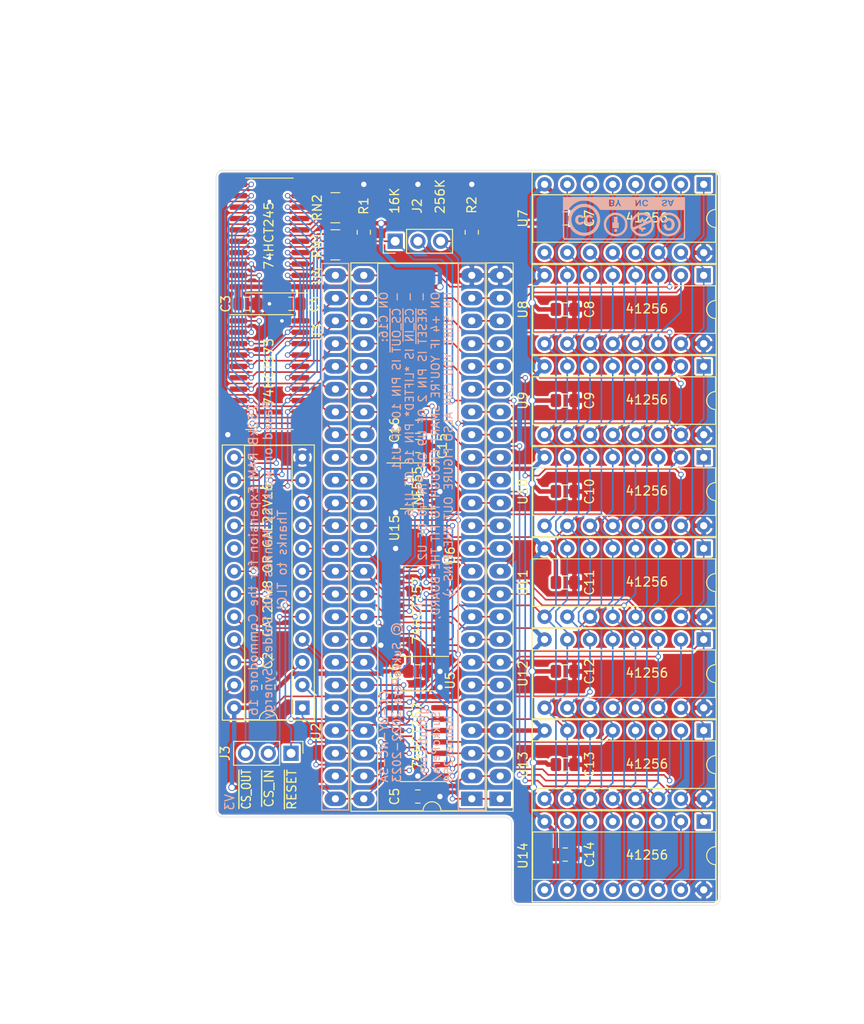
<source format=kicad_pcb>
(kicad_pcb (version 20171130) (host pcbnew 5.1.12)
  (title_block (title Hannes256) (date 2023-03-14) (rev 3git) (company SukkoPera) (comment 1 "Licensed under CC BY-NC-SA 4.0") (comment 2 "Based on drawings by Solder/Synergy"))
  (layers (0 F.Cu signal) (31 B.Cu signal) (36 B.SilkS user) (37 F.SilkS user) (38 B.Mask user) (39 F.Mask user) (44 Edge.Cuts user))
  (net 0 "")
  (net 1 /cs0)
  (net 2 /cs1)
  (net 3 /~irq)
  (net 4 /snd)
  (net 5 /ba)
  (net 6 /clkout)
  (net 7 /color)
  (net 8 /clkin)
  (net 9 /k0)
  (net 10 /k1)
  (net 11 /k2)
  (net 12 /k3)
  (net 13 /k4)
  (net 14 /k5)
  (net 15 /k6)
  (net 16 /k7)
  (net 17 /lum)
  (net 18 GND)
  (net 19 /~cas)
  (net 20 a3)
  (net 21 a4)
  (net 22 a5)
  (net 23 a6)
  (net 24 a7)
  (net 25 a8)
  (net 26 a9)
  (net 27 a10)
  (net 28 a11)
  (net 29 a12)
  (net 30 a13)
  (net 31 a14)
  (net 32 a15)
  (net 33 /~cas_16k)
  (net 34 ~RAS)
  (net 35 d7)
  (net 36 d6)
  (net 37 R_~W)
  (net 38 d5)
  (net 39 d4)
  (net 40 d3)
  (net 41 d2)
  (net 42 a0)
  (net 43 d1)
  (net 44 a1)
  (net 45 d0)
  (net 46 a2)
  (net 47 ~CAS_64K)
  (net 48 +5V)
  (net 49 MUX)
  (net 50 AEC)
  (net 51 ~RESET)
  (net 52 ~CS_IN)
  (net 53 ~CS_OUT)
  (net 54 m3)
  (net 55 m2)
  (net 56 m1)
  (net 57 m0)
  (net 58 m4)
  (net 59 m5)
  (net 60 m6)
  (net 61 m7)
  (net 62 m8)
  (net 63 "Net-(U2-Pad17)")
  (net 64 p3)
  (net 65 p1)
  (net 66 p2)
  (net 67 p0)
  (net 68 p4)
  (net 69 p6)
  (net 70 p5)
  (net 71 p7)
  (net 72 "/~RAS~/~CAS~ Generation/~cs_ramrd")
  (net 73 "/~RAS~/~CAS~ Generation/~cs_ramwr")
  (net 74 "/~RAS~/~CAS~ Generation/~u3enable")
  (net 75 "Net-(U15-Pad7)")
  (net 76 "Net-(C16-Pad1)")
  (net 77 "/~RAS~/~CAS~ Generation/cs_ramwr")
  (module Hannes256:cc_by_nc_sa (layer B.Cu) (at 149.705829 72.139512)
    (fp_text reference V0 hide)
    (fp_text value CC_LOGO hide)
  )
  (module Package_DIP:DIP-16_W7.62mm_Socket (layer F.Cu) (at 158.623 68.326 270)
    (fp_text reference U7 (at 3.81 20.193 90) (layer F.SilkS))
    (fp_text value 41256 (at 3.7325 6.35 180) (layer F.SilkS))
    (pad 1 thru_hole rect (at 0 0 270) (size 1.6 1.6) (drill 0.8) (layers *.Cu *.Mask) (net 62 m8))
    (pad 9 thru_hole oval (at 7.62 17.78 270) (size 1.6 1.6) (drill 0.8) (layers *.Cu *.Mask) (net 61 m7))
    (pad 2 thru_hole oval (at 0 2.54 270) (size 1.6 1.6) (drill 0.8) (layers *.Cu *.Mask) (net 45 d0))
    (pad 10 thru_hole oval (at 7.62 15.24 270) (size 1.6 1.6) (drill 0.8) (layers *.Cu *.Mask) (net 59 m5))
    (pad 3 thru_hole oval (at 0 5.08 270) (size 1.6 1.6) (drill 0.8) (layers *.Cu *.Mask) (net 37 R_~W))
    (pad 11 thru_hole oval (at 7.62 12.7 270) (size 1.6 1.6) (drill 0.8) (layers *.Cu *.Mask) (net 58 m4))
    (pad 4 thru_hole oval (at 0 7.62 270) (size 1.6 1.6) (drill 0.8) (layers *.Cu *.Mask) (net 34 ~RAS))
    (pad 12 thru_hole oval (at 7.62 10.16 270) (size 1.6 1.6) (drill 0.8) (layers *.Cu *.Mask) (net 54 m3))
    (pad 5 thru_hole oval (at 0 10.16 270) (size 1.6 1.6) (drill 0.8) (layers *.Cu *.Mask) (net 57 m0))
    (pad 13 thru_hole oval (at 7.62 7.62 270) (size 1.6 1.6) (drill 0.8) (layers *.Cu *.Mask) (net 60 m6))
    (pad 6 thru_hole oval (at 0 12.7 270) (size 1.6 1.6) (drill 0.8) (layers *.Cu *.Mask) (net 55 m2))
    (pad 14 thru_hole oval (at 7.62 5.08 270) (size 1.6 1.6) (drill 0.8) (layers *.Cu *.Mask) (net 45 d0))
    (pad 7 thru_hole oval (at 0 15.24 270) (size 1.6 1.6) (drill 0.8) (layers *.Cu *.Mask) (net 56 m1))
    (pad 15 thru_hole oval (at 7.62 2.54 270) (size 1.6 1.6) (drill 0.8) (layers *.Cu *.Mask) (net 47 ~CAS_64K))
    (pad 8 thru_hole oval (at 0 17.78 270) (size 1.6 1.6) (drill 0.8) (layers *.Cu *.Mask) (net 48 +5V))
    (pad 16 thru_hole oval (at 7.62 0 270) (size 1.6 1.6) (drill 0.8) (layers *.Cu *.Mask) (net 18 GND))
  )
  (module Package_DIP:DIP-16_W7.62mm_Socket (layer F.Cu) (at 158.623 78.486 270)
    (fp_text reference U8 (at 3.81 20.193 90) (layer F.SilkS))
    (fp_text value 41256 (at 3.7325 6.35 180) (layer F.SilkS))
    (pad 16 thru_hole oval (at 7.62 0 270) (size 1.6 1.6) (drill 0.8) (layers *.Cu *.Mask) (net 18 GND))
    (pad 8 thru_hole oval (at 0 17.78 270) (size 1.6 1.6) (drill 0.8) (layers *.Cu *.Mask) (net 48 +5V))
    (pad 15 thru_hole oval (at 7.62 2.54 270) (size 1.6 1.6) (drill 0.8) (layers *.Cu *.Mask) (net 47 ~CAS_64K))
    (pad 7 thru_hole oval (at 0 15.24 270) (size 1.6 1.6) (drill 0.8) (layers *.Cu *.Mask) (net 56 m1))
    (pad 14 thru_hole oval (at 7.62 5.08 270) (size 1.6 1.6) (drill 0.8) (layers *.Cu *.Mask) (net 43 d1))
    (pad 6 thru_hole oval (at 0 12.7 270) (size 1.6 1.6) (drill 0.8) (layers *.Cu *.Mask) (net 55 m2))
    (pad 13 thru_hole oval (at 7.62 7.62 270) (size 1.6 1.6) (drill 0.8) (layers *.Cu *.Mask) (net 60 m6))
    (pad 5 thru_hole oval (at 0 10.16 270) (size 1.6 1.6) (drill 0.8) (layers *.Cu *.Mask) (net 57 m0))
    (pad 12 thru_hole oval (at 7.62 10.16 270) (size 1.6 1.6) (drill 0.8) (layers *.Cu *.Mask) (net 54 m3))
    (pad 4 thru_hole oval (at 0 7.62 270) (size 1.6 1.6) (drill 0.8) (layers *.Cu *.Mask) (net 34 ~RAS))
    (pad 11 thru_hole oval (at 7.62 12.7 270) (size 1.6 1.6) (drill 0.8) (layers *.Cu *.Mask) (net 58 m4))
    (pad 3 thru_hole oval (at 0 5.08 270) (size 1.6 1.6) (drill 0.8) (layers *.Cu *.Mask) (net 37 R_~W))
    (pad 10 thru_hole oval (at 7.62 15.24 270) (size 1.6 1.6) (drill 0.8) (layers *.Cu *.Mask) (net 59 m5))
    (pad 2 thru_hole oval (at 0 2.54 270) (size 1.6 1.6) (drill 0.8) (layers *.Cu *.Mask) (net 43 d1))
    (pad 9 thru_hole oval (at 7.62 17.78 270) (size 1.6 1.6) (drill 0.8) (layers *.Cu *.Mask) (net 61 m7))
    (pad 1 thru_hole rect (at 0 0 270) (size 1.6 1.6) (drill 0.8) (layers *.Cu *.Mask) (net 62 m8))
  )
  (module Package_SO:SOIC-16_3.9x9.9mm_P1.27mm (layer F.Cu) (at 126.6825 129.921 180)
    (fp_text reference U5 (at -3.6195 6.223 90) (layer F.SilkS))
    (fp_text value 74HCT257 (at 0.0675 0 90) (layer F.SilkS))
    (pad 1 smd roundrect (at -2.475 -4.445 180) (size 1.95 0.6) (layers F.Cu F.Paste F.Mask) (net 49 MUX))
    (pad 2 smd roundrect (at -2.475 -3.175 180) (size 1.95 0.6) (layers F.Cu F.Paste F.Mask) (net 32 a15))
    (pad 3 smd roundrect (at -2.475 -1.905 180) (size 1.95 0.6) (layers F.Cu F.Paste F.Mask) (net 42 a0))
    (pad 4 smd roundrect (at -2.475 -0.635 180) (size 1.95 0.6) (layers F.Cu F.Paste F.Mask) (net 57 m0))
    (pad 5 smd roundrect (at -2.475 0.635 180) (size 1.95 0.6) (layers F.Cu F.Paste F.Mask) (net 25 a8))
    (pad 6 smd roundrect (at -2.475 1.905 180) (size 1.95 0.6) (layers F.Cu F.Paste F.Mask) (net 44 a1))
    (pad 7 smd roundrect (at -2.475 3.175 180) (size 1.95 0.6) (layers F.Cu F.Paste F.Mask) (net 56 m1))
    (pad 8 smd roundrect (at -2.475 4.445 180) (size 1.95 0.6) (layers F.Cu F.Paste F.Mask) (net 18 GND))
    (pad 9 smd roundrect (at 2.475 4.445 180) (size 1.95 0.6) (layers F.Cu F.Paste F.Mask) (net 55 m2))
    (pad 10 smd roundrect (at 2.475 3.175 180) (size 1.95 0.6) (layers F.Cu F.Paste F.Mask) (net 46 a2))
    (pad 11 smd roundrect (at 2.475 1.905 180) (size 1.95 0.6) (layers F.Cu F.Paste F.Mask) (net 26 a9))
    (pad 12 smd roundrect (at 2.475 0.635 180) (size 1.95 0.6) (layers F.Cu F.Paste F.Mask) (net 54 m3))
    (pad 13 smd roundrect (at 2.475 -0.635 180) (size 1.95 0.6) (layers F.Cu F.Paste F.Mask) (net 20 a3))
    (pad 14 smd roundrect (at 2.475 -1.905 180) (size 1.95 0.6) (layers F.Cu F.Paste F.Mask) (net 27 a10))
    (pad 15 smd roundrect (at 2.475 -3.175 180) (size 1.95 0.6) (layers F.Cu F.Paste F.Mask) (net 18 GND))
    (pad 16 smd roundrect (at 2.475 -4.445 180) (size 1.95 0.6) (layers F.Cu F.Paste F.Mask) (net 48 +5V))
  )
  (module Package_DIP:DIP-48_W15.24mm_Socket_LongPads (layer F.Cu) (at 135.89 136.906 180)
    (fp_text reference U1 hide)
    (fp_text value MOS_7360_TED)
    (pad 1 thru_hole rect (at 0 0 180) (size 2.4 1.6) (drill 0.8) (layers *.Cu *.Mask) (net 46 a2))
    (pad 25 thru_hole oval (at 15.24 58.42 180) (size 2.4 1.6) (drill 0.8) (layers *.Cu *.Mask) (net 45 d0))
    (pad 2 thru_hole oval (at 0 2.54 180) (size 2.4 1.6) (drill 0.8) (layers *.Cu *.Mask) (net 44 a1))
    (pad 26 thru_hole oval (at 15.24 55.88 180) (size 2.4 1.6) (drill 0.8) (layers *.Cu *.Mask) (net 43 d1))
    (pad 3 thru_hole oval (at 0 5.08 180) (size 2.4 1.6) (drill 0.8) (layers *.Cu *.Mask) (net 42 a0))
    (pad 27 thru_hole oval (at 15.24 53.34 180) (size 2.4 1.6) (drill 0.8) (layers *.Cu *.Mask) (net 41 d2))
    (pad 4 thru_hole oval (at 0 7.62 180) (size 2.4 1.6) (drill 0.8) (layers *.Cu *.Mask) (net 48 +5V))
    (pad 28 thru_hole oval (at 15.24 50.8 180) (size 2.4 1.6) (drill 0.8) (layers *.Cu *.Mask) (net 40 d3))
    (pad 5 thru_hole oval (at 0 10.16 180) (size 2.4 1.6) (drill 0.8) (layers *.Cu *.Mask) (net 1 /cs0))
    (pad 29 thru_hole oval (at 15.24 48.26 180) (size 2.4 1.6) (drill 0.8) (layers *.Cu *.Mask) (net 39 d4))
    (pad 6 thru_hole oval (at 0 12.7 180) (size 2.4 1.6) (drill 0.8) (layers *.Cu *.Mask) (net 2 /cs1))
    (pad 30 thru_hole oval (at 15.24 45.72 180) (size 2.4 1.6) (drill 0.8) (layers *.Cu *.Mask) (net 38 d5))
    (pad 7 thru_hole oval (at 0 15.24 180) (size 2.4 1.6) (drill 0.8) (layers *.Cu *.Mask) (net 37 R_~W))
    (pad 31 thru_hole oval (at 15.24 43.18 180) (size 2.4 1.6) (drill 0.8) (layers *.Cu *.Mask) (net 36 d6))
    (pad 8 thru_hole oval (at 0 17.78 180) (size 2.4 1.6) (drill 0.8) (layers *.Cu *.Mask) (net 3 /~irq))
    (pad 32 thru_hole oval (at 15.24 40.64 180) (size 2.4 1.6) (drill 0.8) (layers *.Cu *.Mask) (net 35 d7))
    (pad 9 thru_hole oval (at 0 20.32 180) (size 2.4 1.6) (drill 0.8) (layers *.Cu *.Mask) (net 49 MUX))
    (pad 33 thru_hole oval (at 15.24 38.1 180) (size 2.4 1.6) (drill 0.8) (layers *.Cu *.Mask) (net 4 /snd))
    (pad 10 thru_hole oval (at 0 22.86 180) (size 2.4 1.6) (drill 0.8) (layers *.Cu *.Mask) (net 34 ~RAS))
    (pad 34 thru_hole oval (at 15.24 35.56 180) (size 2.4 1.6) (drill 0.8) (layers *.Cu *.Mask) (net 5 /ba))
    (pad 11 thru_hole oval (at 0 25.4 180) (size 2.4 1.6) (drill 0.8) (layers *.Cu *.Mask) (net 19 /~cas))
    (pad 35 thru_hole oval (at 15.24 33.02 180) (size 2.4 1.6) (drill 0.8) (layers *.Cu *.Mask) (net 50 AEC))
    (pad 12 thru_hole oval (at 0 27.94 180) (size 2.4 1.6) (drill 0.8) (layers *.Cu *.Mask) (net 6 /clkout))
    (pad 36 thru_hole oval (at 15.24 30.48 180) (size 2.4 1.6) (drill 0.8) (layers *.Cu *.Mask) (net 32 a15))
    (pad 13 thru_hole oval (at 0 30.48 180) (size 2.4 1.6) (drill 0.8) (layers *.Cu *.Mask) (net 7 /color))
    (pad 37 thru_hole oval (at 15.24 27.94 180) (size 2.4 1.6) (drill 0.8) (layers *.Cu *.Mask) (net 31 a14))
    (pad 14 thru_hole oval (at 0 33.02 180) (size 2.4 1.6) (drill 0.8) (layers *.Cu *.Mask) (net 8 /clkin))
    (pad 38 thru_hole oval (at 15.24 25.4 180) (size 2.4 1.6) (drill 0.8) (layers *.Cu *.Mask) (net 30 a13))
    (pad 15 thru_hole oval (at 0 35.56 180) (size 2.4 1.6) (drill 0.8) (layers *.Cu *.Mask) (net 9 /k0))
    (pad 39 thru_hole oval (at 15.24 22.86 180) (size 2.4 1.6) (drill 0.8) (layers *.Cu *.Mask) (net 29 a12))
    (pad 16 thru_hole oval (at 0 38.1 180) (size 2.4 1.6) (drill 0.8) (layers *.Cu *.Mask) (net 10 /k1))
    (pad 40 thru_hole oval (at 15.24 20.32 180) (size 2.4 1.6) (drill 0.8) (layers *.Cu *.Mask) (net 28 a11))
    (pad 17 thru_hole oval (at 0 40.64 180) (size 2.4 1.6) (drill 0.8) (layers *.Cu *.Mask) (net 11 /k2))
    (pad 41 thru_hole oval (at 15.24 17.78 180) (size 2.4 1.6) (drill 0.8) (layers *.Cu *.Mask) (net 27 a10))
    (pad 18 thru_hole oval (at 0 43.18 180) (size 2.4 1.6) (drill 0.8) (layers *.Cu *.Mask) (net 12 /k3))
    (pad 42 thru_hole oval (at 15.24 15.24 180) (size 2.4 1.6) (drill 0.8) (layers *.Cu *.Mask) (net 26 a9))
    (pad 19 thru_hole oval (at 0 45.72 180) (size 2.4 1.6) (drill 0.8) (layers *.Cu *.Mask) (net 13 /k4))
    (pad 43 thru_hole oval (at 15.24 12.7 180) (size 2.4 1.6) (drill 0.8) (layers *.Cu *.Mask) (net 25 a8))
    (pad 20 thru_hole oval (at 0 48.26 180) (size 2.4 1.6) (drill 0.8) (layers *.Cu *.Mask) (net 14 /k5))
    (pad 44 thru_hole oval (at 15.24 10.16 180) (size 2.4 1.6) (drill 0.8) (layers *.Cu *.Mask) (net 24 a7))
    (pad 21 thru_hole oval (at 0 50.8 180) (size 2.4 1.6) (drill 0.8) (layers *.Cu *.Mask) (net 15 /k6))
    (pad 45 thru_hole oval (at 15.24 7.62 180) (size 2.4 1.6) (drill 0.8) (layers *.Cu *.Mask) (net 23 a6))
    (pad 22 thru_hole oval (at 0 53.34 180) (size 2.4 1.6) (drill 0.8) (layers *.Cu *.Mask) (net 16 /k7))
    (pad 46 thru_hole oval (at 15.24 5.08 180) (size 2.4 1.6) (drill 0.8) (layers *.Cu *.Mask) (net 22 a5))
    (pad 23 thru_hole oval (at 0 55.88 180) (size 2.4 1.6) (drill 0.8) (layers *.Cu *.Mask) (net 17 /lum))
    (pad 47 thru_hole oval (at 15.24 2.54 180) (size 2.4 1.6) (drill 0.8) (layers *.Cu *.Mask) (net 21 a4))
    (pad 24 thru_hole oval (at 0 58.42 180) (size 2.4 1.6) (drill 0.8) (layers *.Cu *.Mask) (net 18 GND))
    (pad 48 thru_hole oval (at 15.24 0 180) (size 2.4 1.6) (drill 0.8) (layers *.Cu *.Mask) (net 20 a3))
  )
  (module Capacitor_SMD:C_0805_2012Metric_Pad1.18x1.45mm_HandSolder (layer F.Cu) (at 126.6825 136.652)
    (fp_text reference C5 (at -2.6035 0 90) (layer F.SilkS))
    (fp_text value 100n)
    (pad 2 smd roundrect (at 1.0375 0) (size 1.175 1.45) (layers F.Cu F.Paste F.Mask) (roundrect_rratio 0.2127659574468085) (net 18 GND))
    (pad 1 smd roundrect (at -1.0375 0) (size 1.175 1.45) (layers F.Cu F.Paste F.Mask) (roundrect_rratio 0.2127659574468085) (net 48 +5V))
  )
  (module Capacitor_SMD:C_0805_2012Metric_Pad1.18x1.45mm_HandSolder (layer F.Cu) (at 126.6825 122.682)
    (fp_text reference C6 (at -2.6035 0 90) (layer F.SilkS))
    (fp_text value 100n)
    (pad 1 smd roundrect (at -1.0375 0) (size 1.175 1.45) (layers F.Cu F.Paste F.Mask) (roundrect_rratio 0.2127659574468085) (net 48 +5V))
    (pad 2 smd roundrect (at 1.0375 0) (size 1.175 1.45) (layers F.Cu F.Paste F.Mask) (roundrect_rratio 0.2127659574468085) (net 18 GND))
  )
  (module Package_SO:SOIC-16_3.9x9.9mm_P1.27mm (layer F.Cu) (at 126.6825 115.951 180)
    (fp_text reference U6 (at -3.6195 6.223 90) (layer F.SilkS))
    (fp_text value 74HCT257 (at 0.0675 0.0675 90) (layer F.SilkS))
    (pad 1 smd roundrect (at -2.475 -4.445 180) (size 1.95 0.6) (layers F.Cu F.Paste F.Mask) (net 49 MUX))
    (pad 2 smd roundrect (at -2.475 -3.175 180) (size 1.95 0.6) (layers F.Cu F.Paste F.Mask) (net 28 a11))
    (pad 3 smd roundrect (at -2.475 -1.905 180) (size 1.95 0.6) (layers F.Cu F.Paste F.Mask) (net 21 a4))
    (pad 4 smd roundrect (at -2.475 -0.635 180) (size 1.95 0.6) (layers F.Cu F.Paste F.Mask) (net 58 m4))
    (pad 5 smd roundrect (at -2.475 0.635 180) (size 1.95 0.6) (layers F.Cu F.Paste F.Mask) (net 29 a12))
    (pad 6 smd roundrect (at -2.475 1.905 180) (size 1.95 0.6) (layers F.Cu F.Paste F.Mask) (net 22 a5))
    (pad 7 smd roundrect (at -2.475 3.175 180) (size 1.95 0.6) (layers F.Cu F.Paste F.Mask) (net 59 m5))
    (pad 8 smd roundrect (at -2.475 4.445 180) (size 1.95 0.6) (layers F.Cu F.Paste F.Mask) (net 18 GND))
    (pad 9 smd roundrect (at 2.475 4.445 180) (size 1.95 0.6) (layers F.Cu F.Paste F.Mask) (net 60 m6))
    (pad 10 smd roundrect (at 2.475 3.175 180) (size 1.95 0.6) (layers F.Cu F.Paste F.Mask) (net 23 a6))
    (pad 11 smd roundrect (at 2.475 1.905 180) (size 1.95 0.6) (layers F.Cu F.Paste F.Mask) (net 30 a13))
    (pad 12 smd roundrect (at 2.475 0.635 180) (size 1.95 0.6) (layers F.Cu F.Paste F.Mask) (net 61 m7))
    (pad 13 smd roundrect (at 2.475 -0.635 180) (size 1.95 0.6) (layers F.Cu F.Paste F.Mask) (net 24 a7))
    (pad 14 smd roundrect (at 2.475 -1.905 180) (size 1.95 0.6) (layers F.Cu F.Paste F.Mask) (net 31 a14))
    (pad 15 smd roundrect (at 2.475 -3.175 180) (size 1.95 0.6) (layers F.Cu F.Paste F.Mask) (net 18 GND))
    (pad 16 smd roundrect (at 2.475 -4.445 180) (size 1.95 0.6) (layers F.Cu F.Paste F.Mask) (net 48 +5V))
  )
  (module Resistor_SMD:R_0805_2012Metric_Pad1.20x1.40mm_HandSolder (layer F.Cu) (at 120.65 73.676 270)
    (fp_text reference R1 (at -2.931 0.004 90) (layer F.SilkS))
    (fp_text value 10k)
    (pad 2 smd roundrect (at 1 0 270) (size 1.2 1.4) (layers F.Cu F.Paste F.Mask) (roundrect_rratio 0.2083325) (net 33 /~cas_16k))
    (pad 1 smd roundrect (at -1 0 270) (size 1.2 1.4) (layers F.Cu F.Paste F.Mask) (roundrect_rratio 0.2083325) (net 48 +5V))
  )
  (module Resistor_SMD:R_0805_2012Metric_Pad1.20x1.40mm_HandSolder (layer F.Cu) (at 132.715 73.676 270)
    (fp_text reference R2 (at -3.048 0 270) (layer F.SilkS))
    (fp_text value 10k)
    (pad 1 smd roundrect (at -1 0 270) (size 1.2 1.4) (layers F.Cu F.Paste F.Mask) (roundrect_rratio 0.2083325) (net 48 +5V))
    (pad 2 smd roundrect (at 1 0 270) (size 1.2 1.4) (layers F.Cu F.Paste F.Mask) (roundrect_rratio 0.2083325) (net 47 ~CAS_64K))
  )
  (module Capacitor_SMD:C_0805_2012Metric_Pad1.18x1.45mm_HandSolder (layer F.Cu) (at 107.684 81.661)
    (fp_text reference C3 (at -2.4645 0 90) (layer F.SilkS))
    (fp_text value 100n)
    (pad 2 smd roundrect (at 1.0375 0) (size 1.175 1.45) (layers F.Cu F.Paste F.Mask) (roundrect_rratio 0.2127659574468085) (net 18 GND))
    (pad 1 smd roundrect (at -1.0375 0) (size 1.175 1.45) (layers F.Cu F.Paste F.Mask) (roundrect_rratio 0.2127659574468085) (net 48 +5V))
  )
  (module Capacitor_SMD:C_0805_2012Metric_Pad1.18x1.45mm_HandSolder (layer F.Cu) (at 109.992 124.4385 90)
    (fp_text reference C2 (at 2.963 -0.0675 90) (layer F.SilkS))
    (fp_text value 100n)
    (pad 1 smd roundrect (at -1.0375 0 90) (size 1.175 1.45) (layers F.Cu F.Paste F.Mask) (roundrect_rratio 0.2127659574468085) (net 48 +5V))
    (pad 2 smd roundrect (at 1.0375 0 90) (size 1.175 1.45) (layers F.Cu F.Paste F.Mask) (roundrect_rratio 0.2127659574468085) (net 18 GND))
  )
  (module Hannes256:DIP-48_W15.24mm_LongPads_ModSilkS (layer F.Cu) (at 132.715 136.906 180)
    (fp_text reference J1 hide)
    (fp_text value TED_SOCKET)
    (pad 48 thru_hole oval (at 15.24 0 180) (size 2.4 1.6) (drill 0.8) (layers *.Cu *.Mask) (net 20 a3))
    (pad 24 thru_hole oval (at 0 58.42 180) (size 2.4 1.6) (drill 0.8) (layers *.Cu *.Mask) (net 18 GND))
    (pad 47 thru_hole oval (at 15.24 2.54 180) (size 2.4 1.6) (drill 0.8) (layers *.Cu *.Mask) (net 21 a4))
    (pad 23 thru_hole oval (at 0 55.88 180) (size 2.4 1.6) (drill 0.8) (layers *.Cu *.Mask) (net 17 /lum))
    (pad 46 thru_hole oval (at 15.24 5.08 180) (size 2.4 1.6) (drill 0.8) (layers *.Cu *.Mask) (net 22 a5))
    (pad 22 thru_hole oval (at 0 53.34 180) (size 2.4 1.6) (drill 0.8) (layers *.Cu *.Mask) (net 16 /k7))
    (pad 45 thru_hole oval (at 15.24 7.62 180) (size 2.4 1.6) (drill 0.8) (layers *.Cu *.Mask) (net 23 a6))
    (pad 21 thru_hole oval (at 0 50.8 180) (size 2.4 1.6) (drill 0.8) (layers *.Cu *.Mask) (net 15 /k6))
    (pad 44 thru_hole oval (at 15.24 10.16 180) (size 2.4 1.6) (drill 0.8) (layers *.Cu *.Mask) (net 24 a7))
    (pad 20 thru_hole oval (at 0 48.26 180) (size 2.4 1.6) (drill 0.8) (layers *.Cu *.Mask) (net 14 /k5))
    (pad 43 thru_hole oval (at 15.24 12.7 180) (size 2.4 1.6) (drill 0.8) (layers *.Cu *.Mask) (net 25 a8))
    (pad 19 thru_hole oval (at 0 45.72 180) (size 2.4 1.6) (drill 0.8) (layers *.Cu *.Mask) (net 13 /k4))
    (pad 42 thru_hole oval (at 15.24 15.24 180) (size 2.4 1.6) (drill 0.8) (layers *.Cu *.Mask) (net 26 a9))
    (pad 18 thru_hole oval (at 0 43.18 180) (size 2.4 1.6) (drill 0.8) (layers *.Cu *.Mask) (net 12 /k3))
    (pad 41 thru_hole oval (at 15.24 17.78 180) (size 2.4 1.6) (drill 0.8) (layers *.Cu *.Mask) (net 27 a10))
    (pad 17 thru_hole oval (at 0 40.64 180) (size 2.4 1.6) (drill 0.8) (layers *.Cu *.Mask) (net 11 /k2))
    (pad 40 thru_hole oval (at 15.24 20.32 180) (size 2.4 1.6) (drill 0.8) (layers *.Cu *.Mask) (net 28 a11))
    (pad 16 thru_hole oval (at 0 38.1 180) (size 2.4 1.6) (drill 0.8) (layers *.Cu *.Mask) (net 10 /k1))
    (pad 39 thru_hole oval (at 15.24 22.86 180) (size 2.4 1.6) (drill 0.8) (layers *.Cu *.Mask) (net 29 a12))
    (pad 15 thru_hole oval (at 0 35.56 180) (size 2.4 1.6) (drill 0.8) (layers *.Cu *.Mask) (net 9 /k0))
    (pad 38 thru_hole oval (at 15.24 25.4 180) (size 2.4 1.6) (drill 0.8) (layers *.Cu *.Mask) (net 30 a13))
    (pad 14 thru_hole oval (at 0 33.02 180) (size 2.4 1.6) (drill 0.8) (layers *.Cu *.Mask) (net 8 /clkin))
    (pad 37 thru_hole oval (at 15.24 27.94 180) (size 2.4 1.6) (drill 0.8) (layers *.Cu *.Mask) (net 31 a14))
    (pad 13 thru_hole oval (at 0 30.48 180) (size 2.4 1.6) (drill 0.8) (layers *.Cu *.Mask) (net 7 /color))
    (pad 36 thru_hole oval (at 15.24 30.48 180) (size 2.4 1.6) (drill 0.8) (layers *.Cu *.Mask) (net 32 a15))
    (pad 12 thru_hole oval (at 0 27.94 180) (size 2.4 1.6) (drill 0.8) (layers *.Cu *.Mask) (net 6 /clkout))
    (pad 35 thru_hole oval (at 15.24 33.02 180) (size 2.4 1.6) (drill 0.8) (layers *.Cu *.Mask) (net 50 AEC))
    (pad 11 thru_hole oval (at 0 25.4 180) (size 2.4 1.6) (drill 0.8) (layers *.Cu *.Mask) (net 33 /~cas_16k))
    (pad 34 thru_hole oval (at 15.24 35.56 180) (size 2.4 1.6) (drill 0.8) (layers *.Cu *.Mask) (net 5 /ba))
    (pad 10 thru_hole oval (at 0 22.86 180) (size 2.4 1.6) (drill 0.8) (layers *.Cu *.Mask) (net 34 ~RAS))
    (pad 33 thru_hole oval (at 15.24 38.1 180) (size 2.4 1.6) (drill 0.8) (layers *.Cu *.Mask) (net 4 /snd))
    (pad 9 thru_hole oval (at 0 20.32 180) (size 2.4 1.6) (drill 0.8) (layers *.Cu *.Mask) (net 49 MUX))
    (pad 32 thru_hole oval (at 15.24 40.64 180) (size 2.4 1.6) (drill 0.8) (layers *.Cu *.Mask) (net 35 d7))
    (pad 8 thru_hole oval (at 0 17.78 180) (size 2.4 1.6) (drill 0.8) (layers *.Cu *.Mask) (net 3 /~irq))
    (pad 31 thru_hole oval (at 15.24 43.18 180) (size 2.4 1.6) (drill 0.8) (layers *.Cu *.Mask) (net 36 d6))
    (pad 7 thru_hole oval (at 0 15.24 180) (size 2.4 1.6) (drill 0.8) (layers *.Cu *.Mask) (net 37 R_~W))
    (pad 30 thru_hole oval (at 15.24 45.72 180) (size 2.4 1.6) (drill 0.8) (layers *.Cu *.Mask) (net 38 d5))
    (pad 6 thru_hole oval (at 0 12.7 180) (size 2.4 1.6) (drill 0.8) (layers *.Cu *.Mask) (net 2 /cs1))
    (pad 29 thru_hole oval (at 15.24 48.26 180) (size 2.4 1.6) (drill 0.8) (layers *.Cu *.Mask) (net 39 d4))
    (pad 5 thru_hole oval (at 0 10.16 180) (size 2.4 1.6) (drill 0.8) (layers *.Cu *.Mask) (net 1 /cs0))
    (pad 28 thru_hole oval (at 15.24 50.8 180) (size 2.4 1.6) (drill 0.8) (layers *.Cu *.Mask) (net 40 d3))
    (pad 4 thru_hole oval (at 0 7.62 180) (size 2.4 1.6) (drill 0.8) (layers *.Cu *.Mask) (net 48 +5V))
    (pad 27 thru_hole oval (at 15.24 53.34 180) (size 2.4 1.6) (drill 0.8) (layers *.Cu *.Mask) (net 41 d2))
    (pad 3 thru_hole oval (at 0 5.08 180) (size 2.4 1.6) (drill 0.8) (layers *.Cu *.Mask) (net 42 a0))
    (pad 26 thru_hole oval (at 15.24 55.88 180) (size 2.4 1.6) (drill 0.8) (layers *.Cu *.Mask) (net 43 d1))
    (pad 2 thru_hole oval (at 0 2.54 180) (size 2.4 1.6) (drill 0.8) (layers *.Cu *.Mask) (net 44 a1))
    (pad 25 thru_hole oval (at 15.24 58.42 180) (size 2.4 1.6) (drill 0.8) (layers *.Cu *.Mask) (net 45 d0))
    (pad 1 thru_hole rect (at 0 0 180) (size 2.4 1.6) (drill 0.8) (layers *.Cu *.Mask) (net 46 a2))
  )
  (module Connector_PinHeader_2.54mm:PinHeader_1x03_P2.54mm_Vertical (layer F.Cu) (at 124.1575 74.676 90)
    (fp_text reference J2 (at 3.928953 2.4575 270) (layer F.SilkS))
    (fp_text value RAM_SELECTOR)
    (pad 3 thru_hole oval (at 0 5.08 90) (size 1.7 1.7) (drill 1) (layers *.Cu *.Mask) (net 47 ~CAS_64K))
    (pad 2 thru_hole oval (at 0 2.54 90) (size 1.7 1.7) (drill 1) (layers *.Cu *.Mask) (net 19 /~cas))
    (pad 1 thru_hole rect (at 0 0 90) (size 1.7 1.7) (drill 1) (layers *.Cu *.Mask) (net 33 /~cas_16k))
  )
  (module Connector_PinHeader_2.54mm:PinHeader_1x03_P2.54mm_Vertical (layer F.Cu) (at 112.522 131.826 270)
    (fp_text reference J3 (at 0 7.366 90) (layer F.SilkS))
    (fp_text value CONN_CS)
    (pad 1 thru_hole rect (at 0 0 270) (size 1.7 1.7) (drill 1) (layers *.Cu *.Mask) (net 51 ~RESET))
    (pad 2 thru_hole oval (at 0 2.54 270) (size 1.7 1.7) (drill 1) (layers *.Cu *.Mask) (net 52 ~CS_IN))
    (pad 3 thru_hole oval (at 0 5.08 270) (size 1.7 1.7) (drill 1) (layers *.Cu *.Mask) (net 53 ~CS_OUT))
  )
  (module Package_DIP:DIP-24_W7.62mm_Socket (layer F.Cu) (at 113.792 126.746 180)
    (fp_text reference U2 (at -1.524 -2.667 90) (layer F.SilkS))
    (fp_text value GAL20V8)
    (pad 1 thru_hole rect (at 0 0 180) (size 1.6 1.6) (drill 0.8) (layers *.Cu *.Mask) (net 42 a0))
    (pad 13 thru_hole oval (at 7.62 27.94 180) (size 1.6 1.6) (drill 0.8) (layers *.Cu *.Mask) (net 65 p1))
    (pad 2 thru_hole oval (at 0 2.54 180) (size 1.6 1.6) (drill 0.8) (layers *.Cu *.Mask) (net 44 a1))
    (pad 14 thru_hole oval (at 7.62 25.4 180) (size 1.6 1.6) (drill 0.8) (layers *.Cu *.Mask) (net 69 p6))
    (pad 3 thru_hole oval (at 0 5.08 180) (size 1.6 1.6) (drill 0.8) (layers *.Cu *.Mask) (net 46 a2))
    (pad 15 thru_hole oval (at 7.62 22.86 180) (size 1.6 1.6) (drill 0.8) (layers *.Cu *.Mask) (net 71 p7))
    (pad 4 thru_hole oval (at 0 7.62 180) (size 1.6 1.6) (drill 0.8) (layers *.Cu *.Mask) (net 20 a3))
    (pad 16 thru_hole oval (at 7.62 20.32 180) (size 1.6 1.6) (drill 0.8) (layers *.Cu *.Mask) (net 50 AEC))
    (pad 5 thru_hole oval (at 0 10.16 180) (size 1.6 1.6) (drill 0.8) (layers *.Cu *.Mask) (net 52 ~CS_IN))
    (pad 17 thru_hole oval (at 7.62 17.78 180) (size 1.6 1.6) (drill 0.8) (layers *.Cu *.Mask) (net 63 "Net-(U2-Pad17)"))
    (pad 6 thru_hole oval (at 0 12.7 180) (size 1.6 1.6) (drill 0.8) (layers *.Cu *.Mask) (net 29 a12))
    (pad 18 thru_hole oval (at 7.62 15.24 180) (size 1.6 1.6) (drill 0.8) (layers *.Cu *.Mask) (net 77 "/~RAS~/~CAS~ Generation/cs_ramwr"))
    (pad 7 thru_hole oval (at 0 15.24 180) (size 1.6 1.6) (drill 0.8) (layers *.Cu *.Mask) (net 30 a13))
    (pad 19 thru_hole oval (at 7.62 12.7 180) (size 1.6 1.6) (drill 0.8) (layers *.Cu *.Mask) (net 72 "/~RAS~/~CAS~ Generation/~cs_ramrd"))
    (pad 8 thru_hole oval (at 0 17.78 180) (size 1.6 1.6) (drill 0.8) (layers *.Cu *.Mask) (net 31 a14))
    (pad 20 thru_hole oval (at 7.62 10.16 180) (size 1.6 1.6) (drill 0.8) (layers *.Cu *.Mask) (net 62 m8))
    (pad 9 thru_hole oval (at 0 20.32 180) (size 1.6 1.6) (drill 0.8) (layers *.Cu *.Mask) (net 32 a15))
    (pad 21 thru_hole oval (at 7.62 7.62 180) (size 1.6 1.6) (drill 0.8) (layers *.Cu *.Mask) (net 53 ~CS_OUT))
    (pad 10 thru_hole oval (at 0 22.86 180) (size 1.6 1.6) (drill 0.8) (layers *.Cu *.Mask) (net 49 MUX))
    (pad 22 thru_hole oval (at 7.62 5.08 180) (size 1.6 1.6) (drill 0.8) (layers *.Cu *.Mask) (net 73 "/~RAS~/~CAS~ Generation/~cs_ramwr"))
    (pad 11 thru_hole oval (at 0 25.4 180) (size 1.6 1.6) (drill 0.8) (layers *.Cu *.Mask) (net 67 p0))
    (pad 23 thru_hole oval (at 7.62 2.54 180) (size 1.6 1.6) (drill 0.8) (layers *.Cu *.Mask) (net 37 R_~W))
    (pad 12 thru_hole oval (at 0 27.94 225) (size 1.6 1.6) (drill 0.8) (layers *.Cu *.Mask) (net 18 GND))
    (pad 24 thru_hole oval (at 7.62 0 180) (size 1.6 1.6) (drill 0.8) (layers *.Cu *.Mask) (net 48 +5V))
  )
  (module Package_DIP:DIP-16_W7.62mm_Socket (layer F.Cu) (at 158.623 88.646 270)
    (fp_text reference U9 (at 3.81 20.193 90) (layer F.SilkS))
    (fp_text value 41256 (at 3.7325 6.35 180) (layer F.SilkS))
    (pad 1 thru_hole rect (at 0 0 270) (size 1.6 1.6) (drill 0.8) (layers *.Cu *.Mask) (net 62 m8))
    (pad 9 thru_hole oval (at 7.62 17.78 270) (size 1.6 1.6) (drill 0.8) (layers *.Cu *.Mask) (net 61 m7))
    (pad 2 thru_hole oval (at 0 2.54 270) (size 1.6 1.6) (drill 0.8) (layers *.Cu *.Mask) (net 41 d2))
    (pad 10 thru_hole oval (at 7.62 15.24 270) (size 1.6 1.6) (drill 0.8) (layers *.Cu *.Mask) (net 59 m5))
    (pad 3 thru_hole oval (at 0 5.08 270) (size 1.6 1.6) (drill 0.8) (layers *.Cu *.Mask) (net 37 R_~W))
    (pad 11 thru_hole oval (at 7.62 12.7 270) (size 1.6 1.6) (drill 0.8) (layers *.Cu *.Mask) (net 58 m4))
    (pad 4 thru_hole oval (at 0 7.62 270) (size 1.6 1.6) (drill 0.8) (layers *.Cu *.Mask) (net 34 ~RAS))
    (pad 12 thru_hole oval (at 7.62 10.16 270) (size 1.6 1.6) (drill 0.8) (layers *.Cu *.Mask) (net 54 m3))
    (pad 5 thru_hole oval (at 0 10.16 270) (size 1.6 1.6) (drill 0.8) (layers *.Cu *.Mask) (net 57 m0))
    (pad 13 thru_hole oval (at 7.62 7.62 270) (size 1.6 1.6) (drill 0.8) (layers *.Cu *.Mask) (net 60 m6))
    (pad 6 thru_hole oval (at 0 12.7 270) (size 1.6 1.6) (drill 0.8) (layers *.Cu *.Mask) (net 55 m2))
    (pad 14 thru_hole oval (at 7.62 5.08 270) (size 1.6 1.6) (drill 0.8) (layers *.Cu *.Mask) (net 41 d2))
    (pad 7 thru_hole oval (at 0 15.24 270) (size 1.6 1.6) (drill 0.8) (layers *.Cu *.Mask) (net 56 m1))
    (pad 15 thru_hole oval (at 7.62 2.54 270) (size 1.6 1.6) (drill 0.8) (layers *.Cu *.Mask) (net 47 ~CAS_64K))
    (pad 8 thru_hole oval (at 0 17.78 270) (size 1.6 1.6) (drill 0.8) (layers *.Cu *.Mask) (net 48 +5V))
    (pad 16 thru_hole oval (at 7.62 0 270) (size 1.6 1.6) (drill 0.8) (layers *.Cu *.Mask) (net 18 GND))
  )
  (module Package_DIP:DIP-16_W7.62mm_Socket (layer F.Cu) (at 158.623 98.806 270)
    (fp_text reference U10 (at 3.81 20.193 90) (layer F.SilkS))
    (fp_text value 41256 (at 3.7325 6.35 180) (layer F.SilkS))
    (pad 16 thru_hole oval (at 7.62 0 270) (size 1.6 1.6) (drill 0.8) (layers *.Cu *.Mask) (net 18 GND))
    (pad 8 thru_hole oval (at 0 17.78 270) (size 1.6 1.6) (drill 0.8) (layers *.Cu *.Mask) (net 48 +5V))
    (pad 15 thru_hole oval (at 7.62 2.54 270) (size 1.6 1.6) (drill 0.8) (layers *.Cu *.Mask) (net 47 ~CAS_64K))
    (pad 7 thru_hole oval (at 0 15.24 270) (size 1.6 1.6) (drill 0.8) (layers *.Cu *.Mask) (net 56 m1))
    (pad 14 thru_hole oval (at 7.62 5.08 270) (size 1.6 1.6) (drill 0.8) (layers *.Cu *.Mask) (net 40 d3))
    (pad 6 thru_hole oval (at 0 12.7 270) (size 1.6 1.6) (drill 0.8) (layers *.Cu *.Mask) (net 55 m2))
    (pad 13 thru_hole oval (at 7.62 7.62 270) (size 1.6 1.6) (drill 0.8) (layers *.Cu *.Mask) (net 60 m6))
    (pad 5 thru_hole oval (at 0 10.16 270) (size 1.6 1.6) (drill 0.8) (layers *.Cu *.Mask) (net 57 m0))
    (pad 12 thru_hole oval (at 7.62 10.16 270) (size 1.6 1.6) (drill 0.8) (layers *.Cu *.Mask) (net 54 m3))
    (pad 4 thru_hole oval (at 0 7.62 270) (size 1.6 1.6) (drill 0.8) (layers *.Cu *.Mask) (net 34 ~RAS))
    (pad 11 thru_hole oval (at 7.62 12.7 270) (size 1.6 1.6) (drill 0.8) (layers *.Cu *.Mask) (net 58 m4))
    (pad 3 thru_hole oval (at 0 5.08 270) (size 1.6 1.6) (drill 0.8) (layers *.Cu *.Mask) (net 37 R_~W))
    (pad 10 thru_hole oval (at 7.62 15.24 270) (size 1.6 1.6) (drill 0.8) (layers *.Cu *.Mask) (net 59 m5))
    (pad 2 thru_hole oval (at 0 2.54 270) (size 1.6 1.6) (drill 0.8) (layers *.Cu *.Mask) (net 40 d3))
    (pad 9 thru_hole oval (at 7.62 17.78 270) (size 1.6 1.6) (drill 0.8) (layers *.Cu *.Mask) (net 61 m7))
    (pad 1 thru_hole rect (at 0 0 270) (size 1.6 1.6) (drill 0.8) (layers *.Cu *.Mask) (net 62 m8))
  )
  (module Package_DIP:DIP-16_W7.62mm_Socket (layer F.Cu) (at 158.623 108.966 270)
    (fp_text reference U11 (at 3.81 20.193 90) (layer F.SilkS))
    (fp_text value 41256 (at 3.7325 6.35 180) (layer F.SilkS))
    (pad 16 thru_hole oval (at 7.62 0 270) (size 1.6 1.6) (drill 0.8) (layers *.Cu *.Mask) (net 18 GND))
    (pad 8 thru_hole oval (at 0 17.78 270) (size 1.6 1.6) (drill 0.8) (layers *.Cu *.Mask) (net 48 +5V))
    (pad 15 thru_hole oval (at 7.62 2.54 270) (size 1.6 1.6) (drill 0.8) (layers *.Cu *.Mask) (net 47 ~CAS_64K))
    (pad 7 thru_hole oval (at 0 15.24 270) (size 1.6 1.6) (drill 0.8) (layers *.Cu *.Mask) (net 56 m1))
    (pad 14 thru_hole oval (at 7.62 5.08 270) (size 1.6 1.6) (drill 0.8) (layers *.Cu *.Mask) (net 39 d4))
    (pad 6 thru_hole oval (at 0 12.7 270) (size 1.6 1.6) (drill 0.8) (layers *.Cu *.Mask) (net 55 m2))
    (pad 13 thru_hole oval (at 7.62 7.62 270) (size 1.6 1.6) (drill 0.8) (layers *.Cu *.Mask) (net 60 m6))
    (pad 5 thru_hole oval (at 0 10.16 270) (size 1.6 1.6) (drill 0.8) (layers *.Cu *.Mask) (net 57 m0))
    (pad 12 thru_hole oval (at 7.62 10.16 270) (size 1.6 1.6) (drill 0.8) (layers *.Cu *.Mask) (net 54 m3))
    (pad 4 thru_hole oval (at 0 7.62 270) (size 1.6 1.6) (drill 0.8) (layers *.Cu *.Mask) (net 34 ~RAS))
    (pad 11 thru_hole oval (at 7.62 12.7 270) (size 1.6 1.6) (drill 0.8) (layers *.Cu *.Mask) (net 58 m4))
    (pad 3 thru_hole oval (at 0 5.08 270) (size 1.6 1.6) (drill 0.8) (layers *.Cu *.Mask) (net 37 R_~W))
    (pad 10 thru_hole oval (at 7.62 15.24 270) (size 1.6 1.6) (drill 0.8) (layers *.Cu *.Mask) (net 59 m5))
    (pad 2 thru_hole oval (at 0 2.54 270) (size 1.6 1.6) (drill 0.8) (layers *.Cu *.Mask) (net 39 d4))
    (pad 9 thru_hole oval (at 7.62 17.78 270) (size 1.6 1.6) (drill 0.8) (layers *.Cu *.Mask) (net 61 m7))
    (pad 1 thru_hole rect (at 0 0 270) (size 1.6 1.6) (drill 0.8) (layers *.Cu *.Mask) (net 62 m8))
  )
  (module Package_DIP:DIP-16_W7.62mm_Socket (layer F.Cu) (at 158.623 119.126 270)
    (fp_text reference U12 (at 3.81 20.193 90) (layer F.SilkS))
    (fp_text value 41256 (at 3.7325 6.35 180) (layer F.SilkS))
    (pad 1 thru_hole rect (at 0 0 270) (size 1.6 1.6) (drill 0.8) (layers *.Cu *.Mask) (net 62 m8))
    (pad 9 thru_hole oval (at 7.62 17.78 270) (size 1.6 1.6) (drill 0.8) (layers *.Cu *.Mask) (net 61 m7))
    (pad 2 thru_hole oval (at 0 2.54 270) (size 1.6 1.6) (drill 0.8) (layers *.Cu *.Mask) (net 38 d5))
    (pad 10 thru_hole oval (at 7.62 15.24 270) (size 1.6 1.6) (drill 0.8) (layers *.Cu *.Mask) (net 59 m5))
    (pad 3 thru_hole oval (at 0 5.08 270) (size 1.6 1.6) (drill 0.8) (layers *.Cu *.Mask) (net 37 R_~W))
    (pad 11 thru_hole oval (at 7.62 12.7 270) (size 1.6 1.6) (drill 0.8) (layers *.Cu *.Mask) (net 58 m4))
    (pad 4 thru_hole oval (at 0 7.62 270) (size 1.6 1.6) (drill 0.8) (layers *.Cu *.Mask) (net 34 ~RAS))
    (pad 12 thru_hole oval (at 7.62 10.16 270) (size 1.6 1.6) (drill 0.8) (layers *.Cu *.Mask) (net 54 m3))
    (pad 5 thru_hole oval (at 0 10.16 270) (size 1.6 1.6) (drill 0.8) (layers *.Cu *.Mask) (net 57 m0))
    (pad 13 thru_hole oval (at 7.62 7.62 270) (size 1.6 1.6) (drill 0.8) (layers *.Cu *.Mask) (net 60 m6))
    (pad 6 thru_hole oval (at 0 12.7 270) (size 1.6 1.6) (drill 0.8) (layers *.Cu *.Mask) (net 55 m2))
    (pad 14 thru_hole oval (at 7.62 5.08 270) (size 1.6 1.6) (drill 0.8) (layers *.Cu *.Mask) (net 38 d5))
    (pad 7 thru_hole oval (at 0 15.24 270) (size 1.6 1.6) (drill 0.8) (layers *.Cu *.Mask) (net 56 m1))
    (pad 15 thru_hole oval (at 7.62 2.54 270) (size 1.6 1.6) (drill 0.8) (layers *.Cu *.Mask) (net 47 ~CAS_64K))
    (pad 8 thru_hole oval (at 0 17.78 270) (size 1.6 1.6) (drill 0.8) (layers *.Cu *.Mask) (net 48 +5V))
    (pad 16 thru_hole oval (at 7.62 0 270) (size 1.6 1.6) (drill 0.8) (layers *.Cu *.Mask) (net 18 GND))
  )
  (module Package_DIP:DIP-16_W7.62mm_Socket (layer F.Cu) (at 158.623 129.286 270)
    (fp_text reference U13 (at 3.81 20.193 90) (layer F.SilkS))
    (fp_text value 41256 (at 3.7325 6.35 180) (layer F.SilkS))
    (pad 16 thru_hole oval (at 7.62 0 270) (size 1.6 1.6) (drill 0.8) (layers *.Cu *.Mask) (net 18 GND))
    (pad 8 thru_hole oval (at 0 17.78 270) (size 1.6 1.6) (drill 0.8) (layers *.Cu *.Mask) (net 48 +5V))
    (pad 15 thru_hole oval (at 7.62 2.54 270) (size 1.6 1.6) (drill 0.8) (layers *.Cu *.Mask) (net 47 ~CAS_64K))
    (pad 7 thru_hole oval (at 0 15.24 270) (size 1.6 1.6) (drill 0.8) (layers *.Cu *.Mask) (net 56 m1))
    (pad 14 thru_hole oval (at 7.62 5.08 270) (size 1.6 1.6) (drill 0.8) (layers *.Cu *.Mask) (net 36 d6))
    (pad 6 thru_hole oval (at 0 12.7 270) (size 1.6 1.6) (drill 0.8) (layers *.Cu *.Mask) (net 55 m2))
    (pad 13 thru_hole oval (at 7.62 7.62 270) (size 1.6 1.6) (drill 0.8) (layers *.Cu *.Mask) (net 60 m6))
    (pad 5 thru_hole oval (at 0 10.16 270) (size 1.6 1.6) (drill 0.8) (layers *.Cu *.Mask) (net 57 m0))
    (pad 12 thru_hole oval (at 7.62 10.16 270) (size 1.6 1.6) (drill 0.8) (layers *.Cu *.Mask) (net 54 m3))
    (pad 4 thru_hole oval (at 0 7.62 270) (size 1.6 1.6) (drill 0.8) (layers *.Cu *.Mask) (net 34 ~RAS))
    (pad 11 thru_hole oval (at 7.62 12.7 270) (size 1.6 1.6) (drill 0.8) (layers *.Cu *.Mask) (net 58 m4))
    (pad 3 thru_hole oval (at 0 5.08 270) (size 1.6 1.6) (drill 0.8) (layers *.Cu *.Mask) (net 37 R_~W))
    (pad 10 thru_hole oval (at 7.62 15.24 270) (size 1.6 1.6) (drill 0.8) (layers *.Cu *.Mask) (net 59 m5))
    (pad 2 thru_hole oval (at 0 2.54 270) (size 1.6 1.6) (drill 0.8) (layers *.Cu *.Mask) (net 36 d6))
    (pad 9 thru_hole oval (at 7.62 17.78 270) (size 1.6 1.6) (drill 0.8) (layers *.Cu *.Mask) (net 61 m7))
    (pad 1 thru_hole rect (at 0 0 270) (size 1.6 1.6) (drill 0.8) (layers *.Cu *.Mask) (net 62 m8))
  )
  (module Package_DIP:DIP-16_W7.62mm_Socket (layer F.Cu) (at 158.623 139.446 270)
    (fp_text reference U14 (at 3.81 20.193 90) (layer F.SilkS))
    (fp_text value 41256 (at 3.7325 6.35 180) (layer F.SilkS))
    (pad 1 thru_hole rect (at 0 0 270) (size 1.6 1.6) (drill 0.8) (layers *.Cu *.Mask) (net 62 m8))
    (pad 9 thru_hole oval (at 7.62 17.78 270) (size 1.6 1.6) (drill 0.8) (layers *.Cu *.Mask) (net 61 m7))
    (pad 2 thru_hole oval (at 0 2.54 270) (size 1.6 1.6) (drill 0.8) (layers *.Cu *.Mask) (net 35 d7))
    (pad 10 thru_hole oval (at 7.62 15.24 270) (size 1.6 1.6) (drill 0.8) (layers *.Cu *.Mask) (net 59 m5))
    (pad 3 thru_hole oval (at 0 5.08 270) (size 1.6 1.6) (drill 0.8) (layers *.Cu *.Mask) (net 37 R_~W))
    (pad 11 thru_hole oval (at 7.62 12.7 270) (size 1.6 1.6) (drill 0.8) (layers *.Cu *.Mask) (net 58 m4))
    (pad 4 thru_hole oval (at 0 7.62 270) (size 1.6 1.6) (drill 0.8) (layers *.Cu *.Mask) (net 34 ~RAS))
    (pad 12 thru_hole oval (at 7.62 10.16 270) (size 1.6 1.6) (drill 0.8) (layers *.Cu *.Mask) (net 54 m3))
    (pad 5 thru_hole oval (at 0 10.16 270) (size 1.6 1.6) (drill 0.8) (layers *.Cu *.Mask) (net 57 m0))
    (pad 13 thru_hole oval (at 7.62 7.62 270) (size 1.6 1.6) (drill 0.8) (layers *.Cu *.Mask) (net 60 m6))
    (pad 6 thru_hole oval (at 0 12.7 270) (size 1.6 1.6) (drill 0.8) (layers *.Cu *.Mask) (net 55 m2))
    (pad 14 thru_hole oval (at 7.62 5.08 270) (size 1.6 1.6) (drill 0.8) (layers *.Cu *.Mask) (net 35 d7))
    (pad 7 thru_hole oval (at 0 15.24 270) (size 1.6 1.6) (drill 0.8) (layers *.Cu *.Mask) (net 56 m1))
    (pad 15 thru_hole oval (at 7.62 2.54 270) (size 1.6 1.6) (drill 0.8) (layers *.Cu *.Mask) (net 47 ~CAS_64K))
    (pad 8 thru_hole oval (at 0 17.78 270) (size 1.6 1.6) (drill 0.8) (layers *.Cu *.Mask) (net 48 +5V))
    (pad 16 thru_hole oval (at 7.62 0 270) (size 1.6 1.6) (drill 0.8) (layers *.Cu *.Mask) (net 18 GND))
  )
  (module Capacitor_SMD:C_0805_2012Metric_Pad1.18x1.45mm_HandSolder (layer F.Cu) (at 143.1505 72.126)
    (fp_text reference C7 (at 2.705 0.000001 90) (layer F.SilkS))
    (fp_text value 100n)
    (pad 2 smd roundrect (at 1.0375 0) (size 1.175 1.45) (layers F.Cu F.Paste F.Mask) (roundrect_rratio 0.2127659574468085) (net 18 GND))
    (pad 1 smd roundrect (at -1.0375 0) (size 1.175 1.45) (layers F.Cu F.Paste F.Mask) (roundrect_rratio 0.2127659574468085) (net 48 +5V))
  )
  (module Capacitor_SMD:C_0805_2012Metric_Pad1.18x1.45mm_HandSolder (layer F.Cu) (at 143.1505 82.286)
    (fp_text reference C8 (at 2.705 0.000001 90) (layer F.SilkS))
    (fp_text value 100n)
    (pad 1 smd roundrect (at -1.0375 0) (size 1.175 1.45) (layers F.Cu F.Paste F.Mask) (roundrect_rratio 0.2127659574468085) (net 48 +5V))
    (pad 2 smd roundrect (at 1.0375 0) (size 1.175 1.45) (layers F.Cu F.Paste F.Mask) (roundrect_rratio 0.2127659574468085) (net 18 GND))
  )
  (module Capacitor_SMD:C_0805_2012Metric_Pad1.18x1.45mm_HandSolder (layer F.Cu) (at 143.1505 92.456)
    (fp_text reference C9 (at 2.705 0.000001 90) (layer F.SilkS))
    (fp_text value 100n)
    (pad 2 smd roundrect (at 1.0375 0) (size 1.175 1.45) (layers F.Cu F.Paste F.Mask) (roundrect_rratio 0.2127659574468085) (net 18 GND))
    (pad 1 smd roundrect (at -1.0375 0) (size 1.175 1.45) (layers F.Cu F.Paste F.Mask) (roundrect_rratio 0.2127659574468085) (net 48 +5V))
  )
  (module Capacitor_SMD:C_0805_2012Metric_Pad1.18x1.45mm_HandSolder (layer F.Cu) (at 143.1505 102.606)
    (fp_text reference C10 (at 2.705 0 90) (layer F.SilkS))
    (fp_text value 100n)
    (pad 1 smd roundrect (at -1.0375 0) (size 1.175 1.45) (layers F.Cu F.Paste F.Mask) (roundrect_rratio 0.2127659574468085) (net 48 +5V))
    (pad 2 smd roundrect (at 1.0375 0) (size 1.175 1.45) (layers F.Cu F.Paste F.Mask) (roundrect_rratio 0.2127659574468085) (net 18 GND))
  )
  (module Capacitor_SMD:C_0805_2012Metric_Pad1.18x1.45mm_HandSolder (layer F.Cu) (at 143.1505 112.766)
    (fp_text reference C11 (at 2.705 0 90) (layer F.SilkS))
    (fp_text value 100n)
    (pad 2 smd roundrect (at 1.0375 0) (size 1.175 1.45) (layers F.Cu F.Paste F.Mask) (roundrect_rratio 0.2127659574468085) (net 18 GND))
    (pad 1 smd roundrect (at -1.0375 0) (size 1.175 1.45) (layers F.Cu F.Paste F.Mask) (roundrect_rratio 0.2127659574468085) (net 48 +5V))
  )
  (module Capacitor_SMD:C_0805_2012Metric_Pad1.18x1.45mm_HandSolder (layer F.Cu) (at 143.1505 122.682)
    (fp_text reference C12 (at 2.705 0 90) (layer F.SilkS))
    (fp_text value 100n)
    (pad 1 smd roundrect (at -1.0375 0) (size 1.175 1.45) (layers F.Cu F.Paste F.Mask) (roundrect_rratio 0.2127659574468085) (net 48 +5V))
    (pad 2 smd roundrect (at 1.0375 0) (size 1.175 1.45) (layers F.Cu F.Paste F.Mask) (roundrect_rratio 0.2127659574468085) (net 18 GND))
  )
  (module Capacitor_SMD:C_0805_2012Metric_Pad1.18x1.45mm_HandSolder (layer F.Cu) (at 143.1505 133.086)
    (fp_text reference C13 (at 2.705 0 90) (layer F.SilkS))
    (fp_text value 100n)
    (pad 2 smd roundrect (at 1.0375 0) (size 1.175 1.45) (layers F.Cu F.Paste F.Mask) (roundrect_rratio 0.2127659574468085) (net 18 GND))
    (pad 1 smd roundrect (at -1.0375 0) (size 1.175 1.45) (layers F.Cu F.Paste F.Mask) (roundrect_rratio 0.2127659574468085) (net 48 +5V))
  )
  (module Capacitor_SMD:C_0805_2012Metric_Pad1.18x1.45mm_HandSolder (layer F.Cu) (at 143.1505 143.129)
    (fp_text reference C14 (at 2.705 0 90) (layer F.SilkS))
    (fp_text value 100n)
    (pad 1 smd roundrect (at -1.0375 0) (size 1.175 1.45) (layers F.Cu F.Paste F.Mask) (roundrect_rratio 0.2127659574468085) (net 48 +5V))
    (pad 2 smd roundrect (at 1.0375 0) (size 1.175 1.45) (layers F.Cu F.Paste F.Mask) (roundrect_rratio 0.2127659574468085) (net 18 GND))
  )
  (module Resistor_SMD:R_Array_Convex_4x0603 (layer F.Cu) (at 117.475 75.076)
    (fp_text reference RN1 (at -2.032 0 90) (layer F.SilkS))
    (fp_text value 1k)
    (pad 5 smd rect (at 0.9 1.2) (size 0.8 0.5) (layers F.Cu F.Paste F.Mask) (net 48 +5V))
    (pad 6 smd rect (at 0.9 0.4) (size 0.8 0.4) (layers F.Cu F.Paste F.Mask) (net 48 +5V))
    (pad 8 smd rect (at 0.9 -1.2) (size 0.8 0.5) (layers F.Cu F.Paste F.Mask) (net 48 +5V))
    (pad 7 smd rect (at 0.9 -0.4) (size 0.8 0.4) (layers F.Cu F.Paste F.Mask) (net 48 +5V))
    (pad 4 smd rect (at -0.9 1.2) (size 0.8 0.5) (layers F.Cu F.Paste F.Mask) (net 67 p0))
    (pad 2 smd rect (at -0.9 -0.4) (size 0.8 0.4) (layers F.Cu F.Paste F.Mask) (net 66 p2))
    (pad 3 smd rect (at -0.9 0.4) (size 0.8 0.4) (layers F.Cu F.Paste F.Mask) (net 65 p1))
    (pad 1 smd rect (at -0.9 -1.2) (size 0.8 0.5) (layers F.Cu F.Paste F.Mask) (net 64 p3))
  )
  (module Resistor_SMD:R_Array_Convex_4x0603 (layer F.Cu) (at 117.475 70.936)
    (fp_text reference RN2 (at -2.032 0 90) (layer F.SilkS))
    (fp_text value 1k)
    (pad 1 smd rect (at -0.9 -1.2) (size 0.8 0.5) (layers F.Cu F.Paste F.Mask) (net 71 p7))
    (pad 3 smd rect (at -0.9 0.4) (size 0.8 0.4) (layers F.Cu F.Paste F.Mask) (net 70 p5))
    (pad 2 smd rect (at -0.9 -0.4) (size 0.8 0.4) (layers F.Cu F.Paste F.Mask) (net 69 p6))
    (pad 4 smd rect (at -0.9 1.2) (size 0.8 0.5) (layers F.Cu F.Paste F.Mask) (net 68 p4))
    (pad 7 smd rect (at 0.9 -0.4) (size 0.8 0.4) (layers F.Cu F.Paste F.Mask) (net 48 +5V))
    (pad 8 smd rect (at 0.9 -1.2) (size 0.8 0.5) (layers F.Cu F.Paste F.Mask) (net 48 +5V))
    (pad 6 smd rect (at 0.9 0.4) (size 0.8 0.4) (layers F.Cu F.Paste F.Mask) (net 48 +5V))
    (pad 5 smd rect (at 0.9 1.2) (size 0.8 0.5) (layers F.Cu F.Paste F.Mask) (net 48 +5V))
  )
  (module Package_SO:SOIC-8_3.9x4.9mm_P1.27mm (layer F.Cu) (at 126.6825 101.981)
    (fp_text reference U15 (at -2.6035 4.699 90) (layer F.SilkS))
    (fp_text value NE555 (at -0.0675 0 90) (layer F.SilkS) (effects (font (size 1 0.9))))
    (pad 1 smd roundrect (at -2.475 -1.905) (size 1.95 0.6) (layers F.Cu F.Paste F.Mask) (net 18 GND))
    (pad 2 smd roundrect (at -2.475 -0.635) (size 1.95 0.6) (layers F.Cu F.Paste F.Mask) (net 51 ~RESET))
    (pad 3 smd roundrect (at -2.475 0.635) (size 1.95 0.6) (layers F.Cu F.Paste F.Mask) (net 74 "/~RAS~/~CAS~ Generation/~u3enable"))
    (pad 4 smd roundrect (at -2.475 1.905) (size 1.95 0.6) (layers F.Cu F.Paste F.Mask) (net 73 "/~RAS~/~CAS~ Generation/~cs_ramwr"))
    (pad 5 smd roundrect (at 2.475 1.905) (size 1.95 0.6) (layers F.Cu F.Paste F.Mask) (net 76 "Net-(C16-Pad1)"))
    (pad 6 smd roundrect (at 2.475 0.635) (size 1.95 0.6) (layers F.Cu F.Paste F.Mask) (net 18 GND))
    (pad 7 smd roundrect (at 2.475 -0.635) (size 1.95 0.6) (layers F.Cu F.Paste F.Mask) (net 75 "Net-(U15-Pad7)"))
    (pad 8 smd roundrect (at 2.475 -1.905) (size 1.95 0.6) (layers F.Cu F.Paste F.Mask) (net 48 +5V))
  )
  (module Capacitor_SMD:C_0805_2012Metric_Pad1.18x1.45mm_HandSolder (layer F.Cu) (at 112.534 81.661 180)
    (fp_text reference C4 (at -2.5915 0 270) (layer F.SilkS))
    (fp_text value 100n)
    (pad 1 smd roundrect (at -1.0375 0 180) (size 1.175 1.45) (layers F.Cu F.Paste F.Mask) (roundrect_rratio 0.212766) (net 48 +5V))
    (pad 2 smd roundrect (at 1.0375 0 180) (size 1.175 1.45) (layers F.Cu F.Paste F.Mask) (roundrect_rratio 0.212766) (net 18 GND))
  )
  (module Capacitor_SMD:C_0805_2012Metric_Pad1.18x1.45mm_HandSolder (layer F.Cu) (at 126.6825 97.536 180)
    (fp_text reference C15 (at -2.7305 0 90) (layer F.SilkS))
    (fp_text value 100n)
    (pad 1 smd roundrect (at -1.0375 0 180) (size 1.175 1.45) (layers F.Cu F.Paste F.Mask) (roundrect_rratio 0.212766) (net 48 +5V))
    (pad 2 smd roundrect (at 1.0375 0 180) (size 1.175 1.45) (layers F.Cu F.Paste F.Mask) (roundrect_rratio 0.212766) (net 18 GND))
  )
  (module Capacitor_SMD:C_0805_2012Metric_Pad1.18x1.45mm_HandSolder (layer F.Cu) (at 126.6825 95.377 180)
    (fp_text reference C16 (at 2.6035 -0.381 90) (layer F.SilkS))
    (fp_text value 10n)
    (pad 2 smd roundrect (at 1.0375 0 180) (size 1.175 1.45) (layers F.Cu F.Paste F.Mask) (roundrect_rratio 0.212766) (net 18 GND))
    (pad 1 smd roundrect (at -1.0375 0 180) (size 1.175 1.45) (layers F.Cu F.Paste F.Mask) (roundrect_rratio 0.212766) (net 76 "Net-(C16-Pad1)"))
  )
  (module Package_SO:SO-20_5.3x12.6mm_P1.27mm (layer F.Cu) (at 110.109 89.281)
    (fp_text reference U3 (at 5.3975 -4.445 90) (layer F.SilkS))
    (fp_text value 74HCT573 (at -0.0675 0.000001 90) (layer F.SilkS))
    (pad 1 smd roundrect (at -3.4625 -5.715) (size 1.975 0.6) (layers F.Cu F.Paste F.Mask) (net 74 "/~RAS~/~CAS~ Generation/~u3enable"))
    (pad 2 smd roundrect (at -3.4625 -4.445) (size 1.975 0.6) (layers F.Cu F.Paste F.Mask) (net 45 d0))
    (pad 3 smd roundrect (at -3.4625 -3.175) (size 1.975 0.6) (layers F.Cu F.Paste F.Mask) (net 43 d1))
    (pad 4 smd roundrect (at -3.4625 -1.905) (size 1.975 0.6) (layers F.Cu F.Paste F.Mask) (net 41 d2))
    (pad 5 smd roundrect (at -3.4625 -0.635) (size 1.975 0.6) (layers F.Cu F.Paste F.Mask) (net 40 d3))
    (pad 6 smd roundrect (at -3.4625 0.635) (size 1.975 0.6) (layers F.Cu F.Paste F.Mask) (net 39 d4))
    (pad 7 smd roundrect (at -3.4625 1.905) (size 1.975 0.6) (layers F.Cu F.Paste F.Mask) (net 38 d5))
    (pad 8 smd roundrect (at -3.4625 3.175) (size 1.975 0.6) (layers F.Cu F.Paste F.Mask) (net 36 d6))
    (pad 9 smd roundrect (at -3.4625 4.445) (size 1.975 0.6) (layers F.Cu F.Paste F.Mask) (net 35 d7))
    (pad 10 smd roundrect (at -3.4625 5.715) (size 1.975 0.6) (layers F.Cu F.Paste F.Mask) (net 18 GND))
    (pad 11 smd roundrect (at 3.4625 5.715) (size 1.975 0.6) (layers F.Cu F.Paste F.Mask) (net 77 "/~RAS~/~CAS~ Generation/cs_ramwr"))
    (pad 12 smd roundrect (at 3.4625 4.445) (size 1.975 0.6) (layers F.Cu F.Paste F.Mask) (net 71 p7))
    (pad 13 smd roundrect (at 3.4625 3.175) (size 1.975 0.6) (layers F.Cu F.Paste F.Mask) (net 69 p6))
    (pad 14 smd roundrect (at 3.4625 1.905) (size 1.975 0.6) (layers F.Cu F.Paste F.Mask) (net 70 p5))
    (pad 15 smd roundrect (at 3.4625 0.635) (size 1.975 0.6) (layers F.Cu F.Paste F.Mask) (net 68 p4))
    (pad 16 smd roundrect (at 3.4625 -0.635) (size 1.975 0.6) (layers F.Cu F.Paste F.Mask) (net 64 p3))
    (pad 17 smd roundrect (at 3.4625 -1.905) (size 1.975 0.6) (layers F.Cu F.Paste F.Mask) (net 66 p2))
    (pad 18 smd roundrect (at 3.4625 -3.175) (size 1.975 0.6) (layers F.Cu F.Paste F.Mask) (net 65 p1))
    (pad 19 smd roundrect (at 3.4625 -4.445) (size 1.975 0.6) (layers F.Cu F.Paste F.Mask) (net 67 p0))
    (pad 20 smd roundrect (at 3.4625 -5.715) (size 1.975 0.6) (layers F.Cu F.Paste F.Mask) (net 48 +5V))
  )
  (module Package_SO:SO-20_5.3x12.6mm_P1.27mm (layer F.Cu) (at 110.109 74.041 180)
    (fp_text reference U4 (at -5.3975 -4.445 90) (layer F.SilkS))
    (fp_text value 74HCT245 (at 0.0675 -0.000001 90) (layer F.SilkS))
    (pad 20 smd roundrect (at 3.4625 -5.715 180) (size 1.975 0.6) (layers F.Cu F.Paste F.Mask) (net 48 +5V))
    (pad 19 smd roundrect (at 3.4625 -4.445 180) (size 1.975 0.6) (layers F.Cu F.Paste F.Mask) (net 72 "/~RAS~/~CAS~ Generation/~cs_ramrd"))
    (pad 18 smd roundrect (at 3.4625 -3.175 180) (size 1.975 0.6) (layers F.Cu F.Paste F.Mask) (net 45 d0))
    (pad 17 smd roundrect (at 3.4625 -1.905 180) (size 1.975 0.6) (layers F.Cu F.Paste F.Mask) (net 43 d1))
    (pad 16 smd roundrect (at 3.4625 -0.635 180) (size 1.975 0.6) (layers F.Cu F.Paste F.Mask) (net 41 d2))
    (pad 15 smd roundrect (at 3.4625 0.635 180) (size 1.975 0.6) (layers F.Cu F.Paste F.Mask) (net 40 d3))
    (pad 14 smd roundrect (at 3.4625 1.905 180) (size 1.975 0.6) (layers F.Cu F.Paste F.Mask) (net 39 d4))
    (pad 13 smd roundrect (at 3.4625 3.175 180) (size 1.975 0.6) (layers F.Cu F.Paste F.Mask) (net 38 d5))
    (pad 12 smd roundrect (at 3.4625 4.445 180) (size 1.975 0.6) (layers F.Cu F.Paste F.Mask) (net 36 d6))
    (pad 11 smd roundrect (at 3.4625 5.715 180) (size 1.975 0.6) (layers F.Cu F.Paste F.Mask) (net 35 d7))
    (pad 10 smd roundrect (at -3.4625 5.715 180) (size 1.975 0.6) (layers F.Cu F.Paste F.Mask) (net 18 GND))
    (pad 9 smd roundrect (at -3.4625 4.445 180) (size 1.975 0.6) (layers F.Cu F.Paste F.Mask) (net 71 p7))
    (pad 8 smd roundrect (at -3.4625 3.175 180) (size 1.975 0.6) (layers F.Cu F.Paste F.Mask) (net 69 p6))
    (pad 7 smd roundrect (at -3.4625 1.905 180) (size 1.975 0.6) (layers F.Cu F.Paste F.Mask) (net 70 p5))
    (pad 6 smd roundrect (at -3.4625 0.635 180) (size 1.975 0.6) (layers F.Cu F.Paste F.Mask) (net 68 p4))
    (pad 5 smd roundrect (at -3.4625 -0.635 180) (size 1.975 0.6) (layers F.Cu F.Paste F.Mask) (net 64 p3))
    (pad 4 smd roundrect (at -3.4625 -1.905 180) (size 1.975 0.6) (layers F.Cu F.Paste F.Mask) (net 66 p2))
    (pad 3 smd roundrect (at -3.4625 -3.175 180) (size 1.975 0.6) (layers F.Cu F.Paste F.Mask) (net 65 p1))
    (pad 2 smd roundrect (at -3.4625 -4.445 180) (size 1.975 0.6) (layers F.Cu F.Paste F.Mask) (net 67 p0))
    (pad 1 smd roundrect (at -3.4625 -5.715 180) (size 1.975 0.6) (layers F.Cu F.Paste F.Mask) (net 48 +5V))
  )
  (gr_text "CC-BY-NC-SA\n© SukkoPera 2022-2023\n\ngithub.com/\nSukkoPera/\nHannes256" (at 126.5195 135.166 90) (layer B.SilkS) (effects (font (size 0.9 0.9)) (justify right mirror)))
  (gr_text "256kB RAM Expansion for the Commodore 16\nBased on work by Hannes and Solder/Synergy\nThanks to TLC!" (at 109.9245 110.231 90) (layer B.SilkS) (effects (font (size 1 1)) (justify mirror)))
  (gr_text V3 (at 105.664 137.287 90) (layer B.SilkS) (effects (font (size 1 1)) (justify mirror)))
  (gr_text "ON C16:\n- ~CS_OUT~ IS PIN 10 OF U11\n- ~CS_IN~ IS *LIFTED* PIN 16 OF U16\n- ~RESET~ IS PIN 2 OF U9 OR PIN 40 OF U2\nON +4 IF YOU'RE SMART ENOUGH TO FIT THE BOARD,\nI'M SURE YOU CAN ALSO FIGURE OUT THE PINS :)" (at 126.492 80.226 90) (layer B.SilkS) (effects (font (size 0.9 0.9) (thickness 0.14)) (justify left mirror)))
  (gr_text ~RESET (at 112.602 135.87419 90) (layer F.SilkS) (effects (font (size 1 1))))
  (gr_text ~CS_IN (at 110.062 135.731333 90) (layer F.SilkS) (effects (font (size 1 1))))
  (gr_text ~CS_OUT (at 107.522 135.840857 90) (layer F.SilkS) (effects (font (size 1 0.8))))
  (gr_text "GAL20V8 OR GAL22V16" (at 109.9245 110.231 90) (layer F.SilkS) (effects (font (size 1 1))))
  (gr_line (start 159.7025 66.7385) (end 104.902 66.7385) (layer Edge.Cuts) (width 0.05))
  (gr_arc (start 136.398 139.7) (end 136.398 138.938) (angle 90) (layer Edge.Cuts) (width 0.05))
  (gr_line (start 137.16 139.7) (end 137.16 148.0185) (layer Edge.Cuts) (width 0.05))
  (gr_line (start 159.7025 148.7805) (end 137.922 148.7805) (layer Edge.Cuts) (width 0.05))
  (gr_arc (start 137.922 148.0185) (end 137.922 148.7805) (angle 90) (layer Edge.Cuts) (width 0.05))
  (gr_arc (start 104.902 67.5005) (end 104.902 66.7385) (angle -90) (layer Edge.Cuts) (width 0.05))
  (gr_text 16K (at 124.09 70.151809 90) (layer F.SilkS) (effects (font (size 1 1))))
  (gr_text 256K (at 129.17 69.675619 90) (layer F.SilkS) (effects (font (size 1 1))))
  (gr_arc (start 159.7025 67.5005) (end 160.4645 67.5005) (angle -90) (layer Edge.Cuts) (width 0.05))
  (gr_arc (start 159.7025 148.0185) (end 159.7025 148.7805) (angle -90) (layer Edge.Cuts) (width 0.05))
  (gr_arc (start 104.902 138.176) (end 104.14 138.176) (angle -90) (layer Edge.Cuts) (width 0.05))
  (gr_line (start 104.902 138.938) (end 136.398 138.938) (layer Edge.Cuts) (width 0.05))
  (gr_line (start 104.14 67.5005) (end 104.14 138.176) (layer Edge.Cuts) (width 0.05))
  (gr_line (start 160.4645 148.0185) (end 160.4645 67.5005) (layer Edge.Cuts) (width 0.05))
  (segment (start 132.715 126.746) (end 135.89 126.746) (width 0.18) (layer F.Cu) (net 1))
  (segment (start 132.715 124.206) (end 135.89 124.206) (width 0.18) (layer F.Cu) (net 2))
  (segment (start 132.715 119.126) (end 135.89 119.126) (width 0.18) (layer F.Cu) (net 3))
  (segment (start 117.475 98.806) (end 120.65 98.806) (width 0.18) (layer F.Cu) (net 4))
  (segment (start 117.475 101.346) (end 120.65 101.346) (width 0.18) (layer F.Cu) (net 5))
  (segment (start 132.715 108.966) (end 135.89 108.966) (width 0.18) (layer F.Cu) (net 6))
  (segment (start 132.715 106.426) (end 135.89 106.426) (width 0.18) (layer F.Cu) (net 7))
  (segment (start 132.715 103.886) (end 135.89 103.886) (width 0.18) (layer F.Cu) (net 8))
  (segment (start 132.715 101.346) (end 135.89 101.346) (width 0.18) (layer F.Cu) (net 9))
  (segment (start 132.715 98.806) (end 135.89 98.806) (width 0.18) (layer F.Cu) (net 10))
  (segment (start 132.715 96.266) (end 135.89 96.266) (width 0.18) (layer F.Cu) (net 11))
  (segment (start 132.715 93.726) (end 135.89 93.726) (width 0.18) (layer F.Cu) (net 12))
  (segment (start 132.715 91.186) (end 135.89 91.186) (width 0.18) (layer F.Cu) (net 13))
  (segment (start 132.715 88.646) (end 135.89 88.646) (width 0.18) (layer F.Cu) (net 14))
  (segment (start 132.715 86.106) (end 135.89 86.106) (width 0.18) (layer F.Cu) (net 15))
  (segment (start 132.715 83.566) (end 135.89 83.566) (width 0.18) (layer F.Cu) (net 16))
  (segment (start 132.715 81.026) (end 135.89 81.026) (width 0.18) (layer F.Cu) (net 17))
  (via (at 126.6825 134.366) (size 0.8) (drill 0.6) (layers F.Cu B.Cu) (net 18))
  (via (at 129.0955 108.966) (size 0.8) (drill 0.6) (layers F.Cu B.Cu) (net 18))
  (via (at 129.159 124.46) (size 0.8) (drill 0.6) (layers F.Cu B.Cu) (net 18))
  (via (at 124.206 108.966) (size 0.8) (drill 0.6) (layers F.Cu B.Cu) (net 18))
  (via (at 122.555 119.761) (size 0.8) (drill 0.6) (layers F.Cu B.Cu) (net 18))
  (via (at 129.159 122.682) (size 0.8) (drill 0.6) (layers F.Cu B.Cu) (net 18))
  (via (at 105.459 96.266) (size 0.8) (drill 0.6) (layers F.Cu B.Cu) (net 18))
  (via (at 124.2075 95.377) (size 0.8) (drill 0.6) (layers F.Cu B.Cu) (net 18))
  (via (at 124.206 104.9655) (size 0.8) (drill 0.6) (layers F.Cu B.Cu) (net 18))
  (via (at 124.2075 97.536) (size 0.8) (drill 0.6) (layers F.Cu B.Cu) (net 18))
  (via (at 129.1575 102.616) (size 0.8) (drill 0.6) (layers F.Cu B.Cu) (net 18))
  (via (at 120.65 68.326) (size 0.8) (drill 0.6) (layers F.Cu B.Cu) (net 18))
  (via (at 126.6975 68.326) (size 0.8) (drill 0.6) (layers F.Cu B.Cu) (net 18))
  (via (at 132.715 68.326) (size 0.8) (drill 0.6) (layers F.Cu B.Cu) (net 18))
  (via (at 129.1575 136.652) (size 0.8) (drill 0.6) (layers F.Cu B.Cu) (net 18))
  (via (at 110.108999 81.661) (size 0.6) (drill 0.4) (layers F.Cu B.Cu) (net 18))
  (via (at 111.506 83.566) (size 0.6) (drill 0.4) (layers F.Cu B.Cu) (net 18))
  (via (at 110.108999 76.581) (size 0.6) (drill 0.4) (layers F.Cu B.Cu) (net 18))
  (via (at 110.108999 70.231) (size 0.6) (drill 0.4) (layers F.Cu B.Cu) (net 18))
  (segment (start 135.89 111.506) (end 137.414 109.982) (width 0.18) (layer B.Cu) (net 19))
  (segment (start 137.414 109.982) (end 137.414 92.456) (width 0.18) (layer B.Cu) (net 19))
  (via (at 137.414 92.456) (size 0.6) (drill 0.4) (layers F.Cu B.Cu) (net 19))
  (via (at 130.556 92.456) (size 0.6) (drill 0.4) (layers F.Cu B.Cu) (net 19))
  (segment (start 137.414 92.456) (end 130.556 92.456) (width 0.18) (layer F.Cu) (net 19))
  (segment (start 130.556 76.962) (end 130.556 92.456) (width 0.18) (layer B.Cu) (net 19))
  (segment (start 129.667 76.073) (end 130.556 76.962) (width 0.18) (layer B.Cu) (net 19))
  (segment (start 128.0945 76.073) (end 129.667 76.073) (width 0.18) (layer B.Cu) (net 19))
  (segment (start 126.6975 74.676) (end 128.0945 76.073) (width 0.18) (layer B.Cu) (net 19))
  (segment (start 117.475 136.906) (end 120.65 136.906) (width 0.18) (layer F.Cu) (net 20))
  (segment (start 115.951 135.382) (end 117.475 136.906) (width 0.18) (layer B.Cu) (net 20))
  (segment (start 124.2075 130.556) (end 122.555 130.556) (width 0.18) (layer F.Cu) (net 20))
  (via (at 122.555 130.556) (size 0.6) (drill 0.4) (layers F.Cu B.Cu) (net 20))
  (segment (start 122.555 135.001) (end 120.65 136.906) (width 0.18) (layer B.Cu) (net 20))
  (segment (start 122.555 130.556) (end 122.555 135.001) (width 0.18) (layer B.Cu) (net 20))
  (segment (start 115.951 121.285) (end 113.792 119.126) (width 0.18) (layer B.Cu) (net 20))
  (segment (start 115.951 135.382) (end 115.951 121.285) (width 0.18) (layer B.Cu) (net 20))
  (segment (start 117.475 134.366) (end 120.65 134.366) (width 0.18) (layer F.Cu) (net 21))
  (via (at 125.73 117.856) (size 0.6) (drill 0.4) (layers F.Cu B.Cu) (net 21))
  (segment (start 129.1575 117.856) (end 125.73 117.856) (width 0.18) (layer F.Cu) (net 21))
  (via (at 125.73 133.731) (size 0.6) (drill 0.4) (layers F.Cu B.Cu) (net 21))
  (segment (start 122.174 134.366) (end 120.65 134.366) (width 0.18) (layer F.Cu) (net 21))
  (segment (start 122.809 133.731) (end 122.174 134.366) (width 0.18) (layer F.Cu) (net 21))
  (segment (start 125.73 133.731) (end 122.809 133.731) (width 0.18) (layer F.Cu) (net 21))
  (segment (start 126.364998 128.904998) (end 126.364998 133.096002) (width 0.18) (layer B.Cu) (net 21))
  (segment (start 126.111 128.651) (end 126.364998 128.904998) (width 0.18) (layer B.Cu) (net 21))
  (segment (start 125.349 128.651) (end 126.111 128.651) (width 0.18) (layer B.Cu) (net 21))
  (segment (start 124.46 127.762) (end 125.349 128.651) (width 0.18) (layer B.Cu) (net 21))
  (segment (start 126.364998 133.096002) (end 125.73 133.731) (width 0.18) (layer B.Cu) (net 21))
  (segment (start 124.46 122.936) (end 124.46 127.762) (width 0.18) (layer B.Cu) (net 21))
  (segment (start 125.73 121.666) (end 124.46 122.936) (width 0.18) (layer B.Cu) (net 21))
  (segment (start 125.73 117.856) (end 125.73 121.666) (width 0.18) (layer B.Cu) (net 21))
  (segment (start 117.475 131.826) (end 120.65 131.826) (width 0.18) (layer F.Cu) (net 22))
  (via (at 127.635 114.046) (size 0.6) (drill 0.4) (layers F.Cu B.Cu) (net 22))
  (segment (start 129.1575 114.046) (end 127.635 114.046) (width 0.18) (layer F.Cu) (net 22))
  (via (at 127 131.826) (size 0.6) (drill 0.4) (layers F.Cu B.Cu) (net 22))
  (segment (start 127 126.492) (end 127 131.826) (width 0.18) (layer B.Cu) (net 22))
  (segment (start 127.635 114.046) (end 127.635 125.857) (width 0.18) (layer B.Cu) (net 22))
  (segment (start 127.635 125.857) (end 127 126.492) (width 0.18) (layer B.Cu) (net 22))
  (segment (start 126.365 131.191) (end 127 131.826) (width 0.18) (layer F.Cu) (net 22))
  (segment (start 123.063 131.191) (end 126.365 131.191) (width 0.18) (layer F.Cu) (net 22))
  (segment (start 122.428 131.826) (end 123.063 131.191) (width 0.18) (layer F.Cu) (net 22))
  (segment (start 120.65 131.826) (end 122.428 131.826) (width 0.18) (layer F.Cu) (net 22))
  (segment (start 117.475 129.286) (end 120.65 129.286) (width 0.18) (layer F.Cu) (net 23))
  (segment (start 124.2075 112.776) (end 126.365 112.776) (width 0.18) (layer F.Cu) (net 23))
  (via (at 126.365 112.776) (size 0.6) (drill 0.4) (layers F.Cu B.Cu) (net 23))
  (via (at 125.73 127.381) (size 0.6) (drill 0.4) (layers F.Cu B.Cu) (net 23))
  (segment (start 120.65 129.286) (end 121.285 128.651) (width 0.18) (layer F.Cu) (net 23))
  (segment (start 121.285 128.651) (end 125.265264 128.651) (width 0.18) (layer F.Cu) (net 23))
  (segment (start 125.265264 128.651) (end 125.73 128.186264) (width 0.18) (layer F.Cu) (net 23))
  (segment (start 125.73 128.186264) (end 125.73 127.381) (width 0.18) (layer F.Cu) (net 23))
  (segment (start 126.343368 126.343368) (end 126.343368 126.767632) (width 0.18) (layer B.Cu) (net 23))
  (segment (start 127 125.686736) (end 126.343368 126.343368) (width 0.18) (layer B.Cu) (net 23))
  (segment (start 126.343368 126.767632) (end 125.73 127.381) (width 0.18) (layer B.Cu) (net 23))
  (segment (start 126.365 115.316) (end 127 115.951) (width 0.18) (layer B.Cu) (net 23))
  (segment (start 126.365 112.776) (end 126.365 115.316) (width 0.18) (layer B.Cu) (net 23))
  (segment (start 127 115.951) (end 127 125.686736) (width 0.18) (layer B.Cu) (net 23))
  (segment (start 117.475 126.746) (end 120.65 126.746) (width 0.18) (layer F.Cu) (net 24))
  (via (at 125.73 126.111) (size 0.6) (drill 0.4) (layers F.Cu B.Cu) (net 24))
  (via (at 126.365 116.586) (size 0.6) (drill 0.4) (layers F.Cu B.Cu) (net 24))
  (segment (start 126.365 116.586) (end 124.2075 116.586) (width 0.18) (layer F.Cu) (net 24))
  (segment (start 122.809 126.111) (end 125.73 126.111) (width 0.18) (layer F.Cu) (net 24))
  (segment (start 122.174 126.746) (end 122.809 126.111) (width 0.18) (layer F.Cu) (net 24))
  (segment (start 120.65 126.746) (end 122.174 126.746) (width 0.18) (layer F.Cu) (net 24))
  (segment (start 126.365 125.476) (end 125.73 126.111) (width 0.18) (layer B.Cu) (net 24))
  (segment (start 126.365 116.586) (end 126.365 125.476) (width 0.18) (layer B.Cu) (net 24))
  (segment (start 117.475 124.206) (end 120.65 124.206) (width 0.18) (layer F.Cu) (net 25))
  (via (at 126.365 128.016) (size 0.6) (drill 0.4) (layers F.Cu B.Cu) (net 25))
  (segment (start 129.1575 129.286) (end 127.635 129.286) (width 0.18) (layer F.Cu) (net 25))
  (segment (start 127.635 129.286) (end 126.365 128.016) (width 0.18) (layer F.Cu) (net 25))
  (segment (start 126.365 128.016) (end 125.432736 128.016) (width 0.18) (layer B.Cu) (net 25))
  (segment (start 125.432736 128.016) (end 125.095 127.678264) (width 0.18) (layer B.Cu) (net 25))
  (segment (start 125.095 127.678264) (end 125.095 124.206) (width 0.18) (layer B.Cu) (net 25))
  (via (at 125.095 124.206) (size 0.6) (drill 0.4) (layers F.Cu B.Cu) (net 25))
  (segment (start 120.65 124.206) (end 125.095 124.206) (width 0.18) (layer F.Cu) (net 25))
  (segment (start 117.475 121.666) (end 120.65 121.666) (width 0.18) (layer F.Cu) (net 26))
  (via (at 122.555 128.016) (size 0.6) (drill 0.4) (layers F.Cu B.Cu) (net 26))
  (segment (start 124.2075 128.016) (end 122.555 128.016) (width 0.18) (layer F.Cu) (net 26))
  (segment (start 122.555 128.016) (end 122.555 123.571) (width 0.18) (layer B.Cu) (net 26))
  (segment (start 122.555 123.571) (end 120.65 121.666) (width 0.18) (layer B.Cu) (net 26))
  (segment (start 117.475 119.126) (end 120.65 119.126) (width 0.18) (layer F.Cu) (net 27))
  (via (at 125.73 131.826) (size 0.6) (drill 0.4) (layers F.Cu B.Cu) (net 27))
  (segment (start 125.73 131.826) (end 124.2075 131.826) (width 0.18) (layer F.Cu) (net 27))
  (segment (start 123.19 121.666) (end 120.65 119.126) (width 0.18) (layer B.Cu) (net 27))
  (segment (start 123.19 128.27) (end 123.19 121.666) (width 0.18) (layer B.Cu) (net 27))
  (segment (start 125.73 130.81) (end 123.19 128.27) (width 0.18) (layer B.Cu) (net 27))
  (segment (start 125.73 131.826) (end 125.73 130.81) (width 0.18) (layer B.Cu) (net 27))
  (segment (start 117.475 116.586) (end 120.65 116.586) (width 0.18) (layer F.Cu) (net 28))
  (segment (start 130.3655 119.126) (end 129.1575 119.126) (width 0.18) (layer F.Cu) (net 28))
  (segment (start 130.6195 117.475) (end 130.6195 118.872) (width 0.18) (layer F.Cu) (net 28))
  (segment (start 130.3655 117.221) (end 130.6195 117.475) (width 0.18) (layer F.Cu) (net 28))
  (segment (start 123.2535 117.221) (end 130.3655 117.221) (width 0.18) (layer F.Cu) (net 28))
  (segment (start 130.6195 118.872) (end 130.3655 119.126) (width 0.18) (layer F.Cu) (net 28))
  (segment (start 122.6185 116.586) (end 123.2535 117.221) (width 0.18) (layer F.Cu) (net 28))
  (segment (start 120.65 116.586) (end 122.6185 116.586) (width 0.18) (layer F.Cu) (net 28))
  (segment (start 117.475 114.046) (end 120.65 114.046) (width 0.18) (layer F.Cu) (net 29))
  (segment (start 122.8725 114.681) (end 125.984 114.681) (width 0.18) (layer F.Cu) (net 29))
  (segment (start 126.619 115.316) (end 129.1575 115.316) (width 0.18) (layer F.Cu) (net 29))
  (segment (start 122.2375 114.046) (end 122.8725 114.681) (width 0.18) (layer F.Cu) (net 29))
  (segment (start 125.984 114.681) (end 126.619 115.316) (width 0.18) (layer F.Cu) (net 29))
  (segment (start 120.65 114.046) (end 122.2375 114.046) (width 0.18) (layer F.Cu) (net 29))
  (segment (start 117.475 114.046) (end 113.792 114.046) (width 0.18) (layer F.Cu) (net 29))
  (segment (start 117.475 111.506) (end 120.65 111.506) (width 0.18) (layer F.Cu) (net 30))
  (segment (start 123.19 114.046) (end 124.2075 114.046) (width 0.18) (layer F.Cu) (net 30))
  (segment (start 120.65 111.506) (end 123.19 114.046) (width 0.18) (layer F.Cu) (net 30))
  (segment (start 117.475 111.506) (end 113.792 111.506) (width 0.18) (layer F.Cu) (net 30))
  (segment (start 117.475 108.966) (end 120.65 108.966) (width 0.18) (layer F.Cu) (net 31))
  (via (at 122.301006 117.221) (size 0.6) (drill 0.4) (layers F.Cu B.Cu) (net 31))
  (segment (start 124.2075 117.856) (end 122.936006 117.856) (width 0.18) (layer F.Cu) (net 31))
  (segment (start 122.936006 117.856) (end 122.301006 117.221) (width 0.18) (layer F.Cu) (net 31))
  (segment (start 122.301 111.633) (end 122.301006 117.221) (width 0.18) (layer B.Cu) (net 31))
  (segment (start 122.301006 111.632994) (end 122.301 111.633) (width 0.18) (layer B.Cu) (net 31))
  (segment (start 122.301006 110.617006) (end 120.65 108.966) (width 0.18) (layer B.Cu) (net 31))
  (segment (start 122.301006 111.632994) (end 122.301006 110.617006) (width 0.18) (layer B.Cu) (net 31))
  (segment (start 117.475 108.966) (end 113.792 108.966) (width 0.18) (layer F.Cu) (net 31))
  (segment (start 117.475 106.426) (end 120.65 106.426) (width 0.18) (layer F.Cu) (net 32))
  (via (at 130.556 132.461) (size 0.6) (drill 0.4) (layers F.Cu B.Cu) (net 32))
  (segment (start 130.6195 132.6515) (end 130.6195 132.461004) (width 0.18) (layer F.Cu) (net 32))
  (segment (start 129.921 133.096) (end 130.556 132.461) (width 0.18) (layer F.Cu) (net 32))
  (segment (start 129.1575 133.096) (end 129.921 133.096) (width 0.18) (layer F.Cu) (net 32))
  (segment (start 120.65 106.426) (end 130.556 106.426) (width 0.18) (layer F.Cu) (net 32))
  (via (at 130.556 106.426) (size 0.6) (drill 0.4) (layers F.Cu B.Cu) (net 32))
  (segment (start 130.556 106.426) (end 130.556 132.461) (width 0.18) (layer B.Cu) (net 32))
  (segment (start 117.475 106.426) (end 113.792 106.426) (width 0.18) (layer F.Cu) (net 32))
  (via (at 129.921 110.236) (size 0.6) (drill 0.4) (layers F.Cu B.Cu) (net 33))
  (segment (start 131.445 110.236) (end 132.715 111.506) (width 0.18) (layer F.Cu) (net 33))
  (segment (start 129.921 110.236) (end 131.445 110.236) (width 0.18) (layer F.Cu) (net 33))
  (segment (start 120.65 74.676) (end 124.1575 74.676) (width 0.18) (layer F.Cu) (net 33))
  (segment (start 131.191 104.775) (end 129.921 106.045) (width 0.18) (layer B.Cu) (net 33))
  (segment (start 131.191 95.885) (end 131.191 104.775) (width 0.18) (layer B.Cu) (net 33))
  (segment (start 129.921 94.615) (end 131.191 95.885) (width 0.18) (layer B.Cu) (net 33))
  (segment (start 129.921 77.343) (end 129.921 94.615) (width 0.18) (layer B.Cu) (net 33))
  (segment (start 129.921 106.045) (end 129.921 110.236) (width 0.18) (layer B.Cu) (net 33))
  (segment (start 129.286 76.708) (end 129.921 77.343) (width 0.18) (layer B.Cu) (net 33))
  (segment (start 126.1895 76.708) (end 129.286 76.708) (width 0.18) (layer B.Cu) (net 33))
  (segment (start 124.1575 74.676) (end 126.1895 76.708) (width 0.18) (layer B.Cu) (net 33))
  (segment (start 151.003 77.724) (end 151.003 78.486) (width 0.18) (layer B.Cu) (net 34))
  (segment (start 149.733 76.454) (end 151.003 77.724) (width 0.18) (layer B.Cu) (net 34))
  (segment (start 149.733 75.438) (end 149.733 76.454) (width 0.18) (layer B.Cu) (net 34))
  (segment (start 151.003 74.168) (end 149.733 75.438) (width 0.18) (layer B.Cu) (net 34))
  (segment (start 151.003 68.326) (end 151.003 74.168) (width 0.18) (layer B.Cu) (net 34))
  (segment (start 151.003 78.486) (end 151.003 84.328) (width 0.18) (layer B.Cu) (net 34))
  (segment (start 151.003 84.328) (end 149.733 85.598) (width 0.18) (layer B.Cu) (net 34))
  (segment (start 149.733 85.598) (end 149.733 86.614) (width 0.18) (layer B.Cu) (net 34))
  (segment (start 151.003 87.884) (end 151.003 88.646) (width 0.18) (layer B.Cu) (net 34))
  (segment (start 149.733 86.614) (end 151.003 87.884) (width 0.18) (layer B.Cu) (net 34))
  (segment (start 151.003 88.646) (end 151.003 94.488) (width 0.18) (layer B.Cu) (net 34))
  (segment (start 151.003 94.488) (end 149.733 95.758) (width 0.18) (layer B.Cu) (net 34))
  (segment (start 149.733 95.758) (end 149.733 96.774) (width 0.18) (layer B.Cu) (net 34))
  (segment (start 151.003 98.044) (end 151.003 98.806) (width 0.18) (layer B.Cu) (net 34))
  (segment (start 149.733 96.774) (end 151.003 98.044) (width 0.18) (layer B.Cu) (net 34))
  (segment (start 151.003 98.806) (end 151.003 104.648) (width 0.18) (layer B.Cu) (net 34))
  (segment (start 151.003 104.648) (end 149.733 105.918) (width 0.18) (layer B.Cu) (net 34))
  (segment (start 149.733 105.918) (end 149.733 106.934) (width 0.18) (layer B.Cu) (net 34))
  (segment (start 151.003 108.204) (end 151.003 108.966) (width 0.18) (layer B.Cu) (net 34))
  (segment (start 149.733 106.934) (end 151.003 108.204) (width 0.18) (layer B.Cu) (net 34))
  (segment (start 149.733 115.316) (end 149.733 117.094) (width 0.18) (layer B.Cu) (net 34))
  (segment (start 151.003 118.364) (end 151.003 119.126) (width 0.18) (layer B.Cu) (net 34))
  (segment (start 149.733 117.094) (end 151.003 118.364) (width 0.18) (layer B.Cu) (net 34))
  (segment (start 151.003 119.126) (end 151.003 124.968) (width 0.18) (layer B.Cu) (net 34))
  (segment (start 151.003 124.968) (end 149.733 126.238) (width 0.18) (layer B.Cu) (net 34))
  (segment (start 149.733 126.238) (end 149.733 127.254) (width 0.18) (layer B.Cu) (net 34))
  (segment (start 151.003 128.524) (end 151.003 129.286) (width 0.18) (layer B.Cu) (net 34))
  (segment (start 149.733 127.254) (end 151.003 128.524) (width 0.18) (layer B.Cu) (net 34))
  (segment (start 151.003 129.286) (end 151.003 135.128) (width 0.18) (layer B.Cu) (net 34))
  (segment (start 151.003 135.128) (end 149.733 136.398) (width 0.18) (layer B.Cu) (net 34))
  (segment (start 149.733 136.398) (end 149.733 137.414) (width 0.18) (layer B.Cu) (net 34))
  (segment (start 151.003 138.684) (end 151.003 139.446) (width 0.18) (layer B.Cu) (net 34))
  (segment (start 149.733 137.414) (end 151.003 138.684) (width 0.18) (layer B.Cu) (net 34))
  (segment (start 132.715 114.046) (end 135.89 114.046) (width 0.18) (layer F.Cu) (net 34))
  (segment (start 135.89 114.046) (end 139.319 114.046) (width 0.18) (layer F.Cu) (net 34))
  (segment (start 139.319 114.046) (end 140.589 115.316) (width 0.18) (layer F.Cu) (net 34))
  (segment (start 140.589 115.316) (end 149.733 115.316) (width 0.18) (layer F.Cu) (net 34))
  (via (at 149.733 115.316) (size 0.6) (drill 0.4) (layers F.Cu B.Cu) (net 34))
  (segment (start 151.003 114.046) (end 149.733 115.316) (width 0.18) (layer B.Cu) (net 34))
  (segment (start 151.003 108.966) (end 151.003 114.046) (width 0.18) (layer B.Cu) (net 34))
  (segment (start 156.083 144.526) (end 153.543 147.066) (width 0.18) (layer B.Cu) (net 35))
  (segment (start 156.083 139.446) (end 156.083 144.526) (width 0.18) (layer B.Cu) (net 35))
  (segment (start 117.475 96.266) (end 120.65 96.266) (width 0.18) (layer F.Cu) (net 35))
  (via (at 138.049 134.239) (size 0.6) (drill 0.4) (layers F.Cu B.Cu) (net 35))
  (segment (start 138.049 134.239) (end 138.049 97.536) (width 0.18) (layer B.Cu) (net 35))
  (via (at 138.049 97.536) (size 0.6) (drill 0.4) (layers F.Cu B.Cu) (net 35))
  (segment (start 154.813 138.176) (end 156.083 139.446) (width 0.18) (layer F.Cu) (net 35))
  (segment (start 154.813 136.271) (end 154.813 138.176) (width 0.18) (layer F.Cu) (net 35))
  (segment (start 153.416 134.874) (end 154.813 136.271) (width 0.18) (layer F.Cu) (net 35))
  (segment (start 140.97 134.874) (end 153.416 134.874) (width 0.18) (layer F.Cu) (net 35))
  (segment (start 140.335 134.239) (end 140.97 134.874) (width 0.18) (layer F.Cu) (net 35))
  (segment (start 138.049 134.239) (end 140.335 134.239) (width 0.18) (layer F.Cu) (net 35))
  (via (at 108.077 68.326) (size 0.6) (drill 0.4) (layers F.Cu B.Cu) (net 35))
  (segment (start 105.156 90.805) (end 108.077 93.726) (width 0.18) (layer B.Cu) (net 35))
  (segment (start 105.156 71.247) (end 105.156 90.805) (width 0.18) (layer B.Cu) (net 35))
  (segment (start 115.742986 94.361) (end 108.712 94.361) (width 0.18) (layer F.Cu) (net 35))
  (segment (start 117.475 96.266) (end 117.475 96.093014) (width 0.18) (layer F.Cu) (net 35))
  (segment (start 108.712 94.361) (end 108.077 93.726) (width 0.18) (layer F.Cu) (net 35))
  (segment (start 108.077 68.326) (end 105.156 71.247) (width 0.18) (layer B.Cu) (net 35))
  (segment (start 117.475 96.093014) (end 115.742986 94.361) (width 0.18) (layer F.Cu) (net 35))
  (via (at 108.077 93.726) (size 0.6) (drill 0.4) (layers F.Cu B.Cu) (net 35))
  (segment (start 122.555 94.361) (end 120.65 96.266) (width 0.18) (layer F.Cu) (net 35))
  (segment (start 128.524 94.361) (end 122.555 94.361) (width 0.18) (layer F.Cu) (net 35))
  (segment (start 131.699 97.536) (end 128.524 94.361) (width 0.18) (layer F.Cu) (net 35))
  (segment (start 138.049 97.536) (end 131.699 97.536) (width 0.18) (layer F.Cu) (net 35))
  (segment (start 108.077 93.726) (end 106.6465 93.726) (width 0.18) (layer F.Cu) (net 35))
  (segment (start 108.077 68.326) (end 106.6465 68.326) (width 0.18) (layer F.Cu) (net 35))
  (segment (start 117.475 93.726) (end 120.65 93.726) (width 0.18) (layer F.Cu) (net 36))
  (via (at 138.684 102.616) (size 0.6) (drill 0.4) (layers F.Cu B.Cu) (net 36))
  (segment (start 138.684 102.616) (end 138.684 134.874) (width 0.18) (layer B.Cu) (net 36))
  (via (at 138.684 134.874) (size 0.6) (drill 0.4) (layers F.Cu B.Cu) (net 36))
  (segment (start 153.67 136.906) (end 153.543 136.906) (width 0.18) (layer B.Cu) (net 36))
  (segment (start 156.083 134.493) (end 153.67 136.906) (width 0.18) (layer B.Cu) (net 36))
  (segment (start 156.083 129.286) (end 156.083 134.493) (width 0.18) (layer B.Cu) (net 36))
  (segment (start 152.146 135.509) (end 153.543 136.906) (width 0.18) (layer F.Cu) (net 36))
  (segment (start 140.716 135.509) (end 152.146 135.509) (width 0.18) (layer F.Cu) (net 36))
  (segment (start 140.081 134.874) (end 140.716 135.509) (width 0.18) (layer F.Cu) (net 36))
  (segment (start 138.684 134.874) (end 140.081 134.874) (width 0.18) (layer F.Cu) (net 36))
  (via (at 108.077 69.596) (size 0.6) (drill 0.4) (layers F.Cu B.Cu) (net 36))
  (via (at 108.077 92.456) (size 0.6) (drill 0.4) (layers F.Cu B.Cu) (net 36))
  (segment (start 108.077 69.596) (end 105.537 72.136) (width 0.18) (layer B.Cu) (net 36))
  (segment (start 105.537 72.136) (end 105.537 89.916) (width 0.18) (layer B.Cu) (net 36))
  (segment (start 105.537 89.916) (end 108.077 92.456) (width 0.18) (layer B.Cu) (net 36))
  (segment (start 108.966 93.091) (end 108.331 92.456) (width 0.18) (layer F.Cu) (net 36))
  (segment (start 115.951 93.091) (end 108.966 93.091) (width 0.18) (layer F.Cu) (net 36))
  (segment (start 116.586 93.726) (end 115.951 93.091) (width 0.18) (layer F.Cu) (net 36))
  (segment (start 117.475 93.726) (end 116.586 93.726) (width 0.18) (layer F.Cu) (net 36))
  (segment (start 122.047 93.726) (end 122.3645 93.726) (width 0.18) (layer F.Cu) (net 36))
  (segment (start 120.65 93.726) (end 122.047 93.726) (width 0.18) (layer F.Cu) (net 36))
  (via (at 127.635 93.726) (size 0.6) (drill 0.4) (layers F.Cu B.Cu) (net 36))
  (segment (start 122.047 93.726) (end 127.635 93.726) (width 0.18) (layer F.Cu) (net 36))
  (via (at 127.635 100.711004) (size 0.6) (drill 0.4) (layers F.Cu B.Cu) (net 36))
  (segment (start 127.635 93.726) (end 127.635 100.711004) (width 0.18) (layer B.Cu) (net 36))
  (segment (start 131.996486 102.616) (end 138.684 102.616) (width 0.18) (layer F.Cu) (net 36))
  (segment (start 130.09149 100.711004) (end 131.996486 102.616) (width 0.18) (layer F.Cu) (net 36))
  (segment (start 127.635 100.711004) (end 130.09149 100.711004) (width 0.18) (layer F.Cu) (net 36))
  (segment (start 108.077 92.456) (end 106.6465 92.456) (width 0.18) (layer F.Cu) (net 36))
  (segment (start 108.077 69.596) (end 106.6465 69.596) (width 0.18) (layer F.Cu) (net 36))
  (segment (start 153.543 68.326) (end 153.543 74.168) (width 0.18) (layer B.Cu) (net 37))
  (segment (start 153.543 74.168) (end 152.273 75.438) (width 0.18) (layer B.Cu) (net 37))
  (segment (start 152.273 75.438) (end 152.273 76.454) (width 0.18) (layer B.Cu) (net 37))
  (segment (start 153.543 77.724) (end 153.543 78.486) (width 0.18) (layer B.Cu) (net 37))
  (segment (start 152.273 76.454) (end 153.543 77.724) (width 0.18) (layer B.Cu) (net 37))
  (segment (start 153.543 78.486) (end 153.543 84.328) (width 0.18) (layer B.Cu) (net 37))
  (segment (start 153.543 84.328) (end 152.273 85.598) (width 0.18) (layer B.Cu) (net 37))
  (segment (start 152.273 85.598) (end 152.273 86.614) (width 0.18) (layer B.Cu) (net 37))
  (segment (start 153.543 87.884) (end 153.543 88.646) (width 0.18) (layer B.Cu) (net 37))
  (segment (start 152.273 86.614) (end 153.543 87.884) (width 0.18) (layer B.Cu) (net 37))
  (segment (start 153.543 88.646) (end 153.543 94.488) (width 0.18) (layer B.Cu) (net 37))
  (segment (start 153.543 94.488) (end 152.273 95.758) (width 0.18) (layer B.Cu) (net 37))
  (segment (start 152.273 95.758) (end 152.273 96.774) (width 0.18) (layer B.Cu) (net 37))
  (segment (start 153.543 98.044) (end 153.543 98.806) (width 0.18) (layer B.Cu) (net 37))
  (segment (start 152.273 96.774) (end 153.543 98.044) (width 0.18) (layer B.Cu) (net 37))
  (segment (start 153.543 98.806) (end 153.543 104.648) (width 0.18) (layer B.Cu) (net 37))
  (segment (start 153.543 104.648) (end 152.273 105.918) (width 0.18) (layer B.Cu) (net 37))
  (segment (start 152.273 105.918) (end 152.273 106.934) (width 0.18) (layer B.Cu) (net 37))
  (segment (start 153.543 108.204) (end 153.543 108.966) (width 0.18) (layer B.Cu) (net 37))
  (segment (start 152.273 106.934) (end 153.543 108.204) (width 0.18) (layer B.Cu) (net 37))
  (segment (start 153.543 118.364) (end 153.543 119.126) (width 0.18) (layer B.Cu) (net 37))
  (segment (start 152.273 117.094) (end 153.543 118.364) (width 0.18) (layer B.Cu) (net 37))
  (segment (start 152.273 116.078) (end 152.273 117.094) (width 0.18) (layer B.Cu) (net 37))
  (segment (start 153.543 114.808) (end 152.273 116.078) (width 0.18) (layer B.Cu) (net 37))
  (segment (start 153.543 108.966) (end 153.543 114.808) (width 0.18) (layer B.Cu) (net 37))
  (segment (start 153.543 124.968) (end 152.273 126.238) (width 0.18) (layer B.Cu) (net 37))
  (segment (start 152.273 126.238) (end 152.273 127.254) (width 0.18) (layer B.Cu) (net 37))
  (segment (start 153.543 128.524) (end 153.543 129.286) (width 0.18) (layer B.Cu) (net 37))
  (segment (start 152.273 127.254) (end 153.543 128.524) (width 0.18) (layer B.Cu) (net 37))
  (segment (start 153.543 129.286) (end 153.543 135.128) (width 0.18) (layer B.Cu) (net 37))
  (segment (start 153.543 135.128) (end 152.273 136.398) (width 0.18) (layer B.Cu) (net 37))
  (segment (start 152.273 136.398) (end 152.273 137.414) (width 0.18) (layer B.Cu) (net 37))
  (segment (start 153.543 138.684) (end 153.543 139.446) (width 0.18) (layer B.Cu) (net 37))
  (segment (start 152.273 137.414) (end 153.543 138.684) (width 0.18) (layer B.Cu) (net 37))
  (segment (start 132.715 121.666) (end 135.89 121.666) (width 0.18) (layer F.Cu) (net 37))
  (segment (start 153.543 119.126) (end 153.543 124.968) (width 0.18) (layer B.Cu) (net 37))
  (via (at 153.543 121.031) (size 0.6) (drill 0.4) (layers F.Cu B.Cu) (net 37))
  (segment (start 137.414 121.666) (end 135.89 121.666) (width 0.18) (layer F.Cu) (net 37))
  (segment (start 138.049 121.031) (end 137.414 121.666) (width 0.18) (layer F.Cu) (net 37))
  (segment (start 153.543 121.031) (end 138.049 121.031) (width 0.18) (layer F.Cu) (net 37))
  (segment (start 131.318 121.666) (end 132.715 121.666) (width 0.18) (layer F.Cu) (net 37))
  (segment (start 129.413 123.571) (end 131.318 121.666) (width 0.18) (layer F.Cu) (net 37))
  (segment (start 128.651 123.571) (end 129.413 123.571) (width 0.18) (layer F.Cu) (net 37))
  (segment (start 122.936 124.841) (end 127.381 124.841) (width 0.18) (layer F.Cu) (net 37))
  (segment (start 109.22 128.016) (end 111.76 125.476) (width 0.18) (layer F.Cu) (net 37))
  (segment (start 105.4735 128.016) (end 109.22 128.016) (width 0.18) (layer F.Cu) (net 37))
  (segment (start 122.301 125.476) (end 122.936 124.841) (width 0.18) (layer F.Cu) (net 37))
  (segment (start 104.902 127.4445) (end 105.4735 128.016) (width 0.18) (layer F.Cu) (net 37))
  (segment (start 127.381 124.841) (end 128.651 123.571) (width 0.18) (layer F.Cu) (net 37))
  (segment (start 104.902 125.476) (end 104.902 127.4445) (width 0.18) (layer F.Cu) (net 37))
  (segment (start 111.76 125.476) (end 122.301 125.476) (width 0.18) (layer F.Cu) (net 37))
  (segment (start 106.172 124.206) (end 104.902 125.476) (width 0.18) (layer F.Cu) (net 37))
  (segment (start 156.083 124.206) (end 153.543 126.746) (width 0.18) (layer B.Cu) (net 38))
  (segment (start 156.083 119.126) (end 156.083 124.206) (width 0.18) (layer B.Cu) (net 38))
  (segment (start 117.475 91.186) (end 120.65 91.186) (width 0.18) (layer F.Cu) (net 38))
  (via (at 130.556 133.540498) (size 0.6) (drill 0.4) (layers F.Cu B.Cu) (net 38))
  (segment (start 131.000496 133.096002) (end 130.556 133.540498) (width 0.18) (layer F.Cu) (net 38))
  (segment (start 131.508498 133.096002) (end 131.000496 133.096002) (width 0.18) (layer F.Cu) (net 38))
  (segment (start 131.508498 133.096002) (end 131.000498 133.096002) (width 0.18) (layer F.Cu) (net 38))
  (segment (start 153.543 126.746) (end 154.813 128.016) (width 0.18) (layer B.Cu) (net 38))
  (via (at 154.813 134.874) (size 0.6) (drill 0.4) (layers F.Cu B.Cu) (net 38))
  (segment (start 154.813 134.874) (end 154.813 128.016) (width 0.18) (layer B.Cu) (net 38))
  (segment (start 154.178 134.239) (end 154.813 134.874) (width 0.18) (layer F.Cu) (net 38))
  (segment (start 141.25575 134.239) (end 154.178 134.239) (width 0.18) (layer F.Cu) (net 38))
  (segment (start 140.62075 133.604) (end 141.25575 134.239) (width 0.18) (layer F.Cu) (net 38))
  (segment (start 137.287 133.604) (end 140.62075 133.604) (width 0.18) (layer F.Cu) (net 38))
  (segment (start 136.779002 133.096002) (end 137.287 133.604) (width 0.18) (layer F.Cu) (net 38))
  (segment (start 131.508498 133.096002) (end 136.779002 133.096002) (width 0.18) (layer F.Cu) (net 38))
  (via (at 108.077 70.866) (size 0.6) (drill 0.4) (layers F.Cu B.Cu) (net 38))
  (via (at 108.076994 91.186) (size 0.6) (drill 0.4) (layers F.Cu B.Cu) (net 38))
  (segment (start 108.711994 90.551) (end 108.076994 91.186) (width 0.18) (layer F.Cu) (net 38))
  (segment (start 108.077 70.866) (end 105.918 73.025) (width 0.18) (layer B.Cu) (net 38))
  (segment (start 105.918 73.025) (end 105.918 89.027006) (width 0.18) (layer B.Cu) (net 38))
  (segment (start 105.918 89.027006) (end 108.076994 91.186) (width 0.18) (layer B.Cu) (net 38))
  (segment (start 116.586 91.186) (end 115.951 90.551) (width 0.18) (layer F.Cu) (net 38))
  (segment (start 117.475 91.186) (end 116.586 91.186) (width 0.18) (layer F.Cu) (net 38))
  (segment (start 115.951 90.551) (end 108.711994 90.551) (width 0.18) (layer F.Cu) (net 38))
  (segment (start 129.921 132.905498) (end 130.556 133.540498) (width 0.18) (layer B.Cu) (net 38))
  (segment (start 129.921 126.619) (end 129.921 132.905498) (width 0.18) (layer B.Cu) (net 38))
  (segment (start 128.27 124.968) (end 129.921 126.619) (width 0.18) (layer B.Cu) (net 38))
  (segment (start 128.27 93.091) (end 128.27 124.968) (width 0.18) (layer B.Cu) (net 38))
  (via (at 128.27 93.091) (size 0.6) (drill 0.4) (layers F.Cu B.Cu) (net 38))
  (segment (start 122.555 93.091) (end 120.65 91.186) (width 0.18) (layer F.Cu) (net 38))
  (segment (start 128.27 93.091) (end 122.555 93.091) (width 0.18) (layer F.Cu) (net 38))
  (segment (start 108.076994 91.186) (end 106.6465 91.186) (width 0.18) (layer F.Cu) (net 38))
  (segment (start 108.077 70.866) (end 106.6465 70.866) (width 0.18) (layer F.Cu) (net 38))
  (segment (start 156.083 114.046) (end 153.543 116.586) (width 0.18) (layer B.Cu) (net 39))
  (segment (start 156.083 108.966) (end 156.083 114.046) (width 0.18) (layer B.Cu) (net 39))
  (segment (start 117.475 88.646) (end 120.65 88.646) (width 0.18) (layer F.Cu) (net 39))
  (segment (start 156.083 104.648) (end 156.083 100.711) (width 0.18) (layer B.Cu) (net 39))
  (segment (start 140.97 100.076) (end 155.448 100.076) (width 0.18) (layer F.Cu) (net 39))
  (segment (start 155.448 100.076) (end 156.083 100.711) (width 0.18) (layer F.Cu) (net 39))
  (segment (start 140.208 100.838) (end 140.97 100.076) (width 0.18) (layer F.Cu) (net 39))
  (segment (start 138.684 100.838) (end 140.208 100.838) (width 0.18) (layer F.Cu) (net 39))
  (via (at 138.684 100.838) (size 0.6) (drill 0.4) (layers F.Cu B.Cu) (net 39))
  (via (at 156.083 100.711) (size 0.6) (drill 0.4) (layers F.Cu B.Cu) (net 39))
  (segment (start 156.083 108.966) (end 154.813 107.696) (width 0.18) (layer B.Cu) (net 39))
  (segment (start 154.813 107.696) (end 154.813 105.918) (width 0.18) (layer B.Cu) (net 39))
  (segment (start 154.813 105.918) (end 156.083 104.648) (width 0.18) (layer B.Cu) (net 39))
  (via (at 108.077 72.136) (size 0.6) (drill 0.4) (layers F.Cu B.Cu) (net 39))
  (segment (start 106.299 88.138) (end 108.077 89.916) (width 0.18) (layer B.Cu) (net 39))
  (segment (start 108.712 89.281) (end 108.077 89.916) (width 0.18) (layer F.Cu) (net 39))
  (segment (start 106.299 73.914) (end 106.299 88.138) (width 0.18) (layer B.Cu) (net 39))
  (segment (start 108.077 72.136) (end 106.299 73.914) (width 0.18) (layer B.Cu) (net 39))
  (via (at 108.077 89.916) (size 0.6) (drill 0.4) (layers F.Cu B.Cu) (net 39))
  (segment (start 116.459 88.646) (end 115.824 89.281) (width 0.18) (layer F.Cu) (net 39))
  (segment (start 117.475 88.646) (end 116.459 88.646) (width 0.18) (layer F.Cu) (net 39))
  (segment (start 115.824 89.281) (end 108.712 89.281) (width 0.18) (layer F.Cu) (net 39))
  (via (at 138.684 89.916) (size 0.6) (drill 0.4) (layers F.Cu B.Cu) (net 39))
  (segment (start 138.684 89.916) (end 138.684 100.838) (width 0.18) (layer B.Cu) (net 39))
  (segment (start 131.953 89.916) (end 138.684 89.916) (width 0.18) (layer F.Cu) (net 39))
  (segment (start 130.683 88.646) (end 131.953 89.916) (width 0.18) (layer F.Cu) (net 39))
  (segment (start 120.65 88.646) (end 130.683 88.646) (width 0.18) (layer F.Cu) (net 39))
  (segment (start 108.077 89.916) (end 106.6465 89.916) (width 0.18) (layer F.Cu) (net 39))
  (segment (start 108.077 72.136) (end 106.6465 72.136) (width 0.18) (layer F.Cu) (net 39))
  (segment (start 117.475 86.106) (end 120.65 86.106) (width 0.18) (layer F.Cu) (net 40))
  (via (at 156.083 90.551) (size 0.6) (drill 0.4) (layers F.Cu B.Cu) (net 40))
  (segment (start 154.813 105.156) (end 153.543 106.426) (width 0.18) (layer B.Cu) (net 40))
  (segment (start 154.813 100.076) (end 154.813 105.156) (width 0.18) (layer B.Cu) (net 40))
  (segment (start 156.083 98.806) (end 154.813 100.076) (width 0.18) (layer B.Cu) (net 40))
  (segment (start 156.083 94.488) (end 156.083 90.551) (width 0.18) (layer B.Cu) (net 40))
  (segment (start 154.813 97.536) (end 154.813 95.758) (width 0.18) (layer B.Cu) (net 40))
  (segment (start 154.813 95.758) (end 156.083 94.488) (width 0.18) (layer B.Cu) (net 40))
  (segment (start 156.083 98.806) (end 154.813 97.536) (width 0.18) (layer B.Cu) (net 40))
  (via (at 108.077 73.406) (size 0.6) (drill 0.4) (layers F.Cu B.Cu) (net 40))
  (segment (start 117.475 86.278986) (end 115.742986 88.011) (width 0.18) (layer F.Cu) (net 40))
  (segment (start 108.077 73.406) (end 106.68 74.803) (width 0.18) (layer B.Cu) (net 40))
  (segment (start 106.68 87.249) (end 108.077 88.646) (width 0.18) (layer B.Cu) (net 40))
  (via (at 108.077 88.646) (size 0.6) (drill 0.4) (layers F.Cu B.Cu) (net 40))
  (segment (start 117.475 86.106) (end 117.475 86.278986) (width 0.18) (layer F.Cu) (net 40))
  (segment (start 115.742986 88.011) (end 108.712 88.011) (width 0.18) (layer F.Cu) (net 40))
  (segment (start 108.712 88.011) (end 108.077 88.646) (width 0.18) (layer F.Cu) (net 40))
  (segment (start 106.68 74.803) (end 106.68 87.249) (width 0.18) (layer B.Cu) (net 40))
  (segment (start 155.448 89.916) (end 156.083 90.551) (width 0.18) (layer F.Cu) (net 40))
  (segment (start 140.335 89.916) (end 155.448 89.916) (width 0.18) (layer F.Cu) (net 40))
  (segment (start 131.953 87.376) (end 137.795 87.376) (width 0.18) (layer F.Cu) (net 40))
  (segment (start 130.683 86.106) (end 131.953 87.376) (width 0.18) (layer F.Cu) (net 40))
  (segment (start 137.795 87.376) (end 140.335 89.916) (width 0.18) (layer F.Cu) (net 40))
  (segment (start 120.65 86.106) (end 130.683 86.106) (width 0.18) (layer F.Cu) (net 40))
  (segment (start 108.077 88.646) (end 106.6465 88.646) (width 0.18) (layer F.Cu) (net 40))
  (segment (start 108.077 73.406) (end 106.6465 73.406) (width 0.18) (layer F.Cu) (net 40))
  (segment (start 117.475 83.566) (end 120.65 83.566) (width 0.18) (layer F.Cu) (net 41))
  (via (at 154.813 84.836) (size 0.6) (drill 0.4) (layers F.Cu B.Cu) (net 41))
  (segment (start 154.813 87.376) (end 156.083 88.646) (width 0.18) (layer B.Cu) (net 41))
  (segment (start 154.813 84.836) (end 154.813 87.376) (width 0.18) (layer B.Cu) (net 41))
  (segment (start 154.813 89.916) (end 156.083 88.646) (width 0.18) (layer B.Cu) (net 41))
  (segment (start 154.813 94.996) (end 154.813 89.916) (width 0.18) (layer B.Cu) (net 41))
  (segment (start 153.543 96.266) (end 154.813 94.996) (width 0.18) (layer B.Cu) (net 41))
  (segment (start 117.475 83.738986) (end 115.742986 85.471) (width 0.18) (layer F.Cu) (net 41))
  (segment (start 117.475 83.566) (end 117.475 83.738986) (width 0.18) (layer F.Cu) (net 41))
  (segment (start 108.076994 74.676) (end 108.077 74.676006) (width 0.18) (layer F.Cu) (net 41))
  (via (at 108.077 74.676006) (size 0.6) (drill 0.4) (layers F.Cu B.Cu) (net 41))
  (segment (start 107.061 86.36) (end 108.077 87.376) (width 0.18) (layer B.Cu) (net 41))
  (segment (start 107.061 75.692006) (end 107.061 86.36) (width 0.18) (layer B.Cu) (net 41))
  (segment (start 108.077 74.676006) (end 107.061 75.692006) (width 0.18) (layer B.Cu) (net 41))
  (via (at 108.077 87.376) (size 0.6) (drill 0.4) (layers F.Cu B.Cu) (net 41))
  (segment (start 109.982 87.376) (end 111.887 85.471) (width 0.18) (layer F.Cu) (net 41))
  (segment (start 108.077 87.376) (end 109.982 87.376) (width 0.18) (layer F.Cu) (net 41))
  (segment (start 115.742986 85.471) (end 111.887 85.471) (width 0.18) (layer F.Cu) (net 41))
  (segment (start 131.953 84.836) (end 154.813 84.836) (width 0.18) (layer F.Cu) (net 41))
  (segment (start 130.683 83.566) (end 131.953 84.836) (width 0.18) (layer F.Cu) (net 41))
  (segment (start 120.65 83.566) (end 130.683 83.566) (width 0.18) (layer F.Cu) (net 41))
  (segment (start 108.077 87.376) (end 106.6465 87.376) (width 0.18) (layer F.Cu) (net 41))
  (segment (start 106.646506 74.676006) (end 106.6465 74.676) (width 0.18) (layer F.Cu) (net 41))
  (segment (start 108.077 74.676006) (end 106.646506 74.676006) (width 0.18) (layer F.Cu) (net 41))
  (segment (start 132.715 131.826) (end 135.89 131.826) (width 0.18) (layer F.Cu) (net 42))
  (segment (start 132.715 131.826) (end 129.1575 131.826) (width 0.18) (layer F.Cu) (net 42))
  (via (at 114.681 130.556) (size 0.6) (drill 0.4) (layers F.Cu B.Cu) (net 42))
  (segment (start 127.889 131.826) (end 129.1575 131.826) (width 0.18) (layer F.Cu) (net 42))
  (segment (start 125.984 129.921) (end 127.889 131.826) (width 0.18) (layer F.Cu) (net 42))
  (segment (start 122.1105 129.921) (end 125.984 129.921) (width 0.18) (layer F.Cu) (net 42))
  (segment (start 121.4755 130.556) (end 122.1105 129.921) (width 0.18) (layer F.Cu) (net 42))
  (segment (start 114.681 130.556) (end 121.4755 130.556) (width 0.18) (layer F.Cu) (net 42))
  (segment (start 113.792 127.762) (end 114.681 128.651) (width 0.18) (layer B.Cu) (net 42))
  (segment (start 113.792 126.746) (end 113.792 127.762) (width 0.18) (layer B.Cu) (net 42))
  (segment (start 114.681 130.556) (end 114.681 128.651) (width 0.18) (layer B.Cu) (net 42))
  (segment (start 117.475 81.026) (end 120.65 81.026) (width 0.18) (layer F.Cu) (net 43))
  (segment (start 153.543 85.09) (end 153.543 86.106) (width 0.18) (layer B.Cu) (net 43))
  (segment (start 156.083 82.55) (end 153.543 85.09) (width 0.18) (layer B.Cu) (net 43))
  (segment (start 156.083 78.486) (end 156.083 82.55) (width 0.18) (layer B.Cu) (net 43))
  (via (at 108.077 75.946008) (size 0.6) (drill 0.4) (layers F.Cu B.Cu) (net 43))
  (segment (start 108.076992 75.946) (end 108.077 75.946008) (width 0.18) (layer F.Cu) (net 43))
  (via (at 108.077 86.106) (size 0.6) (drill 0.4) (layers F.Cu B.Cu) (net 43))
  (segment (start 108.077 75.946008) (end 107.442 76.581008) (width 0.18) (layer B.Cu) (net 43))
  (segment (start 107.442 76.581008) (end 107.442 85.471) (width 0.18) (layer B.Cu) (net 43))
  (segment (start 107.442 85.471) (end 108.077 86.106) (width 0.18) (layer B.Cu) (net 43))
  (segment (start 156.083 79.883) (end 156.083 78.486) (width 0.18) (layer F.Cu) (net 43))
  (segment (start 155.575 80.391) (end 156.083 79.883) (width 0.18) (layer F.Cu) (net 43))
  (segment (start 139.319 80.391) (end 155.575 80.391) (width 0.18) (layer F.Cu) (net 43))
  (segment (start 137.414 82.296) (end 139.319 80.391) (width 0.18) (layer F.Cu) (net 43))
  (segment (start 131.953 82.296) (end 137.414 82.296) (width 0.18) (layer F.Cu) (net 43))
  (segment (start 130.683 81.026) (end 131.953 82.296) (width 0.18) (layer F.Cu) (net 43))
  (segment (start 120.65 81.026) (end 130.683 81.026) (width 0.18) (layer F.Cu) (net 43))
  (segment (start 108.077 86.106) (end 106.6465 86.106) (width 0.18) (layer F.Cu) (net 43))
  (segment (start 106.646508 75.946008) (end 106.6465 75.946) (width 0.18) (layer F.Cu) (net 43))
  (segment (start 108.077 75.946008) (end 106.646508 75.946008) (width 0.18) (layer F.Cu) (net 43))
  (segment (start 115.824 82.677) (end 117.475 81.026) (width 0.18) (layer F.Cu) (net 43))
  (segment (start 115.824 83.566) (end 115.824 82.677) (width 0.18) (layer F.Cu) (net 43))
  (segment (start 115.189 84.201) (end 115.824 83.566) (width 0.18) (layer F.Cu) (net 43))
  (segment (start 111.506 84.201) (end 115.189 84.201) (width 0.18) (layer F.Cu) (net 43))
  (segment (start 109.601 86.106) (end 111.506 84.201) (width 0.18) (layer F.Cu) (net 43))
  (segment (start 108.077 86.106) (end 109.601 86.106) (width 0.18) (layer F.Cu) (net 43))
  (segment (start 132.715 134.366) (end 135.89 134.366) (width 0.18) (layer F.Cu) (net 44))
  (via (at 115.316 133.096) (size 0.6) (drill 0.4) (layers F.Cu B.Cu) (net 44))
  (segment (start 127.635 133.731) (end 126.365 132.461) (width 0.18) (layer F.Cu) (net 44))
  (segment (start 126.365 132.461) (end 122.1105 132.461) (width 0.18) (layer F.Cu) (net 44))
  (segment (start 122.1105 132.461) (end 121.4755 133.096) (width 0.18) (layer F.Cu) (net 44))
  (segment (start 121.4755 133.096) (end 115.316 133.096) (width 0.18) (layer F.Cu) (net 44))
  (via (at 127.635 128.016) (size 0.6) (drill 0.4) (layers F.Cu B.Cu) (net 44))
  (segment (start 127.635 128.016) (end 129.1575 128.016) (width 0.18) (layer F.Cu) (net 44))
  (via (at 127.635 133.731) (size 0.6) (drill 0.4) (layers F.Cu B.Cu) (net 44))
  (segment (start 127.635 128.016) (end 127.635 133.731) (width 0.18) (layer B.Cu) (net 44))
  (segment (start 127.635 134.62) (end 127.635 133.731) (width 0.18) (layer F.Cu) (net 44))
  (segment (start 131.31949 134.93601) (end 127.95101 134.93601) (width 0.18) (layer F.Cu) (net 44))
  (segment (start 127.95101 134.93601) (end 127.635 134.62) (width 0.18) (layer F.Cu) (net 44))
  (segment (start 131.8895 134.366) (end 131.31949 134.93601) (width 0.18) (layer F.Cu) (net 44))
  (segment (start 132.715 134.366) (end 131.8895 134.366) (width 0.18) (layer F.Cu) (net 44))
  (segment (start 115.316 133.096) (end 115.316 125.73) (width 0.18) (layer B.Cu) (net 44))
  (segment (start 115.316 125.73) (end 113.792 124.206) (width 0.18) (layer B.Cu) (net 44))
  (segment (start 156.083 73.406) (end 153.543 75.946) (width 0.18) (layer B.Cu) (net 45))
  (segment (start 156.083 68.326) (end 156.083 73.406) (width 0.18) (layer B.Cu) (net 45))
  (segment (start 117.475 78.486) (end 120.65 78.486) (width 0.18) (layer F.Cu) (net 45))
  (segment (start 154.813 77.216) (end 153.543 75.946) (width 0.18) (layer B.Cu) (net 45))
  (segment (start 154.813 79.756) (end 154.813 77.216) (width 0.18) (layer B.Cu) (net 45))
  (via (at 154.813 79.756) (size 0.6) (drill 0.4) (layers F.Cu B.Cu) (net 45))
  (via (at 108.077 77.216) (size 0.6) (drill 0.4) (layers F.Cu B.Cu) (net 45))
  (via (at 108.077 84.836) (size 0.6) (drill 0.4) (layers F.Cu B.Cu) (net 45))
  (segment (start 108.077 77.216) (end 108.077 84.836) (width 0.18) (layer B.Cu) (net 45))
  (segment (start 130.302 79.756) (end 154.813 79.756) (width 0.18) (layer F.Cu) (net 45))
  (segment (start 129.032 78.486) (end 130.302 79.756) (width 0.18) (layer F.Cu) (net 45))
  (segment (start 120.65 78.486) (end 129.032 78.486) (width 0.18) (layer F.Cu) (net 45))
  (segment (start 108.077 84.836) (end 106.6465 84.836) (width 0.18) (layer F.Cu) (net 45))
  (segment (start 108.077 77.216) (end 106.6465 77.216) (width 0.18) (layer F.Cu) (net 45))
  (segment (start 115.951 78.486) (end 117.475 78.486) (width 0.18) (layer F.Cu) (net 45))
  (segment (start 110.49 79.121) (end 115.316 79.121) (width 0.18) (layer F.Cu) (net 45))
  (segment (start 115.316 79.121) (end 115.951 78.486) (width 0.18) (layer F.Cu) (net 45))
  (segment (start 109.28499 77.91599) (end 110.49 79.121) (width 0.18) (layer F.Cu) (net 45))
  (segment (start 108.77699 77.91599) (end 109.28499 77.91599) (width 0.18) (layer F.Cu) (net 45))
  (segment (start 108.077 77.216) (end 108.77699 77.91599) (width 0.18) (layer F.Cu) (net 45))
  (segment (start 132.715 136.906) (end 135.89 136.906) (width 0.18) (layer F.Cu) (net 46))
  (via (at 127.635 126.746) (size 0.6) (drill 0.4) (layers F.Cu B.Cu) (net 46))
  (segment (start 124.2075 126.746) (end 127.635 126.746) (width 0.18) (layer F.Cu) (net 46))
  (via (at 112.522 128.016) (size 0.6) (drill 0.4) (layers F.Cu B.Cu) (net 46))
  (segment (start 121.666 128.016) (end 112.522 128.016) (width 0.18) (layer F.Cu) (net 46))
  (segment (start 122.936 126.746) (end 121.666 128.016) (width 0.18) (layer F.Cu) (net 46))
  (segment (start 124.2075 126.746) (end 122.936 126.746) (width 0.18) (layer F.Cu) (net 46))
  (via (at 130.556004 136.906) (size 0.6) (drill 0.4) (layers F.Cu B.Cu) (net 46))
  (segment (start 132.715 136.906) (end 130.556004 136.906) (width 0.18) (layer F.Cu) (net 46))
  (segment (start 130.556004 135.255004) (end 130.556004 136.906) (width 0.18) (layer B.Cu) (net 46))
  (segment (start 128.27 132.969) (end 130.556004 135.255004) (width 0.18) (layer B.Cu) (net 46))
  (segment (start 128.27 127.381) (end 128.27 132.969) (width 0.18) (layer B.Cu) (net 46))
  (segment (start 127.635 126.746) (end 128.27 127.381) (width 0.18) (layer B.Cu) (net 46))
  (segment (start 112.522 122.936) (end 113.792 121.666) (width 0.18) (layer B.Cu) (net 46))
  (segment (start 112.522 128.016) (end 112.522 122.936) (width 0.18) (layer B.Cu) (net 46))
  (segment (start 156.083 86.106) (end 157.353 87.376) (width 0.18) (layer B.Cu) (net 47))
  (segment (start 157.353 94.996) (end 156.083 96.266) (width 0.18) (layer B.Cu) (net 47))
  (segment (start 157.353 87.376) (end 157.353 94.996) (width 0.18) (layer B.Cu) (net 47))
  (segment (start 156.083 96.266) (end 157.353 97.536) (width 0.18) (layer B.Cu) (net 47))
  (segment (start 157.353 105.156) (end 156.083 106.426) (width 0.18) (layer B.Cu) (net 47))
  (segment (start 157.353 97.536) (end 157.353 105.156) (width 0.18) (layer B.Cu) (net 47))
  (segment (start 157.353 115.316) (end 156.083 116.586) (width 0.18) (layer B.Cu) (net 47))
  (segment (start 157.353 107.696) (end 157.353 115.316) (width 0.18) (layer B.Cu) (net 47))
  (segment (start 156.083 106.426) (end 157.353 107.696) (width 0.18) (layer B.Cu) (net 47))
  (segment (start 156.083 116.586) (end 157.353 117.856) (width 0.18) (layer B.Cu) (net 47))
  (segment (start 157.353 125.476) (end 156.083 126.746) (width 0.18) (layer B.Cu) (net 47))
  (segment (start 157.353 117.856) (end 157.353 125.476) (width 0.18) (layer B.Cu) (net 47))
  (segment (start 156.083 126.746) (end 157.353 128.016) (width 0.18) (layer B.Cu) (net 47))
  (segment (start 157.353 135.636) (end 156.083 136.906) (width 0.18) (layer B.Cu) (net 47))
  (segment (start 157.353 128.016) (end 157.353 135.636) (width 0.18) (layer B.Cu) (net 47))
  (segment (start 156.083 136.906) (end 157.353 138.176) (width 0.18) (layer B.Cu) (net 47))
  (segment (start 157.353 145.796) (end 156.083 147.066) (width 0.18) (layer B.Cu) (net 47))
  (segment (start 157.353 138.176) (end 157.353 145.796) (width 0.18) (layer B.Cu) (net 47))
  (segment (start 156.083 75.946) (end 157.353 77.216) (width 0.18) (layer B.Cu) (net 47))
  (segment (start 157.353 84.836) (end 156.083 86.106) (width 0.18) (layer B.Cu) (net 47))
  (segment (start 157.353 77.216) (end 157.353 84.836) (width 0.18) (layer B.Cu) (net 47))
  (segment (start 154.813 94.996) (end 131.191 94.996) (width 0.18) (layer F.Cu) (net 47))
  (segment (start 156.083 96.266) (end 154.813 94.996) (width 0.18) (layer F.Cu) (net 47))
  (via (at 131.191 94.996) (size 0.6) (drill 0.4) (layers F.Cu B.Cu) (net 47))
  (segment (start 129.2375 74.676) (end 132.715 74.676) (width 0.18) (layer F.Cu) (net 47))
  (segment (start 131.191 76.6295) (end 129.2375 74.676) (width 0.18) (layer B.Cu) (net 47))
  (segment (start 131.191 94.996) (end 131.191 76.6295) (width 0.18) (layer B.Cu) (net 47))
  (segment (start 140.843 68.326) (end 139.446 69.723) (width 0.5) (layer B.Cu) (net 48))
  (segment (start 139.446 77.089) (end 140.843 78.486) (width 0.5) (layer B.Cu) (net 48))
  (segment (start 139.446 69.723) (end 139.446 77.089) (width 0.5) (layer B.Cu) (net 48))
  (segment (start 140.843 78.486) (end 139.446 79.883) (width 0.5) (layer B.Cu) (net 48))
  (segment (start 139.446 87.249) (end 140.843 88.646) (width 0.5) (layer B.Cu) (net 48))
  (segment (start 140.843 88.646) (end 139.446 90.043) (width 0.5) (layer B.Cu) (net 48))
  (segment (start 139.446 97.409) (end 140.843 98.806) (width 0.5) (layer B.Cu) (net 48))
  (segment (start 140.843 98.806) (end 139.446 100.203) (width 0.5) (layer B.Cu) (net 48))
  (segment (start 139.446 107.569) (end 140.843 108.966) (width 0.5) (layer B.Cu) (net 48))
  (segment (start 140.843 108.966) (end 139.446 110.363) (width 0.5) (layer B.Cu) (net 48))
  (segment (start 139.446 117.729) (end 140.843 119.126) (width 0.5) (layer B.Cu) (net 48))
  (segment (start 139.446 110.363) (end 139.446 117.729) (width 0.5) (layer B.Cu) (net 48))
  (segment (start 140.843 119.126) (end 139.446 120.523) (width 0.5) (layer B.Cu) (net 48))
  (segment (start 139.446 127.889) (end 140.843 129.286) (width 0.5) (layer B.Cu) (net 48))
  (segment (start 139.592999 138.195999) (end 140.843 139.446) (width 0.5) (layer B.Cu) (net 48))
  (segment (start 140.843 129.286) (end 139.592999 130.536001) (width 0.5) (layer B.Cu) (net 48))
  (segment (start 135.89 129.286) (end 140.462 129.286) (width 0.5) (layer F.Cu) (net 48))
  (segment (start 132.715 129.286) (end 135.89 129.286) (width 0.5) (layer F.Cu) (net 48))
  (segment (start 125.095 134.366) (end 124.2075 134.366) (width 0.5) (layer F.Cu) (net 48))
  (segment (start 125.645 134.916) (end 125.095 134.366) (width 0.5) (layer F.Cu) (net 48))
  (segment (start 125.645 136.652) (end 125.645 135.6145) (width 0.5) (layer F.Cu) (net 48))
  (segment (start 125.645 135.6145) (end 125.645 134.916) (width 0.5) (layer F.Cu) (net 48))
  (segment (start 139.549498 135.636) (end 139.592999 135.679501) (width 0.5) (layer F.Cu) (net 48))
  (via (at 139.446 92.456) (size 0.8) (drill 0.6) (layers F.Cu B.Cu) (net 48))
  (segment (start 139.446 92.456) (end 139.446 97.409) (width 0.5) (layer B.Cu) (net 48))
  (segment (start 139.446 90.043) (end 139.446 92.456) (width 0.5) (layer B.Cu) (net 48))
  (segment (start 124.2075 134.366) (end 123.063 134.366) (width 0.5) (layer F.Cu) (net 48))
  (segment (start 123.063 134.366) (end 121.793 135.636) (width 0.5) (layer F.Cu) (net 48))
  (via (at 105.918 135.636) (size 0.8) (drill 0.6) (layers F.Cu B.Cu) (net 48))
  (segment (start 105.918 135.636) (end 110.109 135.636) (width 0.5) (layer F.Cu) (net 48))
  (segment (start 110.109 135.636) (end 108.712 135.636) (width 0.5) (layer F.Cu) (net 48))
  (segment (start 121.793 135.636) (end 110.109 135.636) (width 0.5) (layer F.Cu) (net 48))
  (segment (start 139.573 100.076) (end 140.843 98.806) (width 0.5) (layer F.Cu) (net 48))
  (via (at 139.592999 135.636) (size 0.8) (drill 0.6) (layers F.Cu B.Cu) (net 48))
  (segment (start 131.15899 135.47699) (end 125.78251 135.47699) (width 0.5) (layer F.Cu) (net 48))
  (segment (start 131.318 135.636) (end 131.15899 135.47699) (width 0.5) (layer F.Cu) (net 48))
  (segment (start 125.78251 135.47699) (end 125.645 135.6145) (width 0.5) (layer F.Cu) (net 48))
  (segment (start 139.592999 135.636) (end 131.318 135.636) (width 0.5) (layer F.Cu) (net 48))
  (segment (start 106.172 130.683) (end 105.918 130.937) (width 0.5) (layer B.Cu) (net 48))
  (segment (start 105.918 130.937) (end 105.918 135.636) (width 0.5) (layer B.Cu) (net 48))
  (segment (start 142.113 140.716) (end 140.843 139.446) (width 0.5) (layer F.Cu) (net 48))
  (segment (start 142.113 143.129) (end 142.113 140.716) (width 0.5) (layer F.Cu) (net 48))
  (segment (start 139.592999 130.536001) (end 139.592999 132.861999) (width 0.5) (layer B.Cu) (net 48))
  (via (at 139.446 122.682) (size 0.8) (drill 0.6) (layers F.Cu B.Cu) (net 48))
  (segment (start 142.113 122.682) (end 139.446 122.682) (width 0.5) (layer F.Cu) (net 48))
  (segment (start 139.446 122.682) (end 139.446 127.889) (width 0.5) (layer B.Cu) (net 48))
  (segment (start 139.446 120.523) (end 139.446 122.682) (width 0.5) (layer B.Cu) (net 48))
  (segment (start 142.113 110.236) (end 140.843 108.966) (width 0.5) (layer F.Cu) (net 48))
  (segment (start 142.113 112.766) (end 142.113 110.236) (width 0.5) (layer F.Cu) (net 48))
  (segment (start 140.325 102.606) (end 139.446 101.727) (width 0.5) (layer F.Cu) (net 48))
  (via (at 139.446 101.727) (size 0.8) (drill 0.6) (layers F.Cu B.Cu) (net 48))
  (segment (start 142.113 102.606) (end 140.325 102.606) (width 0.5) (layer F.Cu) (net 48))
  (segment (start 139.446 101.727) (end 139.446 107.569) (width 0.5) (layer B.Cu) (net 48))
  (segment (start 139.446 100.203) (end 139.446 101.727) (width 0.5) (layer B.Cu) (net 48))
  (segment (start 139.446 92.456) (end 142.113 92.456) (width 0.5) (layer F.Cu) (net 48))
  (segment (start 140.198 82.286) (end 139.446 81.534) (width 0.5) (layer F.Cu) (net 48))
  (segment (start 142.113 82.286) (end 140.198 82.286) (width 0.5) (layer F.Cu) (net 48))
  (segment (start 139.446 81.534) (end 139.446 87.249) (width 0.5) (layer B.Cu) (net 48))
  (via (at 139.446 81.534) (size 0.8) (drill 0.6) (layers F.Cu B.Cu) (net 48))
  (segment (start 139.446 79.883) (end 139.446 81.534) (width 0.5) (layer B.Cu) (net 48))
  (segment (start 142.113 69.596) (end 140.843 68.326) (width 0.5) (layer F.Cu) (net 48))
  (segment (start 142.113 72.126) (end 142.113 69.596) (width 0.5) (layer F.Cu) (net 48))
  (segment (start 125.645 122.682) (end 125.645 120.819) (width 0.5) (layer F.Cu) (net 48))
  (segment (start 125.645 120.819) (end 125.222 120.396) (width 0.5) (layer F.Cu) (net 48))
  (segment (start 125.222 120.396) (end 124.2075 120.396) (width 0.5) (layer F.Cu) (net 48))
  (segment (start 125.645 122.682) (end 122.809 122.682) (width 0.5) (layer F.Cu) (net 48))
  (segment (start 122.809 122.682) (end 122.555 122.936) (width 0.5) (layer F.Cu) (net 48))
  (segment (start 122.555 122.936) (end 112.649 122.936) (width 0.5) (layer F.Cu) (net 48))
  (segment (start 142.113 133.086) (end 141.214 133.086) (width 0.5) (layer F.Cu) (net 48))
  (via (at 139.592999 132.861999) (size 0.8) (drill 0.6) (layers F.Cu B.Cu) (net 48))
  (segment (start 140.989999 132.861999) (end 139.592999 132.861999) (width 0.5) (layer F.Cu) (net 48))
  (segment (start 141.214 133.086) (end 140.989999 132.861999) (width 0.5) (layer F.Cu) (net 48))
  (segment (start 139.592999 132.861999) (end 139.592999 138.195999) (width 0.5) (layer B.Cu) (net 48))
  (segment (start 110.109 125.476) (end 112.04575 123.53925) (width 0.5) (layer F.Cu) (net 48))
  (segment (start 109.992 125.476) (end 110.109 125.476) (width 0.5) (layer F.Cu) (net 48))
  (segment (start 112.04575 123.53925) (end 112.649 122.936) (width 0.5) (layer F.Cu) (net 48))
  (segment (start 111.379 124.206) (end 112.04575 123.53925) (width 0.5) (layer F.Cu) (net 48))
  (segment (start 108.722 126.746) (end 109.992 125.476) (width 0.5) (layer F.Cu) (net 48))
  (segment (start 106.172 126.746) (end 108.722 126.746) (width 0.5) (layer F.Cu) (net 48))
  (segment (start 106.172 130.683) (end 106.172 126.746) (width 0.5) (layer B.Cu) (net 48))
  (segment (start 142.113 72.126) (end 140.599 72.126) (width 0.5) (layer F.Cu) (net 48))
  (segment (start 140.049 72.676) (end 132.715 72.676) (width 0.5) (layer F.Cu) (net 48))
  (segment (start 140.599 72.126) (end 140.049 72.676) (width 0.5) (layer F.Cu) (net 48))
  (segment (start 127.72 97.536) (end 129.032 97.536) (width 0.5) (layer F.Cu) (net 48))
  (segment (start 129.032 97.536) (end 131.572 100.076) (width 0.5) (layer F.Cu) (net 48))
  (segment (start 131.572 100.076) (end 139.573 100.076) (width 0.5) (layer F.Cu) (net 48))
  (segment (start 127.72 97.536) (end 127.72 99.653) (width 0.5) (layer F.Cu) (net 48))
  (segment (start 128.143 100.076) (end 129.1575 100.076) (width 0.5) (layer F.Cu) (net 48))
  (segment (start 127.72 99.653) (end 128.143 100.076) (width 0.5) (layer F.Cu) (net 48))
  (via (at 129.159 79.756) (size 0.8) (drill 0.6) (layers F.Cu B.Cu) (net 48))
  (segment (start 113.5715 79.756) (end 129.159 79.756) (width 0.5) (layer F.Cu) (net 48))
  (via (at 122.587 72.676) (size 0.8) (drill 0.6) (layers F.Cu B.Cu) (net 48))
  (segment (start 122.555 72.708) (end 122.587 72.676) (width 0.5) (layer B.Cu) (net 48))
  (segment (start 122.587 72.676) (end 120.65 72.676) (width 0.5) (layer F.Cu) (net 48))
  (segment (start 132.715 72.676) (end 122.587 72.676) (width 0.5) (layer F.Cu) (net 48))
  (segment (start 129.159 77.978) (end 129.159 79.756) (width 0.5) (layer B.Cu) (net 48))
  (segment (start 128.524 77.343) (end 129.159 77.978) (width 0.5) (layer B.Cu) (net 48))
  (segment (start 124.333 77.343) (end 128.524 77.343) (width 0.5) (layer B.Cu) (net 48))
  (segment (start 122.587 75.597) (end 124.333 77.343) (width 0.5) (layer B.Cu) (net 48))
  (segment (start 122.587 72.676) (end 122.587 75.597) (width 0.5) (layer B.Cu) (net 48))
  (segment (start 106.6465 81.661) (end 106.6465 79.756) (width 0.5) (layer F.Cu) (net 48))
  (segment (start 113.5715 83.566) (end 113.5715 81.661) (width 0.5) (layer F.Cu) (net 48))
  (segment (start 106.6465 79.756) (end 113.5715 79.756) (width 0.5) (layer F.Cu) (net 48))
  (segment (start 119.666 72.676) (end 120.65 72.676) (width 0.5) (layer F.Cu) (net 48))
  (segment (start 119.126 72.136) (end 119.666 72.676) (width 0.5) (layer F.Cu) (net 48))
  (segment (start 118.375 72.136) (end 119.126 72.136) (width 0.5) (layer F.Cu) (net 48))
  (segment (start 118.375 76.276) (end 118.375 75.476) (width 0.5) (layer F.Cu) (net 48))
  (segment (start 118.375 75.476) (end 118.375 74.676) (width 0.5) (layer F.Cu) (net 48))
  (segment (start 118.375 74.676) (end 118.375 73.876) (width 0.5) (layer F.Cu) (net 48))
  (segment (start 118.375 73.876) (end 118.375 72.136) (width 0.5) (layer F.Cu) (net 48))
  (segment (start 118.375 72.136) (end 118.375 71.336) (width 0.5) (layer F.Cu) (net 48))
  (segment (start 118.375 71.336) (end 118.375 70.536) (width 0.5) (layer F.Cu) (net 48))
  (segment (start 118.375 70.536) (end 118.375 69.736) (width 0.5) (layer F.Cu) (net 48))
  (segment (start 113.5715 81.661) (end 113.5715 79.756) (width 0.5) (layer F.Cu) (net 48))
  (segment (start 132.715 116.586) (end 135.89 116.586) (width 0.18) (layer F.Cu) (net 49))
  (segment (start 130.81 120.396) (end 131.191 120.777) (width 0.18) (layer F.Cu) (net 49))
  (segment (start 129.1575 120.396) (end 130.81 120.396) (width 0.18) (layer F.Cu) (net 49))
  (via (at 131.191 120.777) (size 0.6) (drill 0.4) (layers F.Cu B.Cu) (net 49))
  (via (at 130.556 134.366) (size 0.6) (drill 0.4) (layers F.Cu B.Cu) (net 49))
  (segment (start 129.1575 134.366) (end 130.555992 134.366) (width 0.18) (layer F.Cu) (net 49))
  (segment (start 131.191 133.731) (end 130.556 134.366) (width 0.18) (layer B.Cu) (net 49))
  (segment (start 131.191 120.777) (end 131.191 133.731) (width 0.18) (layer B.Cu) (net 49))
  (segment (start 131.191 118.11) (end 132.715 116.586) (width 0.18) (layer B.Cu) (net 49))
  (segment (start 131.191 120.777) (end 131.191 118.11) (width 0.18) (layer B.Cu) (net 49))
  (via (at 131.191 105.791) (size 0.6) (drill 0.4) (layers F.Cu B.Cu) (net 49))
  (segment (start 131.191 115.062) (end 131.191 105.791) (width 0.18) (layer B.Cu) (net 49))
  (segment (start 132.715 116.586) (end 131.191 115.062) (width 0.18) (layer B.Cu) (net 49))
  (segment (start 115.062 102.616) (end 113.792 103.886) (width 0.18) (layer F.Cu) (net 49))
  (segment (start 121.285 102.616) (end 115.062 102.616) (width 0.18) (layer F.Cu) (net 49))
  (segment (start 121.3485 102.616) (end 121.285 102.616) (width 0.18) (layer F.Cu) (net 49))
  (segment (start 131.191 105.791) (end 122.936 105.791) (width 0.18) (layer F.Cu) (net 49))
  (segment (start 122.301 105.156) (end 122.301 103.505) (width 0.18) (layer F.Cu) (net 49))
  (segment (start 122.936 105.791) (end 122.301 105.156) (width 0.18) (layer F.Cu) (net 49))
  (segment (start 122.301 103.505) (end 121.412 102.616) (width 0.18) (layer F.Cu) (net 49))
  (segment (start 121.412 102.616) (end 121.285 102.616) (width 0.18) (layer F.Cu) (net 49))
  (segment (start 117.475 103.886) (end 120.65 103.886) (width 0.18) (layer F.Cu) (net 50))
  (segment (start 112.141 106.426) (end 106.172 106.426) (width 0.18) (layer F.Cu) (net 50))
  (segment (start 113.411 105.156) (end 112.141 106.426) (width 0.18) (layer F.Cu) (net 50))
  (segment (start 116.205 105.156) (end 113.411 105.156) (width 0.18) (layer F.Cu) (net 50))
  (segment (start 117.475 103.886) (end 116.205 105.156) (width 0.18) (layer F.Cu) (net 50))
  (segment (start 112.522 131.826) (end 112.522 129.032) (width 0.18) (layer B.Cu) (net 51))
  (segment (start 112.522 129.032) (end 111.887 128.397) (width 0.18) (layer B.Cu) (net 51))
  (segment (start 111.887 128.397) (end 111.887 115.316) (width 0.18) (layer B.Cu) (net 51))
  (via (at 111.887 115.316) (size 0.6) (drill 0.4) (layers F.Cu B.Cu) (net 51))
  (segment (start 111.887 115.316) (end 122.047 115.316) (width 0.18) (layer F.Cu) (net 51))
  (via (at 125.73 115.951) (size 0.6) (drill 0.4) (layers F.Cu B.Cu) (net 51))
  (segment (start 122.682 115.951) (end 125.73 115.951) (width 0.18) (layer F.Cu) (net 51))
  (segment (start 122.047 115.316) (end 122.682 115.951) (width 0.18) (layer F.Cu) (net 51))
  (segment (start 125.73 111.379) (end 127 110.109) (width 0.18) (layer B.Cu) (net 51))
  (segment (start 125.73 115.951) (end 125.73 111.379) (width 0.18) (layer B.Cu) (net 51))
  (segment (start 124.2075 101.346) (end 125.73 101.346) (width 0.18) (layer F.Cu) (net 51))
  (via (at 125.73 101.346) (size 0.6) (drill 0.4) (layers F.Cu B.Cu) (net 51))
  (segment (start 127 110.109) (end 127 102.616) (width 0.18) (layer B.Cu) (net 51))
  (segment (start 127 102.616) (end 125.73 101.346) (width 0.18) (layer B.Cu) (net 51))
  (segment (start 111.252 130.556) (end 109.982 131.826) (width 0.18) (layer B.Cu) (net 52))
  (via (at 111.252 116.586) (size 0.6) (drill 0.4) (layers F.Cu B.Cu) (net 52))
  (segment (start 113.792 116.586) (end 111.252 116.586) (width 0.18) (layer F.Cu) (net 52))
  (segment (start 111.252 116.586) (end 111.252 130.556) (width 0.18) (layer B.Cu) (net 52))
  (segment (start 107.442 120.396) (end 106.172 119.126) (width 0.18) (layer B.Cu) (net 53))
  (segment (start 107.442 131.826) (end 107.442 120.396) (width 0.18) (layer B.Cu) (net 53))
  (segment (start 148.463 86.106) (end 149.733 87.376) (width 0.18) (layer B.Cu) (net 54))
  (segment (start 149.733 94.996) (end 148.463 96.266) (width 0.18) (layer B.Cu) (net 54))
  (segment (start 149.733 87.376) (end 149.733 94.996) (width 0.18) (layer B.Cu) (net 54))
  (segment (start 148.463 96.266) (end 149.733 97.536) (width 0.18) (layer B.Cu) (net 54))
  (segment (start 149.733 105.156) (end 148.463 106.426) (width 0.18) (layer B.Cu) (net 54))
  (segment (start 149.733 97.536) (end 149.733 105.156) (width 0.18) (layer B.Cu) (net 54))
  (segment (start 148.463 116.586) (end 149.733 117.856) (width 0.18) (layer B.Cu) (net 54))
  (segment (start 149.733 125.476) (end 148.463 126.746) (width 0.18) (layer B.Cu) (net 54))
  (segment (start 149.733 117.856) (end 149.733 125.476) (width 0.18) (layer B.Cu) (net 54))
  (segment (start 148.463 126.746) (end 149.733 128.016) (width 0.18) (layer B.Cu) (net 54))
  (segment (start 149.733 135.636) (end 148.463 136.906) (width 0.18) (layer B.Cu) (net 54))
  (segment (start 148.463 136.906) (end 149.733 138.176) (width 0.18) (layer B.Cu) (net 54))
  (segment (start 149.733 145.796) (end 148.463 147.066) (width 0.18) (layer B.Cu) (net 54))
  (segment (start 149.733 138.176) (end 149.733 145.796) (width 0.18) (layer B.Cu) (net 54))
  (segment (start 148.463 75.946) (end 149.733 77.216) (width 0.18) (layer B.Cu) (net 54))
  (segment (start 149.733 84.836) (end 148.463 86.106) (width 0.18) (layer B.Cu) (net 54))
  (segment (start 149.733 77.216) (end 149.733 84.836) (width 0.18) (layer B.Cu) (net 54))
  (segment (start 149.733 128.016) (end 149.733 135.636) (width 0.18) (layer B.Cu) (net 54))
  (via (at 125.73 129.286) (size 0.6) (drill 0.4) (layers F.Cu B.Cu) (net 54))
  (segment (start 124.2075 129.286) (end 125.73 129.286) (width 0.18) (layer F.Cu) (net 54))
  (via (at 126.365 105.156) (size 0.6) (drill 0.4) (layers F.Cu B.Cu) (net 54))
  (segment (start 147.193 105.156) (end 148.463 106.426) (width 0.18) (layer F.Cu) (net 54))
  (segment (start 126.365 105.156) (end 147.193 105.156) (width 0.18) (layer F.Cu) (net 54))
  (segment (start 125.73 129.286) (end 125.095 129.286) (width 0.18) (layer B.Cu) (net 54))
  (segment (start 125.095 129.286) (end 123.825 128.016) (width 0.18) (layer B.Cu) (net 54))
  (segment (start 123.825 128.016) (end 123.825 121.666) (width 0.18) (layer B.Cu) (net 54))
  (segment (start 123.825 121.666) (end 125.095 120.396) (width 0.18) (layer B.Cu) (net 54))
  (segment (start 125.095 120.396) (end 125.095 111.125) (width 0.18) (layer B.Cu) (net 54))
  (segment (start 125.095 111.125) (end 126.365 109.855) (width 0.18) (layer B.Cu) (net 54))
  (segment (start 126.365 109.855) (end 126.365 105.156) (width 0.18) (layer B.Cu) (net 54))
  (segment (start 148.463 115.443) (end 148.463 116.586) (width 0.18) (layer B.Cu) (net 54))
  (segment (start 149.733 114.173) (end 148.463 115.443) (width 0.18) (layer B.Cu) (net 54))
  (segment (start 149.733 107.696) (end 149.733 114.173) (width 0.18) (layer B.Cu) (net 54))
  (segment (start 148.463 106.426) (end 149.733 107.696) (width 0.18) (layer B.Cu) (net 54))
  (segment (start 145.923 68.326) (end 145.923 74.168) (width 0.18) (layer B.Cu) (net 55))
  (segment (start 145.923 74.168) (end 144.653 75.438) (width 0.18) (layer B.Cu) (net 55))
  (segment (start 144.653 75.438) (end 144.653 76.454) (width 0.18) (layer B.Cu) (net 55))
  (segment (start 145.923 77.724) (end 145.923 78.486) (width 0.18) (layer B.Cu) (net 55))
  (segment (start 144.653 76.454) (end 145.923 77.724) (width 0.18) (layer B.Cu) (net 55))
  (segment (start 145.923 78.486) (end 145.923 84.328) (width 0.18) (layer B.Cu) (net 55))
  (segment (start 145.923 84.328) (end 144.653 85.598) (width 0.18) (layer B.Cu) (net 55))
  (segment (start 144.653 85.598) (end 144.653 86.614) (width 0.18) (layer B.Cu) (net 55))
  (segment (start 145.923 87.884) (end 145.923 88.646) (width 0.18) (layer B.Cu) (net 55))
  (segment (start 144.653 86.614) (end 145.923 87.884) (width 0.18) (layer B.Cu) (net 55))
  (segment (start 145.923 88.646) (end 145.923 94.488) (width 0.18) (layer B.Cu) (net 55))
  (segment (start 145.923 94.488) (end 144.653 95.758) (width 0.18) (layer B.Cu) (net 55))
  (segment (start 144.653 95.758) (end 144.653 96.774) (width 0.18) (layer B.Cu) (net 55))
  (segment (start 145.923 98.044) (end 145.923 98.806) (width 0.18) (layer B.Cu) (net 55))
  (segment (start 144.653 96.774) (end 145.923 98.044) (width 0.18) (layer B.Cu) (net 55))
  (segment (start 145.923 98.806) (end 145.923 104.648) (width 0.18) (layer B.Cu) (net 55))
  (segment (start 145.923 104.648) (end 144.653 105.918) (width 0.18) (layer B.Cu) (net 55))
  (segment (start 144.653 105.918) (end 144.653 106.934) (width 0.18) (layer B.Cu) (net 55))
  (segment (start 145.923 108.204) (end 145.923 108.966) (width 0.18) (layer B.Cu) (net 55))
  (segment (start 144.653 106.934) (end 145.923 108.204) (width 0.18) (layer B.Cu) (net 55))
  (segment (start 145.923 108.966) (end 145.923 114.808) (width 0.18) (layer B.Cu) (net 55))
  (segment (start 145.923 114.808) (end 144.653 116.078) (width 0.18) (layer B.Cu) (net 55))
  (segment (start 144.653 116.078) (end 144.653 117.094) (width 0.18) (layer B.Cu) (net 55))
  (segment (start 145.923 118.364) (end 145.923 119.126) (width 0.18) (layer B.Cu) (net 55))
  (segment (start 144.653 117.094) (end 145.923 118.364) (width 0.18) (layer B.Cu) (net 55))
  (segment (start 145.923 119.126) (end 145.923 124.968) (width 0.18) (layer B.Cu) (net 55))
  (segment (start 145.923 124.968) (end 144.653 126.238) (width 0.18) (layer B.Cu) (net 55))
  (segment (start 144.653 126.238) (end 144.653 127.254) (width 0.18) (layer B.Cu) (net 55))
  (segment (start 145.923 128.524) (end 145.923 129.286) (width 0.18) (layer B.Cu) (net 55))
  (segment (start 144.653 127.254) (end 145.923 128.524) (width 0.18) (layer B.Cu) (net 55))
  (segment (start 145.923 129.286) (end 145.923 135.128) (width 0.18) (layer B.Cu) (net 55))
  (segment (start 145.923 135.128) (end 144.653 136.398) (width 0.18) (layer B.Cu) (net 55))
  (segment (start 144.653 136.398) (end 144.653 137.414) (width 0.18) (layer B.Cu) (net 55))
  (segment (start 145.923 138.684) (end 145.923 139.446) (width 0.18) (layer B.Cu) (net 55))
  (segment (start 144.653 137.414) (end 145.923 138.684) (width 0.18) (layer B.Cu) (net 55))
  (via (at 145.923 124.968) (size 0.6) (drill 0.4) (layers F.Cu B.Cu) (net 55))
  (segment (start 145.415 125.476) (end 145.923 124.968) (width 0.18) (layer F.Cu) (net 55))
  (segment (start 131.826 125.476) (end 145.415 125.476) (width 0.18) (layer F.Cu) (net 55))
  (segment (start 131.191 126.111) (end 131.826 125.476) (width 0.18) (layer F.Cu) (net 55))
  (segment (start 125.984 125.476) (end 126.619 126.111) (width 0.18) (layer F.Cu) (net 55))
  (segment (start 126.619 126.111) (end 131.191 126.111) (width 0.18) (layer F.Cu) (net 55))
  (segment (start 124.2075 125.476) (end 125.984 125.476) (width 0.18) (layer F.Cu) (net 55))
  (segment (start 143.383 88.646) (end 143.383 94.488) (width 0.18) (layer B.Cu) (net 56))
  (segment (start 143.383 94.488) (end 142.113 95.758) (width 0.18) (layer B.Cu) (net 56))
  (segment (start 142.113 95.758) (end 142.113 96.901) (width 0.18) (layer B.Cu) (net 56))
  (segment (start 143.383 98.171) (end 143.383 98.806) (width 0.18) (layer B.Cu) (net 56))
  (segment (start 142.113 96.901) (end 143.383 98.171) (width 0.18) (layer B.Cu) (net 56))
  (segment (start 143.383 78.486) (end 143.383 84.328) (width 0.18) (layer B.Cu) (net 56))
  (segment (start 143.383 84.328) (end 142.113 85.598) (width 0.18) (layer B.Cu) (net 56))
  (segment (start 142.113 85.598) (end 142.113 86.614) (width 0.18) (layer B.Cu) (net 56))
  (segment (start 143.383 87.884) (end 143.383 88.646) (width 0.18) (layer B.Cu) (net 56))
  (segment (start 142.113 86.614) (end 143.383 87.884) (width 0.18) (layer B.Cu) (net 56))
  (segment (start 143.383 77.724) (end 143.383 78.486) (width 0.18) (layer B.Cu) (net 56))
  (segment (start 142.113 76.454) (end 143.383 77.724) (width 0.18) (layer B.Cu) (net 56))
  (segment (start 142.113 75.438) (end 142.113 76.454) (width 0.18) (layer B.Cu) (net 56))
  (segment (start 143.383 74.168) (end 142.113 75.438) (width 0.18) (layer B.Cu) (net 56))
  (segment (start 143.383 68.326) (end 143.383 74.168) (width 0.18) (layer B.Cu) (net 56))
  (segment (start 143.383 98.806) (end 143.383 104.648) (width 0.18) (layer B.Cu) (net 56))
  (segment (start 143.383 104.648) (end 142.113 105.918) (width 0.18) (layer B.Cu) (net 56))
  (segment (start 142.113 105.918) (end 142.113 106.934) (width 0.18) (layer B.Cu) (net 56))
  (segment (start 143.383 108.204) (end 143.383 108.966) (width 0.18) (layer B.Cu) (net 56))
  (segment (start 142.113 106.934) (end 143.383 108.204) (width 0.18) (layer B.Cu) (net 56))
  (segment (start 143.383 108.966) (end 143.383 114.681) (width 0.18) (layer B.Cu) (net 56))
  (segment (start 143.383 114.681) (end 142.113 115.951) (width 0.18) (layer B.Cu) (net 56))
  (segment (start 142.113 115.951) (end 142.113 117.094) (width 0.18) (layer B.Cu) (net 56))
  (segment (start 143.383 118.364) (end 143.383 119.126) (width 0.18) (layer B.Cu) (net 56))
  (segment (start 142.113 117.094) (end 143.383 118.364) (width 0.18) (layer B.Cu) (net 56))
  (segment (start 143.383 119.126) (end 143.383 124.968) (width 0.18) (layer B.Cu) (net 56))
  (segment (start 143.383 124.968) (end 142.113 126.238) (width 0.18) (layer B.Cu) (net 56))
  (segment (start 142.113 126.238) (end 142.113 127.254) (width 0.18) (layer B.Cu) (net 56))
  (segment (start 143.383 128.524) (end 143.383 129.286) (width 0.18) (layer B.Cu) (net 56))
  (segment (start 142.113 127.254) (end 143.383 128.524) (width 0.18) (layer B.Cu) (net 56))
  (segment (start 143.383 129.286) (end 143.383 135.128) (width 0.18) (layer B.Cu) (net 56))
  (segment (start 143.383 135.128) (end 142.113 136.398) (width 0.18) (layer B.Cu) (net 56))
  (segment (start 142.113 136.398) (end 142.113 137.414) (width 0.18) (layer B.Cu) (net 56))
  (segment (start 143.383 138.684) (end 143.383 139.446) (width 0.18) (layer B.Cu) (net 56))
  (segment (start 142.113 137.414) (end 143.383 138.684) (width 0.18) (layer B.Cu) (net 56))
  (segment (start 131.80475 128.016) (end 142.113 128.016) (width 0.18) (layer F.Cu) (net 56))
  (segment (start 130.53475 126.746) (end 131.80475 128.016) (width 0.18) (layer F.Cu) (net 56))
  (segment (start 129.1575 126.746) (end 130.53475 126.746) (width 0.18) (layer F.Cu) (net 56))
  (segment (start 142.113 128.016) (end 143.383 129.286) (width 0.18) (layer F.Cu) (net 56))
  (segment (start 148.463 68.326) (end 148.463 74.041) (width 0.18) (layer B.Cu) (net 57))
  (segment (start 148.463 74.041) (end 147.193 75.311) (width 0.18) (layer B.Cu) (net 57))
  (segment (start 147.193 75.311) (end 147.193 76.454) (width 0.18) (layer B.Cu) (net 57))
  (segment (start 148.463 77.724) (end 148.463 78.486) (width 0.18) (layer B.Cu) (net 57))
  (segment (start 147.193 76.454) (end 148.463 77.724) (width 0.18) (layer B.Cu) (net 57))
  (segment (start 148.463 78.486) (end 148.463 84.328) (width 0.18) (layer B.Cu) (net 57))
  (segment (start 148.463 84.328) (end 147.193 85.598) (width 0.18) (layer B.Cu) (net 57))
  (segment (start 147.193 85.598) (end 147.193 86.614) (width 0.18) (layer B.Cu) (net 57))
  (segment (start 148.463 87.884) (end 148.463 88.646) (width 0.18) (layer B.Cu) (net 57))
  (segment (start 147.193 86.614) (end 148.463 87.884) (width 0.18) (layer B.Cu) (net 57))
  (segment (start 148.463 98.044) (end 148.463 98.806) (width 0.18) (layer B.Cu) (net 57))
  (segment (start 147.193 95.758) (end 147.193 96.774) (width 0.18) (layer B.Cu) (net 57))
  (segment (start 147.193 96.774) (end 148.463 98.044) (width 0.18) (layer B.Cu) (net 57))
  (segment (start 148.463 94.488) (end 147.193 95.758) (width 0.18) (layer B.Cu) (net 57))
  (segment (start 148.463 88.646) (end 148.463 94.488) (width 0.18) (layer B.Cu) (net 57))
  (segment (start 148.463 98.806) (end 148.463 104.648) (width 0.18) (layer B.Cu) (net 57))
  (segment (start 148.463 104.648) (end 147.193 105.918) (width 0.18) (layer B.Cu) (net 57))
  (segment (start 147.193 105.918) (end 147.193 106.934) (width 0.18) (layer B.Cu) (net 57))
  (segment (start 148.463 108.204) (end 148.463 108.966) (width 0.18) (layer B.Cu) (net 57))
  (segment (start 147.193 106.934) (end 148.463 108.204) (width 0.18) (layer B.Cu) (net 57))
  (segment (start 148.463 128.524) (end 148.463 129.286) (width 0.18) (layer B.Cu) (net 57))
  (segment (start 147.193 127.254) (end 148.463 128.524) (width 0.18) (layer B.Cu) (net 57))
  (segment (start 147.193 126.238) (end 147.193 127.254) (width 0.18) (layer B.Cu) (net 57))
  (segment (start 148.463 124.968) (end 147.193 126.238) (width 0.18) (layer B.Cu) (net 57))
  (segment (start 148.463 119.126) (end 148.463 124.968) (width 0.18) (layer B.Cu) (net 57))
  (segment (start 148.463 138.684) (end 148.463 139.446) (width 0.18) (layer B.Cu) (net 57))
  (segment (start 147.193 137.414) (end 148.463 138.684) (width 0.18) (layer B.Cu) (net 57))
  (segment (start 147.193 136.398) (end 147.193 137.414) (width 0.18) (layer B.Cu) (net 57))
  (segment (start 148.463 135.128) (end 147.193 136.398) (width 0.18) (layer B.Cu) (net 57))
  (segment (start 148.463 129.286) (end 148.463 135.128) (width 0.18) (layer B.Cu) (net 57))
  (segment (start 129.1575 130.556) (end 147.193 130.556) (width 0.18) (layer F.Cu) (net 57))
  (segment (start 147.193 130.556) (end 148.463 129.286) (width 0.18) (layer F.Cu) (net 57))
  (segment (start 147.193 117.094) (end 148.463 118.364) (width 0.18) (layer B.Cu) (net 57))
  (segment (start 147.193 116.0145) (end 147.193 117.094) (width 0.18) (layer B.Cu) (net 57))
  (segment (start 148.463 118.364) (end 148.463 119.126) (width 0.18) (layer B.Cu) (net 57))
  (segment (start 148.463 114.7445) (end 147.193 116.0145) (width 0.18) (layer B.Cu) (net 57))
  (segment (start 148.463 108.966) (end 148.463 114.7445) (width 0.18) (layer B.Cu) (net 57))
  (segment (start 145.923 75.946) (end 147.193 77.216) (width 0.18) (layer B.Cu) (net 58))
  (segment (start 147.193 84.836) (end 145.923 86.106) (width 0.18) (layer B.Cu) (net 58))
  (segment (start 147.193 77.216) (end 147.193 84.836) (width 0.18) (layer B.Cu) (net 58))
  (segment (start 145.923 86.106) (end 147.193 87.376) (width 0.18) (layer B.Cu) (net 58))
  (segment (start 147.193 94.996) (end 145.923 96.266) (width 0.18) (layer B.Cu) (net 58))
  (segment (start 147.193 87.376) (end 147.193 94.996) (width 0.18) (layer B.Cu) (net 58))
  (segment (start 145.923 96.266) (end 147.193 97.536) (width 0.18) (layer B.Cu) (net 58))
  (segment (start 147.193 105.156) (end 145.923 106.426) (width 0.18) (layer B.Cu) (net 58))
  (segment (start 147.193 97.536) (end 147.193 105.156) (width 0.18) (layer B.Cu) (net 58))
  (segment (start 145.923 106.426) (end 147.193 107.696) (width 0.18) (layer B.Cu) (net 58))
  (segment (start 147.193 115.316) (end 145.923 116.586) (width 0.18) (layer B.Cu) (net 58))
  (segment (start 147.193 107.696) (end 147.193 115.316) (width 0.18) (layer B.Cu) (net 58))
  (segment (start 145.923 116.586) (end 147.193 117.856) (width 0.18) (layer B.Cu) (net 58))
  (segment (start 147.193 125.476) (end 145.923 126.746) (width 0.18) (layer B.Cu) (net 58))
  (segment (start 147.193 117.856) (end 147.193 125.476) (width 0.18) (layer B.Cu) (net 58))
  (segment (start 145.923 136.906) (end 147.193 138.176) (width 0.18) (layer B.Cu) (net 58))
  (segment (start 147.193 145.796) (end 145.923 147.066) (width 0.18) (layer B.Cu) (net 58))
  (segment (start 147.193 138.176) (end 147.193 145.796) (width 0.18) (layer B.Cu) (net 58))
  (segment (start 147.193 135.636) (end 145.923 136.906) (width 0.18) (layer B.Cu) (net 58))
  (segment (start 147.193 128.016) (end 147.193 135.636) (width 0.18) (layer B.Cu) (net 58))
  (segment (start 145.923 126.746) (end 147.193 128.016) (width 0.18) (layer B.Cu) (net 58))
  (segment (start 144.653 117.856) (end 145.923 116.586) (width 0.18) (layer F.Cu) (net 58))
  (segment (start 131.826 117.856) (end 144.653 117.856) (width 0.18) (layer F.Cu) (net 58))
  (segment (start 130.556 116.586) (end 131.826 117.856) (width 0.18) (layer F.Cu) (net 58))
  (segment (start 129.1575 116.586) (end 130.556 116.586) (width 0.18) (layer F.Cu) (net 58))
  (segment (start 144.653 94.996) (end 143.383 96.266) (width 0.18) (layer B.Cu) (net 59))
  (segment (start 144.653 87.376) (end 143.383 86.106) (width 0.18) (layer B.Cu) (net 59))
  (segment (start 144.653 88.265) (end 144.653 87.376) (width 0.18) (layer B.Cu) (net 59))
  (segment (start 144.653 87.503) (end 144.653 88.265) (width 0.18) (layer B.Cu) (net 59))
  (segment (start 144.653 88.265) (end 144.653 94.996) (width 0.18) (layer B.Cu) (net 59))
  (segment (start 143.383 75.946) (end 144.653 77.216) (width 0.18) (layer B.Cu) (net 59))
  (segment (start 144.653 84.836) (end 143.383 86.106) (width 0.18) (layer B.Cu) (net 59))
  (segment (start 144.653 77.216) (end 144.653 84.836) (width 0.18) (layer B.Cu) (net 59))
  (segment (start 143.383 106.426) (end 144.653 107.696) (width 0.18) (layer B.Cu) (net 59))
  (segment (start 144.653 115.316) (end 143.383 116.586) (width 0.18) (layer B.Cu) (net 59))
  (segment (start 143.383 116.586) (end 144.653 117.856) (width 0.18) (layer B.Cu) (net 59))
  (segment (start 144.653 125.476) (end 143.383 126.746) (width 0.18) (layer B.Cu) (net 59))
  (segment (start 144.653 117.856) (end 144.653 125.476) (width 0.18) (layer B.Cu) (net 59))
  (segment (start 143.383 126.746) (end 144.653 128.016) (width 0.18) (layer B.Cu) (net 59))
  (segment (start 144.653 135.636) (end 143.383 136.906) (width 0.18) (layer B.Cu) (net 59))
  (segment (start 144.653 128.016) (end 144.653 135.636) (width 0.18) (layer B.Cu) (net 59))
  (segment (start 143.383 136.906) (end 144.653 138.176) (width 0.18) (layer B.Cu) (net 59))
  (segment (start 144.653 145.796) (end 143.383 147.066) (width 0.18) (layer B.Cu) (net 59))
  (segment (start 144.653 138.176) (end 144.653 145.796) (width 0.18) (layer B.Cu) (net 59))
  (segment (start 144.653 105.156) (end 143.383 106.426) (width 0.18) (layer B.Cu) (net 59))
  (segment (start 144.653 97.536) (end 144.653 105.156) (width 0.18) (layer B.Cu) (net 59))
  (segment (start 143.383 96.266) (end 144.653 97.536) (width 0.18) (layer B.Cu) (net 59))
  (segment (start 144.653 107.696) (end 144.653 115.316) (width 0.18) (layer B.Cu) (net 59))
  (segment (start 143.383 106.426) (end 142.113 107.696) (width 0.18) (layer F.Cu) (net 59))
  (segment (start 142.113 107.696) (end 130.556 107.696) (width 0.18) (layer F.Cu) (net 59))
  (via (at 127.635 112.776) (size 0.6) (drill 0.4) (layers F.Cu B.Cu) (net 59))
  (segment (start 129.1575 112.776) (end 127.635 112.776) (width 0.18) (layer F.Cu) (net 59))
  (via (at 127.635 107.061) (size 0.6) (drill 0.4) (layers F.Cu B.Cu) (net 59))
  (segment (start 127.635 112.776) (end 127.635 107.061) (width 0.18) (layer B.Cu) (net 59))
  (segment (start 129.921 107.061) (end 130.556 107.696) (width 0.18) (layer F.Cu) (net 59))
  (segment (start 127.635 107.061) (end 129.921 107.061) (width 0.18) (layer F.Cu) (net 59))
  (segment (start 151.003 86.106) (end 152.273 87.376) (width 0.18) (layer B.Cu) (net 60))
  (segment (start 152.273 94.996) (end 151.003 96.266) (width 0.18) (layer B.Cu) (net 60))
  (segment (start 152.273 87.376) (end 152.273 94.996) (width 0.18) (layer B.Cu) (net 60))
  (segment (start 151.003 96.266) (end 152.273 97.536) (width 0.18) (layer B.Cu) (net 60))
  (segment (start 152.273 105.156) (end 151.003 106.426) (width 0.18) (layer B.Cu) (net 60))
  (segment (start 152.273 97.536) (end 152.273 105.156) (width 0.18) (layer B.Cu) (net 60))
  (segment (start 151.003 106.426) (end 152.273 107.696) (width 0.18) (layer B.Cu) (net 60))
  (segment (start 152.273 115.316) (end 151.003 116.586) (width 0.18) (layer B.Cu) (net 60))
  (segment (start 151.003 116.586) (end 152.273 117.856) (width 0.18) (layer B.Cu) (net 60))
  (segment (start 152.273 125.476) (end 151.003 126.746) (width 0.18) (layer B.Cu) (net 60))
  (segment (start 152.273 117.856) (end 152.273 125.476) (width 0.18) (layer B.Cu) (net 60))
  (segment (start 151.003 126.746) (end 152.273 128.016) (width 0.18) (layer B.Cu) (net 60))
  (segment (start 152.273 135.636) (end 151.003 136.906) (width 0.18) (layer B.Cu) (net 60))
  (segment (start 152.273 128.016) (end 152.273 135.636) (width 0.18) (layer B.Cu) (net 60))
  (segment (start 151.003 136.906) (end 152.273 138.176) (width 0.18) (layer B.Cu) (net 60))
  (segment (start 152.273 145.796) (end 151.003 147.066) (width 0.18) (layer B.Cu) (net 60))
  (segment (start 152.273 138.176) (end 152.273 145.796) (width 0.18) (layer B.Cu) (net 60))
  (segment (start 151.003 75.946) (end 152.273 77.216) (width 0.18) (layer B.Cu) (net 60))
  (segment (start 152.273 84.836) (end 151.003 86.106) (width 0.18) (layer B.Cu) (net 60))
  (segment (start 152.273 77.216) (end 152.273 84.836) (width 0.18) (layer B.Cu) (net 60))
  (segment (start 124.2075 111.506) (end 127 111.506) (width 0.18) (layer F.Cu) (net 60))
  (via (at 127 111.506) (size 0.6) (drill 0.4) (layers F.Cu B.Cu) (net 60))
  (segment (start 127 111.506) (end 127 114.681) (width 0.18) (layer B.Cu) (net 60))
  (via (at 127 114.681) (size 0.6) (drill 0.4) (layers F.Cu B.Cu) (net 60))
  (segment (start 152.273 107.696) (end 152.273 115.316) (width 0.18) (layer B.Cu) (net 60))
  (segment (start 151.003 115.57) (end 151.003 116.586) (width 0.18) (layer F.Cu) (net 60))
  (segment (start 150.114 114.681) (end 151.003 115.57) (width 0.18) (layer F.Cu) (net 60))
  (segment (start 140.97 114.681) (end 150.114 114.681) (width 0.18) (layer F.Cu) (net 60))
  (segment (start 132.0292 112.776) (end 139.065 112.776) (width 0.18) (layer F.Cu) (net 60))
  (segment (start 139.065 112.776) (end 140.97 114.681) (width 0.18) (layer F.Cu) (net 60))
  (segment (start 130.1242 114.681) (end 132.0292 112.776) (width 0.18) (layer F.Cu) (net 60))
  (segment (start 127 114.681) (end 130.1242 114.681) (width 0.18) (layer F.Cu) (net 60))
  (segment (start 142.113 94.996) (end 140.843 96.266) (width 0.18) (layer B.Cu) (net 61))
  (segment (start 140.843 96.266) (end 142.113 97.536) (width 0.18) (layer B.Cu) (net 61))
  (segment (start 142.113 105.156) (end 140.843 106.426) (width 0.18) (layer B.Cu) (net 61))
  (segment (start 142.113 97.536) (end 142.113 105.156) (width 0.18) (layer B.Cu) (net 61))
  (segment (start 140.843 106.426) (end 142.113 107.696) (width 0.18) (layer B.Cu) (net 61))
  (segment (start 142.113 115.316) (end 140.843 116.586) (width 0.18) (layer B.Cu) (net 61))
  (segment (start 142.113 107.696) (end 142.113 115.316) (width 0.18) (layer B.Cu) (net 61))
  (segment (start 140.843 116.586) (end 142.113 117.856) (width 0.18) (layer B.Cu) (net 61))
  (segment (start 142.113 125.476) (end 140.843 126.746) (width 0.18) (layer B.Cu) (net 61))
  (segment (start 142.113 117.856) (end 142.113 125.476) (width 0.18) (layer B.Cu) (net 61))
  (segment (start 140.843 126.746) (end 142.113 128.016) (width 0.18) (layer B.Cu) (net 61))
  (segment (start 142.113 135.636) (end 140.843 136.906) (width 0.18) (layer B.Cu) (net 61))
  (segment (start 142.113 128.016) (end 142.113 135.636) (width 0.18) (layer B.Cu) (net 61))
  (segment (start 140.843 136.906) (end 142.113 138.176) (width 0.18) (layer B.Cu) (net 61))
  (segment (start 142.113 145.796) (end 140.843 147.066) (width 0.18) (layer B.Cu) (net 61))
  (segment (start 142.113 138.176) (end 142.113 145.796) (width 0.18) (layer B.Cu) (net 61))
  (segment (start 140.843 75.946) (end 142.113 77.216) (width 0.18) (layer B.Cu) (net 61))
  (segment (start 142.113 84.836) (end 140.843 86.106) (width 0.18) (layer B.Cu) (net 61))
  (segment (start 142.113 77.216) (end 142.113 84.836) (width 0.18) (layer B.Cu) (net 61))
  (segment (start 142.113 87.376) (end 142.113 88.392) (width 0.18) (layer B.Cu) (net 61))
  (segment (start 140.843 86.106) (end 142.113 87.376) (width 0.18) (layer B.Cu) (net 61))
  (segment (start 142.113 88.392) (end 142.113 94.996) (width 0.18) (layer B.Cu) (net 61))
  (segment (start 142.113 87.503) (end 142.113 88.392) (width 0.18) (layer B.Cu) (net 61))
  (segment (start 139.573 115.316) (end 140.843 116.586) (width 0.18) (layer F.Cu) (net 61))
  (segment (start 131.191 115.316) (end 139.573 115.316) (width 0.18) (layer F.Cu) (net 61))
  (segment (start 130.556 115.951) (end 131.191 115.316) (width 0.18) (layer F.Cu) (net 61))
  (segment (start 126.619 115.951) (end 130.556 115.951) (width 0.18) (layer F.Cu) (net 61))
  (segment (start 125.984 115.316) (end 126.619 115.951) (width 0.18) (layer F.Cu) (net 61))
  (segment (start 124.2075 115.316) (end 125.984 115.316) (width 0.18) (layer F.Cu) (net 61))
  (segment (start 158.623 68.326) (end 158.623 74.041) (width 0.18) (layer B.Cu) (net 62))
  (segment (start 158.623 74.041) (end 157.353 75.311) (width 0.18) (layer B.Cu) (net 62))
  (segment (start 157.353 75.311) (end 157.353 76.454) (width 0.18) (layer B.Cu) (net 62))
  (segment (start 158.623 77.724) (end 158.623 78.486) (width 0.18) (layer B.Cu) (net 62))
  (segment (start 157.353 76.454) (end 158.623 77.724) (width 0.18) (layer B.Cu) (net 62))
  (segment (start 158.623 78.486) (end 158.623 84.328) (width 0.18) (layer B.Cu) (net 62))
  (segment (start 158.623 84.328) (end 157.353 85.598) (width 0.18) (layer B.Cu) (net 62))
  (segment (start 157.353 85.598) (end 157.353 86.614) (width 0.18) (layer B.Cu) (net 62))
  (segment (start 158.623 87.884) (end 158.623 88.646) (width 0.18) (layer B.Cu) (net 62))
  (segment (start 157.353 86.614) (end 158.623 87.884) (width 0.18) (layer B.Cu) (net 62))
  (segment (start 158.623 88.646) (end 158.623 94.488) (width 0.18) (layer B.Cu) (net 62))
  (segment (start 158.623 94.488) (end 157.353 95.758) (width 0.18) (layer B.Cu) (net 62))
  (segment (start 157.353 95.758) (end 157.353 96.774) (width 0.18) (layer B.Cu) (net 62))
  (segment (start 158.623 98.044) (end 158.623 98.806) (width 0.18) (layer B.Cu) (net 62))
  (segment (start 157.353 96.774) (end 158.623 98.044) (width 0.18) (layer B.Cu) (net 62))
  (segment (start 158.623 108.204) (end 158.623 108.966) (width 0.18) (layer B.Cu) (net 62))
  (segment (start 157.353 106.934) (end 158.623 108.204) (width 0.18) (layer B.Cu) (net 62))
  (segment (start 157.353 105.918) (end 157.353 106.934) (width 0.18) (layer B.Cu) (net 62))
  (segment (start 158.623 104.648) (end 157.353 105.918) (width 0.18) (layer B.Cu) (net 62))
  (segment (start 158.623 98.806) (end 158.623 104.648) (width 0.18) (layer B.Cu) (net 62))
  (segment (start 158.623 108.966) (end 158.623 114.808) (width 0.18) (layer B.Cu) (net 62))
  (segment (start 158.623 114.808) (end 157.353 116.078) (width 0.18) (layer B.Cu) (net 62))
  (segment (start 157.353 116.078) (end 157.353 117.094) (width 0.18) (layer B.Cu) (net 62))
  (segment (start 158.623 118.364) (end 158.623 119.126) (width 0.18) (layer B.Cu) (net 62))
  (segment (start 157.353 117.094) (end 158.623 118.364) (width 0.18) (layer B.Cu) (net 62))
  (segment (start 158.623 128.524) (end 158.623 129.286) (width 0.18) (layer B.Cu) (net 62))
  (segment (start 157.353 127.254) (end 158.623 128.524) (width 0.18) (layer B.Cu) (net 62))
  (segment (start 157.353 126.238) (end 157.353 127.254) (width 0.18) (layer B.Cu) (net 62))
  (segment (start 158.623 124.968) (end 157.353 126.238) (width 0.18) (layer B.Cu) (net 62))
  (segment (start 158.623 119.126) (end 158.623 124.968) (width 0.18) (layer B.Cu) (net 62))
  (segment (start 158.623 138.684) (end 158.623 139.446) (width 0.18) (layer B.Cu) (net 62))
  (segment (start 157.353 136.398) (end 157.353 137.414) (width 0.18) (layer B.Cu) (net 62))
  (segment (start 157.353 137.414) (end 158.623 138.684) (width 0.18) (layer B.Cu) (net 62))
  (segment (start 158.623 135.128) (end 157.353 136.398) (width 0.18) (layer B.Cu) (net 62))
  (segment (start 158.623 129.286) (end 158.623 135.128) (width 0.18) (layer B.Cu) (net 62))
  (segment (start 107.442 117.856) (end 106.172 116.586) (width 0.18) (layer F.Cu) (net 62))
  (segment (start 121.666 117.856) (end 107.442 117.856) (width 0.18) (layer F.Cu) (net 62))
  (segment (start 122.301 118.491) (end 121.666 117.856) (width 0.18) (layer F.Cu) (net 62))
  (segment (start 126.492 118.491) (end 122.301 118.491) (width 0.18) (layer F.Cu) (net 62))
  (segment (start 127.762 119.761) (end 126.492 118.491) (width 0.18) (layer F.Cu) (net 62))
  (segment (start 131.191 119.761) (end 127.762 119.761) (width 0.18) (layer F.Cu) (net 62))
  (segment (start 131.826 120.396) (end 131.191 119.761) (width 0.18) (layer F.Cu) (net 62))
  (segment (start 157.353 120.396) (end 131.826 120.396) (width 0.18) (layer F.Cu) (net 62))
  (segment (start 158.623 119.126) (end 157.353 120.396) (width 0.18) (layer F.Cu) (net 62))
  (via (at 112.141 88.646) (size 0.6) (drill 0.4) (layers F.Cu B.Cu) (net 64))
  (via (at 112.141 74.676) (size 0.6) (drill 0.4) (layers F.Cu B.Cu) (net 64))
  (segment (start 114.3 76.835) (end 112.141 74.676) (width 0.18) (layer B.Cu) (net 64))
  (segment (start 112.141 74.676) (end 113.5715 74.676) (width 0.18) (layer F.Cu) (net 64))
  (segment (start 116.575 73.876) (end 115.481 73.876) (width 0.18) (layer F.Cu) (net 64))
  (segment (start 114.681 74.676) (end 113.5715 74.676) (width 0.18) (layer F.Cu) (net 64))
  (segment (start 115.481 73.876) (end 114.681 74.676) (width 0.18) (layer F.Cu) (net 64))
  (segment (start 114.3 86.487) (end 112.141 88.646) (width 0.18) (layer B.Cu) (net 64))
  (segment (start 114.3 85.725) (end 114.3 86.487) (width 0.18) (layer B.Cu) (net 64))
  (segment (start 114.3 85.725) (end 114.3 76.835) (width 0.18) (layer B.Cu) (net 64))
  (segment (start 112.141 88.646) (end 113.5715 88.646) (width 0.18) (layer F.Cu) (net 64))
  (via (at 112.141 86.106) (size 0.6) (drill 0.4) (layers F.Cu B.Cu) (net 65))
  (segment (start 113.538 80.391) (end 113.538 79.121) (width 0.18) (layer B.Cu) (net 65))
  (segment (start 113.538 78.613) (end 112.141 77.216) (width 0.18) (layer B.Cu) (net 65))
  (segment (start 113.538 80.391) (end 113.538 78.613) (width 0.18) (layer B.Cu) (net 65))
  (via (at 112.141 77.216) (size 0.6) (drill 0.4) (layers F.Cu B.Cu) (net 65))
  (segment (start 112.141 77.216) (end 113.5715 77.216) (width 0.18) (layer F.Cu) (net 65))
  (segment (start 116.575 75.476) (end 115.786 75.476) (width 0.18) (layer F.Cu) (net 65))
  (segment (start 113.5715 77.216) (end 114.808 77.216) (width 0.18) (layer F.Cu) (net 65))
  (segment (start 115.062 76.962) (end 115.062 76.2) (width 0.18) (layer F.Cu) (net 65))
  (segment (start 114.808 77.216) (end 115.062 76.962) (width 0.18) (layer F.Cu) (net 65))
  (segment (start 115.786 75.476) (end 115.062 76.2) (width 0.18) (layer F.Cu) (net 65))
  (segment (start 113.538 84.709) (end 112.141 86.106) (width 0.18) (layer B.Cu) (net 65))
  (segment (start 113.538 83.566) (end 113.538 84.709) (width 0.18) (layer B.Cu) (net 65))
  (segment (start 113.538 83.566) (end 113.538 80.391) (width 0.18) (layer B.Cu) (net 65))
  (segment (start 112.141 86.106) (end 113.5715 86.106) (width 0.18) (layer F.Cu) (net 65))
  (segment (start 110.871 99.441) (end 110.871 87.376) (width 0.18) (layer B.Cu) (net 65))
  (segment (start 110.871 87.376) (end 112.141 86.106) (width 0.18) (layer B.Cu) (net 65))
  (segment (start 107.696 98.806) (end 106.172 98.806) (width 0.18) (layer F.Cu) (net 65))
  (segment (start 108.331 99.441) (end 107.696 98.806) (width 0.18) (layer F.Cu) (net 65))
  (segment (start 110.871 99.441) (end 108.331 99.441) (width 0.18) (layer F.Cu) (net 65))
  (via (at 110.871 99.441) (size 0.6) (drill 0.4) (layers F.Cu B.Cu) (net 65))
  (via (at 112.141 87.376) (size 0.6) (drill 0.4) (layers F.Cu B.Cu) (net 66))
  (via (at 112.141 75.946) (size 0.6) (drill 0.4) (layers F.Cu B.Cu) (net 66))
  (segment (start 113.919 77.724) (end 112.141 75.946) (width 0.18) (layer B.Cu) (net 66))
  (segment (start 112.141 75.946) (end 113.5715 75.946) (width 0.18) (layer F.Cu) (net 66))
  (segment (start 116.575 74.676) (end 115.824 74.676) (width 0.18) (layer F.Cu) (net 66))
  (segment (start 114.554 75.946) (end 113.5715 75.946) (width 0.18) (layer F.Cu) (net 66))
  (segment (start 115.824 74.676) (end 114.554 75.946) (width 0.18) (layer F.Cu) (net 66))
  (segment (start 113.919 85.598) (end 112.141 87.376) (width 0.18) (layer B.Cu) (net 66))
  (segment (start 113.919 84.709) (end 113.919 85.598) (width 0.18) (layer B.Cu) (net 66))
  (segment (start 113.919 84.709) (end 113.919 77.724) (width 0.18) (layer B.Cu) (net 66))
  (segment (start 112.141 87.376) (end 113.5715 87.376) (width 0.18) (layer F.Cu) (net 66))
  (via (at 112.141 84.836) (size 0.6) (drill 0.4) (layers F.Cu B.Cu) (net 67))
  (segment (start 112.903 79.248) (end 112.141 78.486) (width 0.18) (layer B.Cu) (net 67))
  (via (at 112.141 78.486) (size 0.6) (drill 0.4) (layers F.Cu B.Cu) (net 67))
  (segment (start 112.141 78.486) (end 113.5715 78.486) (width 0.18) (layer F.Cu) (net 67))
  (segment (start 113.5715 78.486) (end 114.808 78.486) (width 0.18) (layer F.Cu) (net 67))
  (segment (start 115.443 77.851) (end 115.443 76.708) (width 0.18) (layer F.Cu) (net 67))
  (segment (start 114.808 78.486) (end 115.443 77.851) (width 0.18) (layer F.Cu) (net 67))
  (segment (start 115.875 76.276) (end 116.575 76.276) (width 0.18) (layer F.Cu) (net 67))
  (segment (start 115.443 76.708) (end 115.875 76.276) (width 0.18) (layer F.Cu) (net 67))
  (segment (start 112.903 84.074) (end 112.141 84.836) (width 0.18) (layer B.Cu) (net 67))
  (segment (start 112.903 82.169) (end 112.903 84.074) (width 0.18) (layer B.Cu) (net 67))
  (segment (start 112.903 82.169) (end 112.903 79.248) (width 0.18) (layer B.Cu) (net 67))
  (segment (start 112.141 84.836) (end 113.5715 84.836) (width 0.18) (layer F.Cu) (net 67))
  (via (at 110.236 101.346) (size 0.6) (drill 0.4) (layers F.Cu B.Cu) (net 67))
  (segment (start 113.792 101.346) (end 110.236 101.346) (width 0.18) (layer F.Cu) (net 67))
  (segment (start 112.141 84.836) (end 110.236 86.741) (width 0.18) (layer B.Cu) (net 67))
  (segment (start 110.236 86.741) (end 110.236 101.346) (width 0.18) (layer B.Cu) (net 67))
  (via (at 112.141 89.916) (size 0.6) (drill 0.4) (layers F.Cu B.Cu) (net 68))
  (via (at 112.141 73.406) (size 0.6) (drill 0.4) (layers F.Cu B.Cu) (net 68))
  (segment (start 114.681 75.946) (end 112.141 73.406) (width 0.18) (layer B.Cu) (net 68))
  (segment (start 112.141 73.406) (end 113.5715 73.406) (width 0.18) (layer F.Cu) (net 68))
  (segment (start 116.575 72.136) (end 115.951 72.136) (width 0.18) (layer F.Cu) (net 68))
  (segment (start 114.681 73.406) (end 113.5715 73.406) (width 0.18) (layer F.Cu) (net 68))
  (segment (start 115.951 72.136) (end 114.681 73.406) (width 0.18) (layer F.Cu) (net 68))
  (segment (start 114.681 86.487) (end 114.681 87.376) (width 0.18) (layer B.Cu) (net 68))
  (segment (start 114.681 87.376) (end 112.141 89.916) (width 0.18) (layer B.Cu) (net 68))
  (segment (start 114.681 86.487) (end 114.681 75.946) (width 0.18) (layer B.Cu) (net 68))
  (segment (start 112.141 89.916) (end 113.5715 89.916) (width 0.18) (layer F.Cu) (net 68))
  (via (at 112.141 92.456) (size 0.6) (drill 0.4) (layers F.Cu B.Cu) (net 69))
  (via (at 112.141 70.866) (size 0.6) (drill 0.4) (layers F.Cu B.Cu) (net 69))
  (segment (start 115.443 74.168) (end 112.141 70.866) (width 0.18) (layer B.Cu) (net 69))
  (segment (start 112.141 70.866) (end 113.5715 70.866) (width 0.18) (layer F.Cu) (net 69))
  (segment (start 114.808 70.866) (end 113.5715 70.866) (width 0.18) (layer F.Cu) (net 69))
  (segment (start 115.138 70.536) (end 114.808 70.866) (width 0.18) (layer F.Cu) (net 69))
  (segment (start 116.575 70.536) (end 115.138 70.536) (width 0.18) (layer F.Cu) (net 69))
  (segment (start 115.443 88.646) (end 115.443 89.154) (width 0.18) (layer B.Cu) (net 69))
  (segment (start 115.443 89.154) (end 112.141 92.456) (width 0.18) (layer B.Cu) (net 69))
  (segment (start 115.443 88.646) (end 115.443 74.168) (width 0.18) (layer B.Cu) (net 69))
  (segment (start 112.141 92.456) (end 113.5715 92.456) (width 0.18) (layer F.Cu) (net 69))
  (segment (start 108.839 101.346) (end 106.172 101.346) (width 0.18) (layer F.Cu) (net 69))
  (segment (start 111.506 93.091) (end 112.141 92.456) (width 0.18) (layer B.Cu) (net 69))
  (segment (start 109.474 100.711) (end 108.839 101.346) (width 0.18) (layer F.Cu) (net 69))
  (segment (start 111.506 100.711) (end 109.474 100.711) (width 0.18) (layer F.Cu) (net 69))
  (via (at 111.506 100.711) (size 0.6) (drill 0.4) (layers F.Cu B.Cu) (net 69))
  (segment (start 111.506 98.425) (end 111.506 100.711) (width 0.18) (layer B.Cu) (net 69))
  (segment (start 111.506 98.425) (end 111.506 93.091) (width 0.18) (layer B.Cu) (net 69))
  (via (at 112.141 91.186) (size 0.6) (drill 0.4) (layers F.Cu B.Cu) (net 70))
  (via (at 112.141 72.136) (size 0.6) (drill 0.4) (layers F.Cu B.Cu) (net 70))
  (segment (start 115.062 75.057) (end 112.141 72.136) (width 0.18) (layer B.Cu) (net 70))
  (segment (start 112.141 72.136) (end 113.5715 72.136) (width 0.18) (layer F.Cu) (net 70))
  (segment (start 114.808 72.136) (end 113.5715 72.136) (width 0.18) (layer F.Cu) (net 70))
  (segment (start 115.608 71.336) (end 114.808 72.136) (width 0.18) (layer F.Cu) (net 70))
  (segment (start 116.575 71.336) (end 115.608 71.336) (width 0.18) (layer F.Cu) (net 70))
  (segment (start 115.062 88.265) (end 112.141 91.186) (width 0.18) (layer B.Cu) (net 70))
  (segment (start 115.062 87.757) (end 115.062 88.265) (width 0.18) (layer B.Cu) (net 70))
  (segment (start 115.062 87.757) (end 115.062 75.057) (width 0.18) (layer B.Cu) (net 70))
  (segment (start 112.141 91.186) (end 113.5715 91.186) (width 0.18) (layer F.Cu) (net 70))
  (via (at 112.141 69.596) (size 0.6) (drill 0.4) (layers F.Cu B.Cu) (net 71))
  (segment (start 106.172 103.886) (end 108.077 101.981) (width 0.18) (layer F.Cu) (net 71))
  (segment (start 115.824 73.279) (end 112.141 69.596) (width 0.18) (layer B.Cu) (net 71))
  (segment (start 112.141 69.596) (end 113.5715 69.596) (width 0.18) (layer F.Cu) (net 71))
  (segment (start 115.202 69.736) (end 116.575 69.736) (width 0.18) (layer F.Cu) (net 71))
  (segment (start 115.062 69.596) (end 115.202 69.736) (width 0.18) (layer F.Cu) (net 71))
  (segment (start 113.5715 69.596) (end 115.062 69.596) (width 0.18) (layer F.Cu) (net 71))
  (via (at 112.141 93.726) (size 0.6) (drill 0.4) (layers F.Cu B.Cu) (net 71))
  (segment (start 112.141 98.425) (end 112.141 93.726) (width 0.18) (layer B.Cu) (net 71))
  (segment (start 112.141 93.726) (end 113.5715 93.726) (width 0.18) (layer F.Cu) (net 71))
  (segment (start 115.824 90.043) (end 112.141 93.726) (width 0.18) (layer B.Cu) (net 71))
  (segment (start 115.824 89.662) (end 115.824 90.043) (width 0.18) (layer B.Cu) (net 71))
  (segment (start 115.824 89.662) (end 115.824 73.279) (width 0.18) (layer B.Cu) (net 71))
  (via (at 112.141 101.981) (size 0.6) (drill 0.4) (layers F.Cu B.Cu) (net 71))
  (segment (start 112.141 98.425) (end 112.141 101.981) (width 0.18) (layer B.Cu) (net 71))
  (segment (start 108.077 101.981) (end 112.141 101.981) (width 0.18) (layer F.Cu) (net 71))
  (via (at 109.601 114.046) (size 0.6) (drill 0.4) (layers F.Cu B.Cu) (net 72))
  (segment (start 106.172 114.046) (end 109.601 114.046) (width 0.18) (layer F.Cu) (net 72))
  (segment (start 109.601 86.106) (end 109.601 114.046) (width 0.18) (layer B.Cu) (net 72))
  (segment (start 109.601 86.106) (end 109.601 83.058) (width 0.18) (layer B.Cu) (net 72))
  (segment (start 109.601 83.058) (end 108.966 82.423) (width 0.18) (layer B.Cu) (net 72))
  (segment (start 108.966 82.423) (end 108.966 78.486) (width 0.18) (layer B.Cu) (net 72))
  (segment (start 108.966 78.486) (end 106.6465 78.486) (width 0.18) (layer F.Cu) (net 72))
  (via (at 108.966 78.486) (size 0.6) (drill 0.4) (layers F.Cu B.Cu) (net 72))
  (via (at 108.966 100.076) (size 0.6) (drill 0.4) (layers F.Cu B.Cu) (net 73))
  (segment (start 121.412 100.076) (end 108.966 100.076) (width 0.18) (layer F.Cu) (net 73))
  (segment (start 124.2075 103.886) (end 123.2325 103.886) (width 0.18) (layer F.Cu) (net 73))
  (segment (start 123.2325 103.886) (end 122.301 102.9545) (width 0.18) (layer F.Cu) (net 73))
  (segment (start 122.301 102.9545) (end 122.301 100.965) (width 0.18) (layer F.Cu) (net 73))
  (segment (start 122.301 100.965) (end 121.412 100.076) (width 0.18) (layer F.Cu) (net 73))
  (segment (start 108.966 100.076) (end 108.966 121.666) (width 0.18) (layer B.Cu) (net 73))
  (segment (start 106.172 121.666) (end 108.966 121.666) (width 0.18) (layer F.Cu) (net 73))
  (via (at 108.966 121.666) (size 0.6) (drill 0.4) (layers F.Cu B.Cu) (net 73))
  (segment (start 123.2325 102.616) (end 124.2075 102.616) (width 0.18) (layer F.Cu) (net 74))
  (segment (start 122.682 102.0655) (end 123.2325 102.616) (width 0.18) (layer F.Cu) (net 74))
  (segment (start 121.330999 97.454999) (end 122.682 98.806) (width 0.18) (layer F.Cu) (net 74))
  (segment (start 116.504999 97.454999) (end 121.330999 97.454999) (width 0.18) (layer F.Cu) (net 74))
  (segment (start 122.682 98.806) (end 122.682 102.0655) (width 0.18) (layer F.Cu) (net 74))
  (segment (start 114.681 95.631) (end 116.504999 97.454999) (width 0.18) (layer F.Cu) (net 74))
  (segment (start 108.966 95.631) (end 108.966 85.852) (width 0.18) (layer B.Cu) (net 74))
  (segment (start 108.966 95.631) (end 114.681 95.631) (width 0.18) (layer F.Cu) (net 74))
  (via (at 108.966 95.631) (size 0.6) (drill 0.4) (layers F.Cu B.Cu) (net 74))
  (via (at 108.966 83.566) (size 0.6) (drill 0.4) (layers F.Cu B.Cu) (net 74))
  (segment (start 108.966 85.852) (end 108.966 83.566) (width 0.18) (layer B.Cu) (net 74))
  (segment (start 108.966 83.566) (end 106.6465 83.566) (width 0.18) (layer F.Cu) (net 74))
  (segment (start 127 102.997) (end 127.889 103.886) (width 0.18) (layer F.Cu) (net 76))
  (segment (start 126.746 96.52) (end 126.746 98.425) (width 0.18) (layer F.Cu) (net 76))
  (segment (start 127 99.568) (end 127 102.997) (width 0.18) (layer F.Cu) (net 76))
  (segment (start 127.5295 95.377) (end 127.5295 95.7365) (width 0.18) (layer F.Cu) (net 76))
  (segment (start 127.5295 95.7365) (end 126.746 96.52) (width 0.18) (layer F.Cu) (net 76))
  (segment (start 126.746 98.425) (end 127 98.679) (width 0.18) (layer F.Cu) (net 76))
  (segment (start 127 98.679) (end 127 99.568) (width 0.18) (layer F.Cu) (net 76))
  (segment (start 127 99.568) (end 127 101.092) (width 0.18) (layer F.Cu) (net 76))
  (segment (start 127.889 103.886) (end 129.1575 103.886) (width 0.18) (layer F.Cu) (net 76))
  (via (at 108.331 111.506) (size 0.6) (drill 0.4) (layers F.Cu B.Cu) (net 77))
  (segment (start 106.172 111.506) (end 108.331 111.506) (width 0.18) (layer F.Cu) (net 77))
  (via (at 108.204 94.996) (size 0.6) (drill 0.4) (layers F.Cu B.Cu) (net 77))
  (segment (start 108.204 94.996) (end 113.5715 94.996) (width 0.18) (layer F.Cu) (net 77))
  (segment (start 108.331 96.139) (end 108.331 111.506) (width 0.18) (layer B.Cu) (net 77))
  (segment (start 108.204 96.012) (end 108.331 96.139) (width 0.18) (layer B.Cu) (net 77))
  (segment (start 108.204 94.996) (end 108.204 96.012) (width 0.18) (layer B.Cu) (net 77))
  (zone (net 18) (net_name GND) (layer F.Cu) (connect_pads (clearance 0.254)) (min_thickness 0.1) (fill yes (arc_segments 32) (thermal_gap 0.254) (thermal_bridge_width 0.508) (smoothing fillet))
    (polygon (pts (xy 92.71 60.452) (xy 168.91 60.452) (xy 168.91 149.352) (xy 92.71 149.352)))
  )
  (zone (net 18) (net_name GND) (layer B.Cu) (connect_pads (clearance 0.254)) (min_thickness 0.1) (fill yes (arc_segments 32) (thermal_gap 0.254) (thermal_bridge_width 0.508) (smoothing fillet))
    (polygon (pts (xy 80.01 47.752) (xy 176.53 47.752) (xy 176.53 162.052) (xy 80.01 162.052)))
  )
)
</source>
